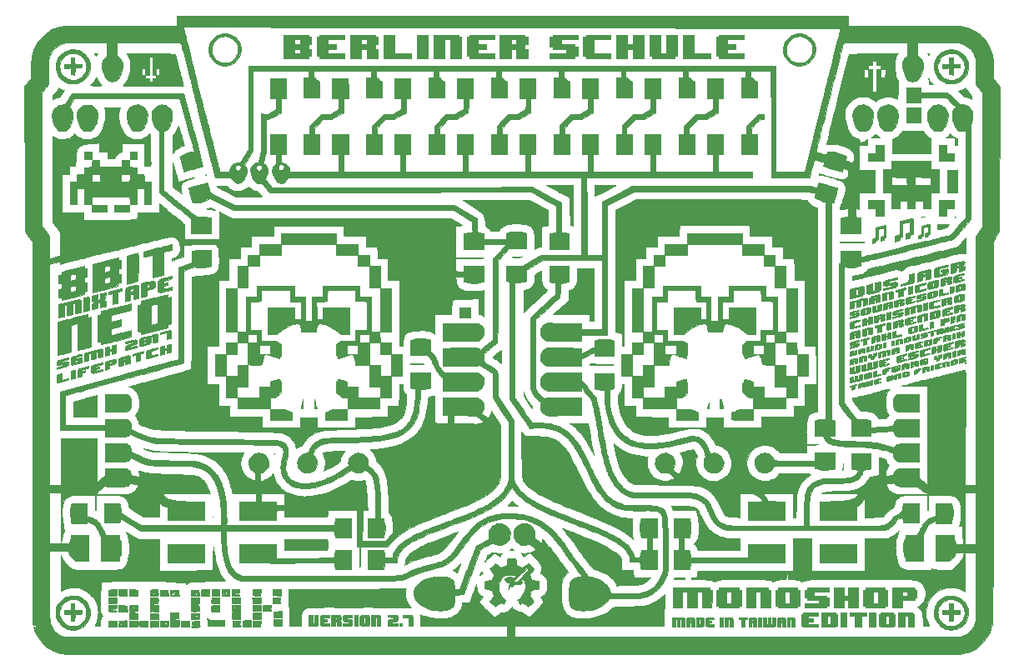
<source format=gbr>
G04 #@! TF.FileFunction,Copper,L1,Top,Signal*
%FSLAX46Y46*%
G04 Gerber Fmt 4.6, Leading zero omitted, Abs format (unit mm)*
G04 Created by KiCad (PCBNEW 4.0.7-e0-6372~58~ubuntu16.04.1) date Mon Jul 31 18:46:46 2017*
%MOMM*%
%LPD*%
G01*
G04 APERTURE LIST*
%ADD10C,0.100000*%
%ADD11C,0.010000*%
%ADD12C,1.200000*%
%ADD13C,1.400000*%
%ADD14C,1.000000*%
%ADD15C,0.600000*%
%ADD16C,0.250000*%
G04 APERTURE END LIST*
D10*
D11*
G36*
X126199153Y-29938459D02*
X126204234Y-30026282D01*
X126208471Y-30142398D01*
X126211469Y-30272766D01*
X126212832Y-30403348D01*
X126212873Y-30425292D01*
X126213000Y-30737500D01*
X131756424Y-30737500D01*
X132425085Y-30737583D01*
X133051611Y-30737831D01*
X133636202Y-30738245D01*
X134179056Y-30738826D01*
X134680372Y-30739576D01*
X135140349Y-30740494D01*
X135559185Y-30741581D01*
X135937080Y-30742838D01*
X136274232Y-30744267D01*
X136570840Y-30745867D01*
X136827103Y-30747639D01*
X137043219Y-30749585D01*
X137219387Y-30751705D01*
X137355806Y-30754000D01*
X137452675Y-30756470D01*
X137510193Y-30759116D01*
X137519049Y-30759866D01*
X137906044Y-30820316D01*
X138282402Y-30920853D01*
X138644969Y-31060027D01*
X138990594Y-31236387D01*
X139316123Y-31448481D01*
X139618403Y-31694859D01*
X139684680Y-31756578D01*
X139969953Y-32056475D01*
X140217325Y-32375227D01*
X140426768Y-32712781D01*
X140598257Y-33069082D01*
X140731766Y-33444078D01*
X140827269Y-33837716D01*
X140880493Y-34205785D01*
X140885519Y-34277129D01*
X140890146Y-34384544D01*
X140894241Y-34521771D01*
X140897673Y-34682547D01*
X140900309Y-34860612D01*
X140902017Y-35049705D01*
X140902665Y-35243565D01*
X140902667Y-35255437D01*
X140902667Y-36085888D01*
X141230954Y-36523136D01*
X141559240Y-36960383D01*
X141530638Y-51629347D01*
X141206069Y-52136389D01*
X140881500Y-52643432D01*
X140881500Y-71785790D01*
X140881483Y-72975390D01*
X140881430Y-74123066D01*
X140881341Y-75229228D01*
X140881216Y-76294284D01*
X140881054Y-77318644D01*
X140880855Y-78302717D01*
X140880618Y-79246912D01*
X140880342Y-80151639D01*
X140880028Y-81017307D01*
X140879675Y-81844326D01*
X140879282Y-82633104D01*
X140878848Y-83384051D01*
X140878374Y-84097576D01*
X140877859Y-84774088D01*
X140877302Y-85413997D01*
X140876702Y-86017713D01*
X140876061Y-86585644D01*
X140875376Y-87118199D01*
X140874647Y-87615788D01*
X140873874Y-88078821D01*
X140873057Y-88507706D01*
X140872194Y-88902852D01*
X140871286Y-89264670D01*
X140870332Y-89593568D01*
X140869331Y-89889956D01*
X140868284Y-90154243D01*
X140867188Y-90386838D01*
X140866045Y-90588151D01*
X140864853Y-90758590D01*
X140863613Y-90898566D01*
X140862322Y-91008487D01*
X140860982Y-91088763D01*
X140859591Y-91139802D01*
X140858493Y-91159366D01*
X140798062Y-91561989D01*
X140699063Y-91949682D01*
X140562731Y-92320368D01*
X140390300Y-92671967D01*
X140183006Y-93002403D01*
X139942082Y-93309598D01*
X139668764Y-93591475D01*
X139364285Y-93845955D01*
X139187907Y-93970876D01*
X138874884Y-94155434D01*
X138537178Y-94309245D01*
X138181535Y-94429921D01*
X137814701Y-94515078D01*
X137540216Y-94553801D01*
X137515184Y-94554718D01*
X137458157Y-94555612D01*
X137368928Y-94556484D01*
X137247287Y-94557332D01*
X137093026Y-94558157D01*
X136905935Y-94558960D01*
X136685806Y-94559740D01*
X136432430Y-94560497D01*
X136145599Y-94561232D01*
X135825104Y-94561944D01*
X135470735Y-94562634D01*
X135082285Y-94563302D01*
X134659544Y-94563948D01*
X134202304Y-94564572D01*
X133710355Y-94565173D01*
X133183490Y-94565753D01*
X132621499Y-94566311D01*
X132024174Y-94566847D01*
X131391305Y-94567361D01*
X130722684Y-94567854D01*
X130018103Y-94568326D01*
X129277352Y-94568776D01*
X128500223Y-94569205D01*
X127686507Y-94569613D01*
X126835995Y-94569999D01*
X125948479Y-94570365D01*
X125023749Y-94570709D01*
X124061597Y-94571033D01*
X123061815Y-94571336D01*
X122024193Y-94571619D01*
X120948522Y-94571880D01*
X119834594Y-94572122D01*
X118682201Y-94572343D01*
X117491132Y-94572543D01*
X116261181Y-94572724D01*
X114992137Y-94572884D01*
X113683792Y-94573024D01*
X112335938Y-94573144D01*
X110948365Y-94573245D01*
X109520864Y-94573325D01*
X108053228Y-94573386D01*
X106545247Y-94573427D01*
X104996712Y-94573449D01*
X103407415Y-94573451D01*
X101777148Y-94573434D01*
X100105700Y-94573398D01*
X98392863Y-94573342D01*
X96638430Y-94573268D01*
X94842190Y-94573174D01*
X93003935Y-94573062D01*
X92021299Y-94572995D01*
X90635296Y-94572895D01*
X89259258Y-94572788D01*
X87893798Y-94572675D01*
X86539530Y-94572556D01*
X85197068Y-94572432D01*
X83867025Y-94572301D01*
X82550016Y-94572165D01*
X81246654Y-94572024D01*
X79957552Y-94571878D01*
X78683325Y-94571726D01*
X77424585Y-94571569D01*
X76181948Y-94571408D01*
X74956025Y-94571242D01*
X73747432Y-94571071D01*
X72556782Y-94570897D01*
X71384689Y-94570717D01*
X70231766Y-94570534D01*
X69098626Y-94570347D01*
X67985885Y-94570156D01*
X66894155Y-94569962D01*
X65824050Y-94569764D01*
X64776183Y-94569562D01*
X63751170Y-94569357D01*
X62749622Y-94569150D01*
X61772155Y-94568939D01*
X60819381Y-94568726D01*
X59891914Y-94568510D01*
X58990369Y-94568291D01*
X58115358Y-94568070D01*
X57267496Y-94567847D01*
X56447396Y-94567622D01*
X55655672Y-94567395D01*
X54892937Y-94567167D01*
X54159806Y-94566936D01*
X53456892Y-94566705D01*
X52784808Y-94566471D01*
X52144169Y-94566237D01*
X51535588Y-94566002D01*
X50959679Y-94565765D01*
X50417056Y-94565529D01*
X49908331Y-94565291D01*
X49434120Y-94565053D01*
X48995035Y-94564815D01*
X48591691Y-94564576D01*
X48224701Y-94564338D01*
X47894678Y-94564099D01*
X47602237Y-94563861D01*
X47347991Y-94563623D01*
X47132555Y-94563386D01*
X46956540Y-94563150D01*
X46820562Y-94562914D01*
X46725234Y-94562680D01*
X46671170Y-94562446D01*
X46658084Y-94562274D01*
X46387551Y-94525057D01*
X46148885Y-94480427D01*
X45931865Y-94425516D01*
X45726269Y-94357453D01*
X45521874Y-94273371D01*
X45366917Y-94199911D01*
X45039150Y-94013466D01*
X44733432Y-93791508D01*
X44451589Y-93535715D01*
X44195453Y-93247768D01*
X43966851Y-92929346D01*
X43944020Y-92893417D01*
X43867268Y-92760816D01*
X43787441Y-92604817D01*
X43709008Y-92435831D01*
X43636436Y-92264270D01*
X43574193Y-92100547D01*
X43526749Y-91955073D01*
X43504778Y-91869872D01*
X43489313Y-91798827D01*
X43629073Y-91876985D01*
X43697955Y-91914717D01*
X43740521Y-91931920D01*
X43760223Y-91924173D01*
X43760512Y-91887054D01*
X43744839Y-91816143D01*
X43727879Y-91750417D01*
X43689364Y-91602250D01*
X43435000Y-91589772D01*
X43406629Y-91437261D01*
X43404994Y-91422908D01*
X43403416Y-91397243D01*
X43401895Y-91359519D01*
X43400429Y-91308987D01*
X43399016Y-91244899D01*
X43397656Y-91166506D01*
X43396347Y-91073061D01*
X43395088Y-90963815D01*
X43393877Y-90838020D01*
X43392713Y-90694927D01*
X43391594Y-90533789D01*
X43390520Y-90353857D01*
X43389490Y-90154382D01*
X43388501Y-89934617D01*
X43387552Y-89693812D01*
X43386643Y-89431221D01*
X43385771Y-89146094D01*
X43384936Y-88837684D01*
X43384136Y-88505241D01*
X43383369Y-88148019D01*
X43382635Y-87765268D01*
X43381933Y-87356240D01*
X43381260Y-86920186D01*
X43380616Y-86456360D01*
X43379999Y-85964012D01*
X43379408Y-85442393D01*
X43378841Y-84890757D01*
X43378298Y-84308354D01*
X43377776Y-83694437D01*
X43377275Y-83048256D01*
X43376793Y-82369064D01*
X43376330Y-81656112D01*
X43375882Y-80908653D01*
X43375451Y-80125937D01*
X43375033Y-79307217D01*
X43374627Y-78451744D01*
X43374513Y-78193167D01*
X45102334Y-78193167D01*
X45102334Y-83315500D01*
X46224167Y-83315500D01*
X46224167Y-78257694D01*
X49886000Y-78257694D01*
X49889577Y-78312087D01*
X49898360Y-78346047D01*
X49900111Y-78348389D01*
X49924015Y-78351601D01*
X49985954Y-78354335D01*
X50081634Y-78356599D01*
X50206760Y-78358405D01*
X50357037Y-78359760D01*
X50528171Y-78360675D01*
X50715866Y-78361157D01*
X50915829Y-78361218D01*
X51123763Y-78360866D01*
X51335375Y-78360110D01*
X51546368Y-78358960D01*
X51752450Y-78357424D01*
X51949324Y-78355513D01*
X52132696Y-78353236D01*
X52298272Y-78350602D01*
X52441756Y-78347620D01*
X52558853Y-78344299D01*
X52605917Y-78342525D01*
X52815336Y-78331161D01*
X52989555Y-78315139D01*
X53135613Y-78292597D01*
X53260552Y-78261673D01*
X53371412Y-78220504D01*
X53475233Y-78167228D01*
X53579055Y-78099984D01*
X53611663Y-78076508D01*
X53694959Y-78004529D01*
X53784746Y-77908960D01*
X53874198Y-77799076D01*
X53956489Y-77684153D01*
X54024794Y-77573465D01*
X54072288Y-77476289D01*
X54087618Y-77429735D01*
X54092004Y-77404215D01*
X54085573Y-77385996D01*
X54061135Y-77371197D01*
X54011503Y-77355935D01*
X53929488Y-77336332D01*
X53903701Y-77330438D01*
X53785249Y-77304780D01*
X53651887Y-77277944D01*
X53529372Y-77255082D01*
X53510885Y-77251860D01*
X53315187Y-77218230D01*
X53192330Y-77343787D01*
X53151958Y-77384940D01*
X53115386Y-77419794D01*
X53078867Y-77448870D01*
X53038655Y-77472694D01*
X52991002Y-77491787D01*
X52932163Y-77506673D01*
X52858389Y-77517874D01*
X52765936Y-77525914D01*
X52651054Y-77531316D01*
X52509999Y-77534603D01*
X52339023Y-77536298D01*
X52134379Y-77536924D01*
X51892322Y-77537004D01*
X51808325Y-77537000D01*
X51572752Y-77536975D01*
X51376015Y-77536800D01*
X51214614Y-77536326D01*
X51085053Y-77535403D01*
X50983833Y-77533883D01*
X50907455Y-77531616D01*
X50852423Y-77528452D01*
X50815237Y-77524243D01*
X50792400Y-77518839D01*
X50780414Y-77512091D01*
X50775780Y-77503849D01*
X50775001Y-77493965D01*
X50775000Y-77492903D01*
X50765724Y-77461140D01*
X50751167Y-77456750D01*
X50729203Y-77472131D01*
X50679638Y-77511353D01*
X50606998Y-77570688D01*
X50515809Y-77646407D01*
X50410596Y-77734783D01*
X50306667Y-77822902D01*
X50179206Y-77931682D01*
X50080453Y-78016947D01*
X50006755Y-78082473D01*
X49954458Y-78132036D01*
X49919909Y-78169414D01*
X49899454Y-78198381D01*
X49889440Y-78222715D01*
X49886212Y-78246191D01*
X49886000Y-78257694D01*
X46224167Y-78257694D01*
X46224167Y-78193167D01*
X45102334Y-78193167D01*
X43374513Y-78193167D01*
X43374233Y-77558770D01*
X43373849Y-76627547D01*
X43373474Y-75657326D01*
X43373106Y-74647359D01*
X43372744Y-73596898D01*
X43372387Y-72505195D01*
X43372224Y-71991334D01*
X43366191Y-52697917D01*
X42974845Y-52181001D01*
X42583500Y-51664085D01*
X42583494Y-48127584D01*
X42583411Y-47687945D01*
X42583171Y-47211711D01*
X42582783Y-46704619D01*
X42582257Y-46172407D01*
X42581601Y-45620811D01*
X42580825Y-45055571D01*
X42579938Y-44482422D01*
X42578950Y-43907104D01*
X42577870Y-43335352D01*
X42576707Y-42772906D01*
X42575470Y-42225502D01*
X42574170Y-41698877D01*
X42572815Y-41198771D01*
X42571538Y-40770500D01*
X42561444Y-37542584D01*
X44308350Y-37542584D01*
X44320050Y-44315917D01*
X44331751Y-51089250D01*
X44717042Y-51594985D01*
X45102334Y-52100720D01*
X45102334Y-53240693D01*
X45102525Y-53499365D01*
X45103144Y-53718474D01*
X45104254Y-53900791D01*
X45105919Y-54049086D01*
X45108204Y-54166128D01*
X45111173Y-54254688D01*
X45114890Y-54317534D01*
X45119419Y-54357438D01*
X45124825Y-54377168D01*
X45128792Y-54380487D01*
X45155818Y-54375354D01*
X45217991Y-54361008D01*
X45309480Y-54338874D01*
X45424458Y-54310378D01*
X45557095Y-54276947D01*
X45673834Y-54247138D01*
X46192417Y-54113968D01*
X46197888Y-52945907D01*
X46203358Y-51777847D01*
X45801013Y-51237106D01*
X45398667Y-50696366D01*
X45398667Y-46326100D01*
X45398728Y-45899218D01*
X45398908Y-45483716D01*
X45399200Y-45081566D01*
X45399599Y-44694740D01*
X45400100Y-44325209D01*
X45400695Y-43974947D01*
X45401381Y-43645926D01*
X45402149Y-43340117D01*
X45402996Y-43059492D01*
X45403915Y-42806025D01*
X45404901Y-42581687D01*
X45405947Y-42388449D01*
X45407048Y-42228286D01*
X45408198Y-42103167D01*
X45409391Y-42015067D01*
X45410621Y-41965956D01*
X45411496Y-41955834D01*
X45434183Y-41967893D01*
X45477568Y-41998590D01*
X45505413Y-42020057D01*
X45664603Y-42120745D01*
X45855336Y-42196878D01*
X46073970Y-42247437D01*
X46316864Y-42271407D01*
X46412641Y-42273334D01*
X46666393Y-42260565D01*
X46891048Y-42220915D01*
X47091773Y-42152370D01*
X47273731Y-42052915D01*
X47442087Y-41920536D01*
X47524363Y-41839709D01*
X47649809Y-41708020D01*
X47800172Y-41860348D01*
X47971538Y-42004979D01*
X48171700Y-42122877D01*
X48393845Y-42210192D01*
X48446667Y-42225366D01*
X48552488Y-42245106D01*
X48688633Y-42257795D01*
X48843706Y-42263554D01*
X49006309Y-42262505D01*
X49165046Y-42254767D01*
X49308520Y-42240462D01*
X49425333Y-42219711D01*
X49444538Y-42214785D01*
X49677521Y-42131464D01*
X49881535Y-42017303D01*
X50056684Y-41872233D01*
X50171958Y-41739406D01*
X50344921Y-41476641D01*
X50492636Y-41183798D01*
X50612930Y-40866289D01*
X50703630Y-40529528D01*
X50743810Y-40314970D01*
X50760555Y-40173600D01*
X50770647Y-40012705D01*
X50774324Y-39841566D01*
X50771826Y-39669468D01*
X50763393Y-39505693D01*
X50749263Y-39359524D01*
X50729676Y-39240243D01*
X50714617Y-39183000D01*
X50692135Y-39113516D01*
X50675938Y-39062313D01*
X50669448Y-39040215D01*
X50669440Y-39040125D01*
X50689772Y-39038935D01*
X50747813Y-39037838D01*
X50838935Y-39036865D01*
X50958515Y-39036048D01*
X51101925Y-39035416D01*
X51264542Y-39035002D01*
X51441740Y-39034835D01*
X51462917Y-39034834D01*
X51641513Y-39035010D01*
X51806073Y-39035513D01*
X51951972Y-39036303D01*
X52074580Y-39037340D01*
X52169270Y-39038582D01*
X52231415Y-39039991D01*
X52256387Y-39041526D01*
X52256667Y-39041709D01*
X52250351Y-39063578D01*
X52233657Y-39115097D01*
X52209961Y-39185881D01*
X52205539Y-39198908D01*
X52156644Y-39367145D01*
X52126099Y-39535877D01*
X52112370Y-39717836D01*
X52113922Y-39925757D01*
X52114961Y-39950782D01*
X52131255Y-40167522D01*
X52161879Y-40374501D01*
X52209570Y-40585624D01*
X52277067Y-40814797D01*
X52297148Y-40875914D01*
X52413695Y-41179377D01*
X52547613Y-41444381D01*
X52699066Y-41671143D01*
X52868216Y-41859881D01*
X53055225Y-42010813D01*
X53213005Y-42102146D01*
X53336706Y-42159533D01*
X53446895Y-42201755D01*
X53554290Y-42230992D01*
X53669608Y-42249421D01*
X53803566Y-42259219D01*
X53966883Y-42262564D01*
X54002917Y-42262650D01*
X54137952Y-42261953D01*
X54240436Y-42259123D01*
X54320134Y-42253195D01*
X54386811Y-42243202D01*
X54450235Y-42228176D01*
X54500334Y-42213399D01*
X54717346Y-42127916D01*
X54909554Y-42012212D01*
X55086701Y-41860413D01*
X55087861Y-41859259D01*
X55241471Y-41706309D01*
X55288308Y-41772085D01*
X55335144Y-41837861D01*
X55351771Y-43394389D01*
X55354340Y-43647708D01*
X55356520Y-43888927D01*
X55358297Y-44114668D01*
X55359657Y-44321549D01*
X55360586Y-44506192D01*
X55361069Y-44665218D01*
X55361094Y-44795246D01*
X55360645Y-44892898D01*
X55359709Y-44954793D01*
X55358363Y-44977375D01*
X55341135Y-44988759D01*
X55296568Y-44996680D01*
X55220271Y-45001519D01*
X55107856Y-45003653D01*
X55051331Y-45003834D01*
X54754334Y-45003834D01*
X54754334Y-42696667D01*
X52447167Y-42696667D01*
X52447167Y-43516495D01*
X52325459Y-43560950D01*
X52149368Y-43644173D01*
X51993244Y-43755569D01*
X51863593Y-43889246D01*
X51766919Y-44039310D01*
X51745462Y-44086302D01*
X51698544Y-44199500D01*
X50965500Y-44199500D01*
X50965500Y-43501000D01*
X50161167Y-43501000D01*
X50161167Y-42631065D01*
X50039459Y-42643164D01*
X49986392Y-42647846D01*
X49897905Y-42654967D01*
X49780804Y-42664010D01*
X49641900Y-42674457D01*
X49487999Y-42685791D01*
X49325911Y-42697492D01*
X49314500Y-42698307D01*
X49151153Y-42710715D01*
X48994703Y-42724000D01*
X48852149Y-42737463D01*
X48730487Y-42750401D01*
X48636715Y-42762113D01*
X48577830Y-42771898D01*
X48575848Y-42772342D01*
X48384852Y-42836853D01*
X48215212Y-42936339D01*
X48070347Y-43067432D01*
X47953673Y-43226764D01*
X47868609Y-43410964D01*
X47843246Y-43494486D01*
X47833475Y-43547407D01*
X47821779Y-43635779D01*
X47808856Y-43752804D01*
X47795404Y-43891682D01*
X47782120Y-44045612D01*
X47769702Y-44207795D01*
X47768846Y-44219800D01*
X47757296Y-44380250D01*
X47746111Y-44531111D01*
X47735788Y-44665995D01*
X47726827Y-44778517D01*
X47719726Y-44862288D01*
X47714985Y-44910921D01*
X47714626Y-44913875D01*
X47703240Y-45003833D01*
X47387037Y-45003833D01*
X47070834Y-45003834D01*
X47070834Y-45787000D01*
X46372334Y-45787000D01*
X46372334Y-49681286D01*
X48563084Y-49692250D01*
X48568832Y-50086460D01*
X48574581Y-50480670D01*
X49955249Y-50489692D01*
X50312238Y-50491574D01*
X50636260Y-50492217D01*
X50936665Y-50491505D01*
X51222805Y-50489318D01*
X51504031Y-50485537D01*
X51789694Y-50480045D01*
X52089145Y-50472723D01*
X52411734Y-50463453D01*
X52669417Y-50455316D01*
X54002917Y-50411917D01*
X54008708Y-50046792D01*
X54014500Y-49681667D01*
X56281032Y-49681667D01*
X56250598Y-48805057D01*
X56470841Y-48985957D01*
X56677280Y-49155224D01*
X56892152Y-49330858D01*
X57110470Y-49508820D01*
X57327250Y-49685069D01*
X57537506Y-49855562D01*
X57736253Y-50016259D01*
X57918506Y-50163119D01*
X58079279Y-50292100D01*
X58213586Y-50399162D01*
X58241542Y-50421315D01*
X58627834Y-50726989D01*
X58627834Y-50818161D01*
X58629876Y-50877822D01*
X58643119Y-50903504D01*
X58678239Y-50903142D01*
X58725274Y-50890574D01*
X58790685Y-50871814D01*
X58804445Y-51234532D01*
X58809498Y-51391514D01*
X58813761Y-51569090D01*
X58816855Y-51748013D01*
X58818400Y-51909033D01*
X58818502Y-51946500D01*
X58819393Y-52070373D01*
X58821662Y-52185217D01*
X58825017Y-52281779D01*
X58829170Y-52350805D01*
X58831919Y-52375125D01*
X58845039Y-52454500D01*
X59346782Y-52454500D01*
X59464455Y-52454245D01*
X59618476Y-52453512D01*
X59802863Y-52452349D01*
X60011637Y-52450804D01*
X60238815Y-52448926D01*
X60478415Y-52446763D01*
X60724457Y-52444363D01*
X60970958Y-52441773D01*
X61090263Y-52440449D01*
X62332000Y-52426397D01*
X62332000Y-49658636D01*
X63574422Y-50295500D01*
X85867030Y-50295500D01*
X86423456Y-50634874D01*
X86562190Y-50719702D01*
X86689406Y-50797891D01*
X86800553Y-50866613D01*
X86891082Y-50923039D01*
X86956442Y-50964341D01*
X86992085Y-50987691D01*
X86997104Y-50991471D01*
X86983893Y-51000254D01*
X86935698Y-51012368D01*
X86859602Y-51026385D01*
X86762685Y-51040874D01*
X86732872Y-51044810D01*
X86621840Y-51059278D01*
X86520214Y-51072921D01*
X86438389Y-51084317D01*
X86386755Y-51092044D01*
X86382625Y-51092735D01*
X86313834Y-51104545D01*
X86313834Y-54274834D01*
X87763750Y-54274834D01*
X88049509Y-54274919D01*
X88295782Y-54275217D01*
X88505413Y-54275789D01*
X88681251Y-54276698D01*
X88826141Y-54278005D01*
X88942930Y-54279773D01*
X89034463Y-54282064D01*
X89103588Y-54284939D01*
X89153151Y-54288461D01*
X89185997Y-54292691D01*
X89204973Y-54297692D01*
X89212926Y-54303527D01*
X89213667Y-54306439D01*
X89209688Y-54312657D01*
X89195866Y-54318059D01*
X89169371Y-54322716D01*
X89127374Y-54326700D01*
X89067044Y-54330082D01*
X88985554Y-54332934D01*
X88880072Y-54335328D01*
X88747770Y-54337335D01*
X88585819Y-54339027D01*
X88391388Y-54340475D01*
X88161649Y-54341752D01*
X87893772Y-54342927D01*
X87749976Y-54343480D01*
X86286285Y-54348917D01*
X86292189Y-54655834D01*
X86295224Y-54791450D01*
X86299478Y-54951933D01*
X86304454Y-55119847D01*
X86309653Y-55277760D01*
X86311255Y-55322584D01*
X86324417Y-55682417D01*
X86631334Y-55707138D01*
X86751777Y-55716333D01*
X86867203Y-55724244D01*
X86966180Y-55730146D01*
X87037276Y-55733315D01*
X87049375Y-55733597D01*
X87160500Y-55735334D01*
X87160500Y-55163834D01*
X89171334Y-55163834D01*
X89171334Y-56728466D01*
X89034815Y-56770632D01*
X88718119Y-56847555D01*
X88389615Y-56886040D01*
X88047917Y-56886073D01*
X87691641Y-56847640D01*
X87319403Y-56770727D01*
X87247573Y-56751982D01*
X87160500Y-56728535D01*
X87160500Y-56272375D01*
X86757168Y-56244908D01*
X86631099Y-56236841D01*
X86520115Y-56230726D01*
X86430890Y-56226849D01*
X86370098Y-56225498D01*
X86344415Y-56226959D01*
X86344120Y-56227158D01*
X86340068Y-56253747D01*
X86341568Y-56313293D01*
X86347638Y-56396927D01*
X86357296Y-56495779D01*
X86369564Y-56600980D01*
X86383459Y-56703662D01*
X86398000Y-56794954D01*
X86412207Y-56865987D01*
X86416734Y-56883757D01*
X86489701Y-57078135D01*
X86593344Y-57244627D01*
X86728179Y-57383607D01*
X86894724Y-57495452D01*
X87093493Y-57580536D01*
X87325004Y-57639235D01*
X87488584Y-57662910D01*
X87609342Y-57672288D01*
X87758846Y-57677990D01*
X87929753Y-57680253D01*
X88114722Y-57679315D01*
X88306411Y-57675415D01*
X88497479Y-57668788D01*
X88680585Y-57659674D01*
X88848385Y-57648310D01*
X88993540Y-57634933D01*
X89108707Y-57619781D01*
X89166042Y-57608610D01*
X89213667Y-57597194D01*
X89213667Y-60337861D01*
X89080806Y-60206180D01*
X89016360Y-60143301D01*
X88970650Y-60104512D01*
X88932449Y-60083996D01*
X88890534Y-60075932D01*
X88833682Y-60074502D01*
X88826806Y-60074500D01*
X88705667Y-60074500D01*
X88705667Y-58445128D01*
X88520459Y-58456554D01*
X88464285Y-58459627D01*
X88370434Y-58464290D01*
X88243522Y-58470332D01*
X88088167Y-58477540D01*
X87908986Y-58485705D01*
X87710596Y-58494614D01*
X87497614Y-58504057D01*
X87274659Y-58513822D01*
X87152376Y-58519128D01*
X86932922Y-58528717D01*
X86726510Y-58537931D01*
X86536946Y-58546587D01*
X86368036Y-58554500D01*
X86223587Y-58561489D01*
X86107405Y-58567369D01*
X86023296Y-58571958D01*
X85975067Y-58575074D01*
X85964701Y-58576263D01*
X85962261Y-58598100D01*
X85957758Y-58656786D01*
X85951551Y-58746908D01*
X85944001Y-58863050D01*
X85935466Y-58999798D01*
X85926307Y-59151738D01*
X85924936Y-59174917D01*
X85915167Y-59338219D01*
X85905487Y-59495816D01*
X85896367Y-59640358D01*
X85888278Y-59764494D01*
X85881690Y-59860874D01*
X85877166Y-59921042D01*
X85864360Y-60074500D01*
X84197167Y-60074500D01*
X84197167Y-62046763D01*
X84130649Y-61990793D01*
X83992469Y-61898685D01*
X83817722Y-61822874D01*
X83609049Y-61763683D01*
X83369088Y-61721436D01*
X83100479Y-61696459D01*
X82805860Y-61689075D01*
X82487871Y-61699610D01*
X82149152Y-61728387D01*
X82069917Y-61737461D01*
X81881725Y-61763552D01*
X81727892Y-61794068D01*
X81600462Y-61832168D01*
X81491481Y-61881010D01*
X81392991Y-61943754D01*
X81297039Y-62023558D01*
X81259235Y-62059357D01*
X81177978Y-62143401D01*
X81122082Y-62215066D01*
X81082606Y-62286783D01*
X81065400Y-62328750D01*
X81016007Y-62492931D01*
X80978579Y-62691072D01*
X80952595Y-62926177D01*
X80946506Y-63011375D01*
X80931475Y-63249500D01*
X80598834Y-63249500D01*
X80598834Y-56560834D01*
X79456211Y-56560834D01*
X79450731Y-55454875D01*
X79445250Y-54348917D01*
X78398190Y-54337595D01*
X78392554Y-53771756D01*
X78386917Y-53205917D01*
X77233333Y-53194653D01*
X77233334Y-52623493D01*
X77233334Y-52052334D01*
X76124817Y-52052334D01*
X75016300Y-52052333D01*
X75003432Y-51888292D01*
X74997982Y-51808086D01*
X74991651Y-51697844D01*
X74985088Y-51569838D01*
X74978941Y-51436337D01*
X74976586Y-51380292D01*
X74962609Y-51036334D01*
X71421820Y-51036334D01*
X67881030Y-51036333D01*
X67869867Y-51094542D01*
X67865614Y-51133915D01*
X67860633Y-51207652D01*
X67855347Y-51307797D01*
X67850180Y-51426396D01*
X67845917Y-51544334D01*
X67841230Y-51672850D01*
X67836037Y-51790193D01*
X67830760Y-51888407D01*
X67825825Y-51959537D01*
X67821967Y-51994125D01*
X67810803Y-52052333D01*
X66701235Y-52052334D01*
X65591667Y-52052334D01*
X65591667Y-53195334D01*
X64448667Y-53195334D01*
X64448667Y-54337653D01*
X63871875Y-54343285D01*
X63295084Y-54348917D01*
X63289603Y-55454875D01*
X63284123Y-56560834D01*
X62226167Y-56560834D01*
X62226167Y-63248809D01*
X61659959Y-63254446D01*
X61093750Y-63260084D01*
X61088348Y-65202125D01*
X61082945Y-67144167D01*
X62225789Y-67144167D01*
X62231270Y-68250125D01*
X62236750Y-69356084D01*
X62778801Y-69361726D01*
X63320853Y-69367369D01*
X63334061Y-69594560D01*
X63340175Y-69705139D01*
X63347230Y-69841236D01*
X63354378Y-69986074D01*
X63360773Y-70122875D01*
X63361140Y-70131032D01*
X63375010Y-70440314D01*
X63895964Y-70453619D01*
X64023592Y-70456579D01*
X64186810Y-70459886D01*
X64378872Y-70463429D01*
X64593037Y-70467097D01*
X64822563Y-70470778D01*
X65060705Y-70474360D01*
X65300722Y-70477731D01*
X65533459Y-70480750D01*
X66650000Y-70494576D01*
X66650000Y-71568000D01*
X70544667Y-71568000D01*
X70544667Y-70509667D01*
X72279594Y-70509667D01*
X72285255Y-71033542D01*
X72290917Y-71557417D01*
X74232959Y-71562819D01*
X76175000Y-71568222D01*
X76175000Y-70509928D01*
X79445250Y-70499084D01*
X79450887Y-69933220D01*
X79456524Y-69367357D01*
X80022387Y-69361720D01*
X80588250Y-69356084D01*
X80593731Y-68250125D01*
X80599211Y-67144167D01*
X80937500Y-67144167D01*
X80938239Y-67265875D01*
X80956040Y-67489394D01*
X81005197Y-67699232D01*
X81083490Y-67888950D01*
X81188701Y-68052108D01*
X81223094Y-68092613D01*
X81324649Y-68204976D01*
X81311935Y-68706446D01*
X81299894Y-69013646D01*
X81279687Y-69284043D01*
X81250299Y-69522560D01*
X81210716Y-69734118D01*
X81159923Y-69923641D01*
X81096906Y-70096051D01*
X81020651Y-70256269D01*
X80976294Y-70334942D01*
X80923595Y-70410852D01*
X80846302Y-70505760D01*
X80752254Y-70611457D01*
X80649292Y-70719735D01*
X80545255Y-70822385D01*
X80447983Y-70911199D01*
X80365314Y-70977969D01*
X80355421Y-70985041D01*
X80286165Y-71031193D01*
X80217172Y-71071030D01*
X80140557Y-71107971D01*
X80048434Y-71145435D01*
X79932917Y-71186843D01*
X79786119Y-71235613D01*
X79752167Y-71246598D01*
X79587164Y-71298454D01*
X79426981Y-71345624D01*
X79268686Y-71388439D01*
X79109347Y-71427228D01*
X78946031Y-71462320D01*
X78775807Y-71494045D01*
X78595743Y-71522732D01*
X78402905Y-71548711D01*
X78194364Y-71572311D01*
X77967185Y-71593862D01*
X77718437Y-71613692D01*
X77445188Y-71632133D01*
X77144506Y-71649512D01*
X76813459Y-71666160D01*
X76449114Y-71682406D01*
X76048539Y-71698580D01*
X75608804Y-71715011D01*
X75571750Y-71716350D01*
X75132176Y-71732667D01*
X74733248Y-71748484D01*
X74373287Y-71763905D01*
X74050609Y-71779032D01*
X73763533Y-71793969D01*
X73510378Y-71808818D01*
X73289462Y-71823683D01*
X73099102Y-71838667D01*
X72937618Y-71853872D01*
X72803327Y-71869401D01*
X72694548Y-71885358D01*
X72635912Y-71896174D01*
X72462181Y-71942876D01*
X72268508Y-72014241D01*
X72065213Y-72105327D01*
X71862612Y-72211193D01*
X71671025Y-72326894D01*
X71527247Y-72427244D01*
X71357803Y-72569742D01*
X71190655Y-72737982D01*
X71035042Y-72921134D01*
X70900206Y-73108366D01*
X70800039Y-73279625D01*
X70761076Y-73340046D01*
X70720351Y-73378140D01*
X70707141Y-73383994D01*
X70649185Y-73405313D01*
X70567268Y-73443123D01*
X70473154Y-73491202D01*
X70378606Y-73543325D01*
X70295385Y-73593269D01*
X70239844Y-73631249D01*
X70147271Y-73701912D01*
X70111127Y-73553202D01*
X70082832Y-73453416D01*
X70045123Y-73341588D01*
X70010904Y-73253538D01*
X69888931Y-73017696D01*
X69732389Y-72798131D01*
X69546523Y-72599277D01*
X69336580Y-72425570D01*
X69107805Y-72281447D01*
X68865444Y-72171343D01*
X68657212Y-72108853D01*
X68598667Y-72097120D01*
X68526417Y-72085865D01*
X68439253Y-72075054D01*
X68335965Y-72064653D01*
X68215341Y-72054630D01*
X68076171Y-72044951D01*
X67917246Y-72035582D01*
X67737355Y-72026491D01*
X67535286Y-72017643D01*
X67309831Y-72009006D01*
X67059779Y-72000545D01*
X66783919Y-71992228D01*
X66481041Y-71984022D01*
X66149934Y-71975892D01*
X65789389Y-71967806D01*
X65398194Y-71959729D01*
X64975140Y-71951630D01*
X64519017Y-71943474D01*
X64028613Y-71935227D01*
X63502718Y-71926857D01*
X62940123Y-71918330D01*
X62339616Y-71909613D01*
X61699987Y-71900672D01*
X61020027Y-71891474D01*
X60554000Y-71885318D01*
X60007564Y-71877908D01*
X59501619Y-71870472D01*
X59034325Y-71862902D01*
X58603838Y-71855095D01*
X58208318Y-71846944D01*
X57845923Y-71838346D01*
X57514811Y-71829194D01*
X57213140Y-71819383D01*
X56939069Y-71808808D01*
X56690756Y-71797365D01*
X56466359Y-71784947D01*
X56264037Y-71771449D01*
X56081948Y-71756767D01*
X55918250Y-71740796D01*
X55771101Y-71723429D01*
X55638661Y-71704562D01*
X55519086Y-71684090D01*
X55410536Y-71661907D01*
X55311169Y-71637908D01*
X55219143Y-71611988D01*
X55132616Y-71584043D01*
X55104030Y-71574028D01*
X55036160Y-71547922D01*
X54939227Y-71508117D01*
X54822628Y-71458597D01*
X54695763Y-71403348D01*
X54582561Y-71352914D01*
X54209706Y-71184867D01*
X54172407Y-71043059D01*
X54129034Y-70907894D01*
X54068983Y-70761030D01*
X53999207Y-70617282D01*
X53926665Y-70491466D01*
X53885282Y-70431510D01*
X53800480Y-70319191D01*
X53883230Y-70207177D01*
X54017941Y-69990150D01*
X54121131Y-69749123D01*
X54191926Y-69489297D01*
X54229452Y-69215875D01*
X54232836Y-68934059D01*
X54201205Y-68649051D01*
X54170072Y-68499011D01*
X54121026Y-68345349D01*
X54048126Y-68179510D01*
X53959384Y-68017184D01*
X53862813Y-67874064D01*
X53829915Y-67832916D01*
X53715764Y-67714788D01*
X53581863Y-67604421D01*
X53440399Y-67510534D01*
X53303564Y-67441847D01*
X53261087Y-67426057D01*
X53136951Y-67384678D01*
X53379434Y-67318368D01*
X53432525Y-67303853D01*
X53523464Y-67278996D01*
X53649264Y-67244613D01*
X53806936Y-67201521D01*
X53993492Y-67150537D01*
X54205944Y-67092476D01*
X54441306Y-67028155D01*
X54696587Y-66958391D01*
X54968802Y-66884001D01*
X55254961Y-66805801D01*
X55552077Y-66724608D01*
X55857162Y-66641238D01*
X55876167Y-66636044D01*
X56386223Y-66496551D01*
X56855834Y-66367885D01*
X57285445Y-66249921D01*
X57675502Y-66142535D01*
X58026453Y-66045602D01*
X58338742Y-65958997D01*
X58612817Y-65882596D01*
X58849123Y-65816273D01*
X59048106Y-65759905D01*
X59210214Y-65713365D01*
X59335892Y-65676530D01*
X59425586Y-65649275D01*
X59479742Y-65631475D01*
X59498556Y-65623350D01*
X59499934Y-65601187D01*
X59501483Y-65538604D01*
X59503189Y-65437517D01*
X59505036Y-65299839D01*
X59507008Y-65127483D01*
X59509092Y-64922364D01*
X59511271Y-64686395D01*
X59513531Y-64421491D01*
X59515856Y-64129565D01*
X59518231Y-63812532D01*
X59520642Y-63472304D01*
X59523073Y-63110797D01*
X59525509Y-62729923D01*
X59527934Y-62331597D01*
X59530335Y-61917734D01*
X59532695Y-61490245D01*
X59535000Y-61051046D01*
X59535600Y-60932806D01*
X59537898Y-60490808D01*
X59540277Y-60060005D01*
X59542719Y-59642312D01*
X59545210Y-59239643D01*
X59547733Y-58853913D01*
X59550271Y-58487035D01*
X59552809Y-58140925D01*
X59555331Y-57817496D01*
X59557820Y-57518664D01*
X59560261Y-57246342D01*
X59562637Y-57002445D01*
X59564933Y-56788887D01*
X59567132Y-56607583D01*
X59569217Y-56460448D01*
X59571174Y-56349395D01*
X59572986Y-56276338D01*
X59574636Y-56243194D01*
X59575044Y-56241342D01*
X59605711Y-56230314D01*
X59674458Y-56216553D01*
X59777158Y-56200592D01*
X59909685Y-56182964D01*
X60067910Y-56164203D01*
X60247708Y-56144840D01*
X60444951Y-56125409D01*
X60543417Y-56116322D01*
X60831312Y-56088078D01*
X61083546Y-56058634D01*
X61298621Y-56028210D01*
X61475037Y-55997029D01*
X61611296Y-55965314D01*
X61659218Y-55950891D01*
X61821851Y-55876888D01*
X61970949Y-55770410D01*
X62094058Y-55640629D01*
X62110083Y-55618917D01*
X62161080Y-55541901D01*
X62203167Y-55464408D01*
X62237049Y-55381699D01*
X62263425Y-55289035D01*
X62283000Y-55181680D01*
X62296475Y-55054895D01*
X62304553Y-54903942D01*
X62307936Y-54724082D01*
X62307325Y-54510579D01*
X62304360Y-54308264D01*
X62299713Y-54092081D01*
X62293915Y-53912709D01*
X62286258Y-53764624D01*
X62276036Y-53642306D01*
X62262543Y-53540233D01*
X62245072Y-53452884D01*
X62222917Y-53374736D01*
X62195371Y-53300270D01*
X62167127Y-53235602D01*
X62123205Y-53153852D01*
X62071583Y-53077248D01*
X62030351Y-53029545D01*
X61955963Y-52959006D01*
X60334232Y-52974507D01*
X58712500Y-52990008D01*
X58712500Y-54201202D01*
X58098667Y-54405544D01*
X57484833Y-54609887D01*
X57484834Y-54506263D01*
X57486981Y-54443441D01*
X57497581Y-54410304D01*
X57522864Y-54394265D01*
X57543042Y-54388703D01*
X57633280Y-54358901D01*
X57741992Y-54310907D01*
X57854050Y-54252277D01*
X57954323Y-54190565D01*
X57988048Y-54166480D01*
X58104829Y-54055545D01*
X58206942Y-53913760D01*
X58287226Y-53751938D01*
X58315250Y-53672462D01*
X58333604Y-53594588D01*
X58348077Y-53498192D01*
X58358389Y-53391842D01*
X58364263Y-53284102D01*
X58365420Y-53183537D01*
X58361582Y-53098714D01*
X58352469Y-53038199D01*
X58337803Y-53010555D01*
X58336792Y-53010146D01*
X58319316Y-52984030D01*
X58310747Y-52927064D01*
X58310334Y-52908603D01*
X58290162Y-52767618D01*
X58233292Y-52628855D01*
X58145189Y-52498304D01*
X58031320Y-52381959D01*
X57897152Y-52285809D01*
X57748150Y-52215846D01*
X57653673Y-52188881D01*
X57554765Y-52169987D01*
X57466041Y-52160086D01*
X57377391Y-52159695D01*
X57278704Y-52169328D01*
X57159870Y-52189504D01*
X57010776Y-52220738D01*
X57005024Y-52222007D01*
X56956778Y-52233250D01*
X56870820Y-52253931D01*
X56750506Y-52283216D01*
X56599191Y-52320270D01*
X56420233Y-52364260D01*
X56216987Y-52414351D01*
X55992809Y-52469710D01*
X55751056Y-52529502D01*
X55495083Y-52592893D01*
X55228246Y-52659050D01*
X54953902Y-52727137D01*
X54675406Y-52796321D01*
X54396115Y-52865767D01*
X54119385Y-52934643D01*
X53848571Y-53002112D01*
X53587030Y-53067342D01*
X53338118Y-53129498D01*
X53105191Y-53187747D01*
X52891605Y-53241253D01*
X52700716Y-53289183D01*
X52535881Y-53330703D01*
X52400454Y-53364979D01*
X52297793Y-53391176D01*
X52231253Y-53408460D01*
X52230209Y-53408737D01*
X52177026Y-53430254D01*
X52151546Y-53456091D01*
X52150834Y-53460733D01*
X52141686Y-53477366D01*
X52109258Y-53486963D01*
X52046075Y-53491019D01*
X51997375Y-53491433D01*
X51954364Y-53493061D01*
X51901406Y-53498578D01*
X51834870Y-53508762D01*
X51751124Y-53524386D01*
X51646536Y-53546227D01*
X51517476Y-53575059D01*
X51360311Y-53611659D01*
X51171411Y-53656801D01*
X50947143Y-53711260D01*
X50806750Y-53745626D01*
X50579982Y-53801223D01*
X50345998Y-53858531D01*
X50111957Y-53915802D01*
X49885017Y-53971286D01*
X49672335Y-54023233D01*
X49481070Y-54069895D01*
X49318379Y-54109521D01*
X49219250Y-54133612D01*
X49053567Y-54174069D01*
X48924516Y-54206374D01*
X48827505Y-54232008D01*
X48757944Y-54252453D01*
X48711241Y-54269190D01*
X48682806Y-54283699D01*
X48668047Y-54297463D01*
X48662373Y-54311961D01*
X48662153Y-54313337D01*
X48651267Y-54342942D01*
X48622135Y-54356403D01*
X48565341Y-54359500D01*
X48503568Y-54363144D01*
X48415490Y-54372879D01*
X48316392Y-54386907D01*
X48275772Y-54393543D01*
X48193384Y-54409525D01*
X48076641Y-54434877D01*
X47932067Y-54467972D01*
X47766188Y-54507183D01*
X47585527Y-54550884D01*
X47396611Y-54597449D01*
X47205963Y-54645251D01*
X47020109Y-54692663D01*
X46845573Y-54738058D01*
X46688881Y-54779811D01*
X46556556Y-54816294D01*
X46455125Y-54845881D01*
X46430542Y-54853536D01*
X46203000Y-54926005D01*
X46203000Y-54788655D01*
X46200621Y-54710921D01*
X46192750Y-54669982D01*
X46178285Y-54660527D01*
X46176542Y-54661068D01*
X46149514Y-54668776D01*
X46087259Y-54685374D01*
X45995585Y-54709349D01*
X45880300Y-54739191D01*
X45747214Y-54773387D01*
X45626209Y-54804296D01*
X45102334Y-54937760D01*
X45102334Y-77410000D01*
X46224167Y-77410000D01*
X46224167Y-72673530D01*
X46864459Y-72660913D01*
X47013654Y-72658260D01*
X47198150Y-72655449D01*
X47410914Y-72652562D01*
X47644913Y-72649680D01*
X47893115Y-72646886D01*
X48148488Y-72644263D01*
X48403999Y-72641891D01*
X48652616Y-72639853D01*
X48695375Y-72639534D01*
X49886000Y-72630772D01*
X49886000Y-72977803D01*
X49887257Y-73114907D01*
X49890898Y-73220295D01*
X49896727Y-73290750D01*
X49904547Y-73323059D01*
X49907167Y-73324834D01*
X49913273Y-73345821D01*
X49918383Y-73408088D01*
X49922469Y-73510593D01*
X49925502Y-73652292D01*
X49927455Y-73832144D01*
X49928299Y-74049105D01*
X49928334Y-74108000D01*
X49927766Y-74333924D01*
X49926083Y-74522995D01*
X49923313Y-74674169D01*
X49919483Y-74786405D01*
X49914622Y-74858660D01*
X49908759Y-74889891D01*
X49907167Y-74891167D01*
X49901903Y-74912225D01*
X49897368Y-74974980D01*
X49893575Y-75078799D01*
X49890536Y-75223052D01*
X49888262Y-75407108D01*
X49886766Y-75630335D01*
X49886059Y-75892103D01*
X49886000Y-76002417D01*
X49886202Y-76214857D01*
X49886783Y-76413978D01*
X49887704Y-76595870D01*
X49888926Y-76756622D01*
X49890412Y-76892322D01*
X49892122Y-76999060D01*
X49894018Y-77072924D01*
X49896061Y-77110003D01*
X49896951Y-77113667D01*
X49915273Y-77100444D01*
X49961396Y-77063155D01*
X50031051Y-77005366D01*
X50119970Y-76930645D01*
X50223883Y-76842560D01*
X50338523Y-76744678D01*
X50341451Y-76742170D01*
X50461599Y-76639218D01*
X52064352Y-76639218D01*
X52081946Y-76751645D01*
X52132924Y-76855718D01*
X52216255Y-76944440D01*
X52323239Y-77007624D01*
X52389402Y-77020875D01*
X52476741Y-77019581D01*
X52567404Y-77005595D01*
X52643539Y-76980767D01*
X52658632Y-76972836D01*
X52748813Y-76896700D01*
X52810078Y-76797417D01*
X52840819Y-76684186D01*
X52839429Y-76566206D01*
X52804303Y-76452677D01*
X52761461Y-76384149D01*
X52677910Y-76309797D01*
X52573112Y-76263594D01*
X52458187Y-76246827D01*
X52344261Y-76260783D01*
X52242454Y-76306747D01*
X52222178Y-76321774D01*
X52133437Y-76417287D01*
X52081172Y-76525434D01*
X52064352Y-76639218D01*
X50461599Y-76639218D01*
X50775000Y-76370673D01*
X50775000Y-75737834D01*
X51838625Y-75738040D01*
X52902250Y-75738247D01*
X53008527Y-75787737D01*
X53145153Y-75872262D01*
X53248457Y-75982829D01*
X53318059Y-76118892D01*
X53353580Y-76279903D01*
X53354100Y-76284956D01*
X53367917Y-76423532D01*
X53547834Y-76449727D01*
X53645160Y-76465433D01*
X53766269Y-76487213D01*
X53893647Y-76511830D01*
X53980478Y-76529720D01*
X54077638Y-76549975D01*
X54158084Y-76565938D01*
X54213749Y-76576064D01*
X54236564Y-76578811D01*
X54236706Y-76578717D01*
X54240024Y-76548962D01*
X54235505Y-76487023D01*
X54224702Y-76401998D01*
X54209166Y-76302982D01*
X54190449Y-76199070D01*
X54170101Y-76099360D01*
X54149675Y-76012948D01*
X54130722Y-75948928D01*
X54128054Y-75941695D01*
X54131753Y-75929056D01*
X54161589Y-75931629D01*
X54222694Y-75950265D01*
X54260574Y-75963689D01*
X54380826Y-76005209D01*
X54503689Y-76042941D01*
X54631885Y-76077158D01*
X54768137Y-76108129D01*
X54915170Y-76136128D01*
X55075704Y-76161425D01*
X55252465Y-76184292D01*
X55448174Y-76205001D01*
X55665554Y-76223823D01*
X55907329Y-76241030D01*
X56176222Y-76256893D01*
X56474955Y-76271684D01*
X56806251Y-76285675D01*
X57172834Y-76299137D01*
X57577427Y-76312341D01*
X57834084Y-76320092D01*
X58189552Y-76330937D01*
X58505367Y-76341448D01*
X58784205Y-76351833D01*
X59028743Y-76362298D01*
X59241658Y-76373048D01*
X59425625Y-76384291D01*
X59583322Y-76396232D01*
X59717424Y-76409077D01*
X59830610Y-76423033D01*
X59925554Y-76438307D01*
X60004935Y-76455104D01*
X60071427Y-76473630D01*
X60127709Y-76494092D01*
X60135679Y-76497445D01*
X60239496Y-76549640D01*
X60359913Y-76622092D01*
X60483600Y-76705720D01*
X60597228Y-76791444D01*
X60687466Y-76870181D01*
X60697613Y-76880271D01*
X60831443Y-77037762D01*
X60961540Y-77233254D01*
X61085542Y-77462434D01*
X61201088Y-77720991D01*
X61293411Y-77967978D01*
X61326204Y-78065030D01*
X61353244Y-78147762D01*
X61371878Y-78207855D01*
X61379452Y-78236990D01*
X61379500Y-78237763D01*
X61358721Y-78240413D01*
X61297933Y-78243024D01*
X61199462Y-78245572D01*
X61065631Y-78248033D01*
X60898767Y-78250384D01*
X60701193Y-78252603D01*
X60475234Y-78254665D01*
X60223215Y-78256547D01*
X59947462Y-78258227D01*
X59650298Y-78259680D01*
X59334049Y-78260883D01*
X59001039Y-78261814D01*
X58976991Y-78261868D01*
X56574482Y-78267250D01*
X56751835Y-78489500D01*
X56821184Y-78575321D01*
X56884509Y-78651713D01*
X56935451Y-78711139D01*
X56967654Y-78746063D01*
X56970742Y-78748964D01*
X57005219Y-78765690D01*
X57078376Y-78788461D01*
X57190905Y-78817450D01*
X57343498Y-78852830D01*
X57536845Y-78894773D01*
X57645440Y-78917518D01*
X58278584Y-79048858D01*
X59553875Y-79055856D01*
X60829167Y-79062854D01*
X60829167Y-80944834D01*
X57103834Y-80944834D01*
X57103834Y-79617270D01*
X56627584Y-79523580D01*
X56236000Y-79135920D01*
X56236000Y-80627334D01*
X54620575Y-80627334D01*
X54078913Y-80284810D01*
X53932286Y-80191866D01*
X53787712Y-80099815D01*
X53651757Y-80012867D01*
X53530986Y-79935233D01*
X53431965Y-79871122D01*
X53361259Y-79824746D01*
X53353794Y-79819775D01*
X53170338Y-79697265D01*
X53156060Y-79553758D01*
X53114722Y-79312214D01*
X53041743Y-79098430D01*
X52937483Y-78912844D01*
X52802301Y-78755898D01*
X52636557Y-78628032D01*
X52440610Y-78529687D01*
X52276714Y-78476265D01*
X52242113Y-78468327D01*
X52200980Y-78461532D01*
X52149694Y-78455756D01*
X52084634Y-78450876D01*
X52002180Y-78446768D01*
X51898712Y-78443307D01*
X51770609Y-78440371D01*
X51614251Y-78437836D01*
X51426017Y-78435577D01*
X51202288Y-78433472D01*
X50970792Y-78431629D01*
X49801334Y-78422851D01*
X49801334Y-79197009D01*
X49800888Y-79373308D01*
X49799618Y-79535515D01*
X49797628Y-79678942D01*
X49795019Y-79798905D01*
X49791894Y-79890719D01*
X49788356Y-79949696D01*
X49784507Y-79971152D01*
X49784400Y-79971167D01*
X49766984Y-79968582D01*
X49752821Y-79958206D01*
X49741577Y-79936112D01*
X49732921Y-79898369D01*
X49726519Y-79841048D01*
X49722038Y-79760220D01*
X49719146Y-79651955D01*
X49717510Y-79512324D01*
X49716797Y-79337398D01*
X49716667Y-79171477D01*
X49716667Y-78422586D01*
X48547209Y-78431217D01*
X48289052Y-78433257D01*
X48069665Y-78435344D01*
X47885488Y-78437598D01*
X47732956Y-78440139D01*
X47608507Y-78443090D01*
X47508579Y-78446571D01*
X47429610Y-78450702D01*
X47368037Y-78455605D01*
X47320297Y-78461400D01*
X47282828Y-78468209D01*
X47255896Y-78475027D01*
X47051561Y-78551879D01*
X46875843Y-78656817D01*
X46727886Y-78791026D01*
X46606831Y-78955688D01*
X46511822Y-79151986D01*
X46442001Y-79381103D01*
X46396512Y-79644223D01*
X46394182Y-79664250D01*
X46383935Y-79789356D01*
X46377113Y-79944872D01*
X46373709Y-80119015D01*
X46373718Y-80300001D01*
X46377135Y-80476048D01*
X46383955Y-80635370D01*
X46394172Y-80766184D01*
X46394693Y-80771043D01*
X46404852Y-80852821D01*
X46420813Y-80967045D01*
X46441188Y-81104442D01*
X46464586Y-81255739D01*
X46489621Y-81411664D01*
X46500527Y-81477728D01*
X46529789Y-81655288D01*
X46552045Y-81795812D01*
X46567745Y-81903936D01*
X46577343Y-81984294D01*
X46581290Y-82041522D01*
X46580039Y-82080255D01*
X46574043Y-82105128D01*
X46563752Y-82120776D01*
X46563316Y-82121218D01*
X46543235Y-82155344D01*
X46517958Y-82216508D01*
X46492228Y-82290599D01*
X46470787Y-82363505D01*
X46458378Y-82421115D01*
X46457000Y-82437573D01*
X46451375Y-82473385D01*
X46435850Y-82541663D01*
X46412452Y-82634252D01*
X46383207Y-82743000D01*
X46364449Y-82809968D01*
X46331322Y-82928824D01*
X46301382Y-83040529D01*
X46277102Y-83135530D01*
X46260957Y-83204274D01*
X46256678Y-83225996D01*
X46241459Y-83316408D01*
X46658525Y-83310662D01*
X47075590Y-83304917D01*
X47121665Y-83145120D01*
X47150355Y-83058140D01*
X47182774Y-82978689D01*
X47212298Y-82922850D01*
X47214536Y-82919602D01*
X47236981Y-82882538D01*
X47250959Y-82840777D01*
X47258371Y-82783410D01*
X47261115Y-82699523D01*
X47261334Y-82650774D01*
X47261334Y-82447667D01*
X49081667Y-82447667D01*
X49081667Y-85135834D01*
X47715829Y-85135834D01*
X47436490Y-84855375D01*
X47319194Y-84735268D01*
X47229551Y-84636602D01*
X47163471Y-84552813D01*
X47116863Y-84477332D01*
X47085638Y-84403594D01*
X47065704Y-84325032D01*
X47053580Y-84240664D01*
X47039084Y-84109250D01*
X45112917Y-84109250D01*
X45106788Y-87485334D01*
X45105994Y-87986337D01*
X45105508Y-88445960D01*
X45105336Y-88865153D01*
X45105482Y-89244868D01*
X45105951Y-89586056D01*
X45106747Y-89889669D01*
X45107876Y-90156657D01*
X45109341Y-90387972D01*
X45111147Y-90584566D01*
X45113300Y-90747389D01*
X45115803Y-90877393D01*
X45118661Y-90975530D01*
X45121879Y-91042750D01*
X45124219Y-91070792D01*
X45174975Y-91358303D01*
X45259509Y-91629728D01*
X45375594Y-91881577D01*
X45521003Y-92110358D01*
X45693510Y-92312582D01*
X45890888Y-92484757D01*
X46110910Y-92623393D01*
X46116451Y-92626279D01*
X46337840Y-92723351D01*
X46566436Y-92790806D01*
X46725364Y-92818154D01*
X46752702Y-92818888D01*
X46821494Y-92819619D01*
X46930858Y-92820346D01*
X47079915Y-92821069D01*
X47267786Y-92821788D01*
X47493589Y-92822501D01*
X47756445Y-92823207D01*
X48055473Y-92823906D01*
X48389794Y-92824598D01*
X48758527Y-92825280D01*
X49160793Y-92825953D01*
X49595711Y-92826616D01*
X50062401Y-92827268D01*
X50559983Y-92827909D01*
X51087577Y-92828536D01*
X51644303Y-92829151D01*
X52229280Y-92829751D01*
X52841629Y-92830336D01*
X53480470Y-92830906D01*
X54144922Y-92831460D01*
X54834105Y-92831996D01*
X55547139Y-92832515D01*
X56283145Y-92833015D01*
X57041242Y-92833495D01*
X57820549Y-92833955D01*
X58620187Y-92834395D01*
X59439276Y-92834812D01*
X60276936Y-92835207D01*
X61132286Y-92835579D01*
X62004446Y-92835927D01*
X62892537Y-92836250D01*
X63795677Y-92836547D01*
X64712988Y-92836818D01*
X65643589Y-92837063D01*
X66586600Y-92837279D01*
X67541140Y-92837466D01*
X68506330Y-92837625D01*
X69195292Y-92837718D01*
X91520834Y-92840500D01*
X91520834Y-91718667D01*
X82778077Y-91718667D01*
X82783830Y-91554625D01*
X82784736Y-91481027D01*
X82783793Y-91375085D01*
X82781201Y-91246738D01*
X82777161Y-91105924D01*
X82771874Y-90962584D01*
X82771863Y-90962307D01*
X82754142Y-90534031D01*
X82868550Y-90584627D01*
X83047724Y-90654993D01*
X83259480Y-90723264D01*
X83494067Y-90786988D01*
X83741733Y-90843716D01*
X83992729Y-90890999D01*
X84220686Y-90924358D01*
X84389408Y-90940522D01*
X84579976Y-90950887D01*
X84780867Y-90955447D01*
X84980560Y-90954198D01*
X85167535Y-90947133D01*
X85330271Y-90934246D01*
X85403453Y-90924949D01*
X85699982Y-90862953D01*
X85970207Y-90770656D01*
X86212742Y-90649259D01*
X86426204Y-90499966D01*
X86609205Y-90323980D01*
X86760362Y-90122503D01*
X86878289Y-89896738D01*
X86961600Y-89647888D01*
X86982691Y-89553699D01*
X87018754Y-89370161D01*
X87367473Y-89364372D01*
X87716193Y-89358584D01*
X88073724Y-88418053D01*
X88145692Y-88228999D01*
X88213148Y-88052309D01*
X88274593Y-87891871D01*
X88328531Y-87751574D01*
X88373462Y-87635305D01*
X88407888Y-87546952D01*
X88430311Y-87490402D01*
X88439234Y-87469544D01*
X88439237Y-87469541D01*
X88442657Y-87485792D01*
X88445636Y-87535977D01*
X88447797Y-87611697D01*
X88448653Y-87679822D01*
X88466643Y-87916720D01*
X88517581Y-88127346D01*
X88601850Y-88312477D01*
X88719835Y-88472891D01*
X88871922Y-88609369D01*
X88926597Y-88647293D01*
X89080050Y-88747468D01*
X88890523Y-89016288D01*
X88700996Y-89285109D01*
X89093661Y-89692263D01*
X89225485Y-89828885D01*
X89372555Y-89981198D01*
X89524646Y-90138620D01*
X89671533Y-90290567D01*
X89802992Y-90426459D01*
X89844980Y-90469834D01*
X90203634Y-90840250D01*
X90590123Y-90579013D01*
X90716412Y-90493875D01*
X90813043Y-90429783D01*
X90885354Y-90383958D01*
X90938679Y-90353623D01*
X90978357Y-90335998D01*
X91009721Y-90328307D01*
X91038110Y-90327771D01*
X91066122Y-90331200D01*
X91177772Y-90334766D01*
X91308092Y-90318448D01*
X91440113Y-90285201D01*
X91532006Y-90250036D01*
X91656792Y-90175347D01*
X91780892Y-90069066D01*
X91893866Y-89940799D01*
X91942003Y-89872828D01*
X92023295Y-89748413D01*
X92090731Y-89853503D01*
X92214430Y-90008206D01*
X92365561Y-90132781D01*
X92539106Y-90224284D01*
X92730045Y-90279772D01*
X92841794Y-90293953D01*
X93026281Y-90306973D01*
X93362327Y-90547153D01*
X93481671Y-90631749D01*
X93572730Y-90694197D01*
X93641114Y-90737712D01*
X93692431Y-90765508D01*
X93732292Y-90780801D01*
X93766306Y-90786805D01*
X93781376Y-90787334D01*
X93801163Y-90786591D01*
X93820847Y-90782673D01*
X93843168Y-90773038D01*
X93870865Y-90755149D01*
X93906675Y-90726467D01*
X93953339Y-90684452D01*
X94013596Y-90626566D01*
X94090183Y-90550270D01*
X94185841Y-90453025D01*
X94303308Y-90332292D01*
X94445322Y-90185532D01*
X94571148Y-90055241D01*
X94712208Y-89908670D01*
X94843695Y-89771163D01*
X94962779Y-89645742D01*
X95066632Y-89535426D01*
X95152427Y-89443238D01*
X95217335Y-89372197D01*
X95258527Y-89325325D01*
X95273175Y-89305643D01*
X95273162Y-89305435D01*
X95260965Y-89281960D01*
X95230602Y-89229286D01*
X95186108Y-89154257D01*
X95131518Y-89063719D01*
X95105737Y-89021383D01*
X95049207Y-88927512D01*
X95002406Y-88847266D01*
X94968979Y-88787099D01*
X94952570Y-88753465D01*
X94951742Y-88748681D01*
X94973636Y-88737099D01*
X95023812Y-88712157D01*
X95092362Y-88678766D01*
X95108584Y-88670938D01*
X95274826Y-88568145D01*
X95419416Y-88432961D01*
X95534806Y-88272912D01*
X95565355Y-88215584D01*
X95637750Y-88067417D01*
X95644938Y-87633500D01*
X95646410Y-87443313D01*
X95644044Y-87287355D01*
X95637924Y-87168198D01*
X95628133Y-87088415D01*
X95627056Y-87083167D01*
X95572554Y-86922095D01*
X95483220Y-86766656D01*
X95366408Y-86626008D01*
X95229474Y-86509310D01*
X95109845Y-86439097D01*
X95044991Y-86409984D01*
X94994650Y-86390233D01*
X94973560Y-86384667D01*
X94947390Y-86374353D01*
X94942813Y-86340097D01*
X94959910Y-86276927D01*
X94975990Y-86234498D01*
X94998171Y-86169771D01*
X95012245Y-86101343D01*
X95019877Y-86016888D01*
X95022727Y-85904077D01*
X95022831Y-85887250D01*
X95021134Y-85777339D01*
X95013197Y-85679717D01*
X94996393Y-85590127D01*
X94968096Y-85504315D01*
X94925680Y-85418024D01*
X94866518Y-85326999D01*
X94787984Y-85226984D01*
X94687452Y-85113723D01*
X94562296Y-84982960D01*
X94409889Y-84830439D01*
X94310272Y-84732581D01*
X93822291Y-84255245D01*
X93915104Y-84227554D01*
X93999054Y-84198158D01*
X94095155Y-84157633D01*
X94195863Y-84110028D01*
X94293632Y-84059389D01*
X94380919Y-84009765D01*
X94450178Y-83965204D01*
X94493864Y-83929752D01*
X94505334Y-83910908D01*
X94489147Y-83894499D01*
X94443953Y-83856928D01*
X94374802Y-83802180D01*
X94286744Y-83734235D01*
X94184830Y-83657079D01*
X94158298Y-83637206D01*
X93811262Y-83377813D01*
X93646125Y-83433247D01*
X93439023Y-83481270D01*
X93230553Y-83488853D01*
X93026146Y-83457326D01*
X92831229Y-83388017D01*
X92651232Y-83282256D01*
X92503013Y-83153420D01*
X92373058Y-82990149D01*
X92279751Y-82812223D01*
X92222199Y-82624554D01*
X92199510Y-82432054D01*
X92201697Y-82394750D01*
X92854334Y-82394750D01*
X92873389Y-82529347D01*
X92926665Y-82645821D01*
X93008327Y-82739739D01*
X93112538Y-82806666D01*
X93233465Y-82842169D01*
X93365272Y-82841815D01*
X93425834Y-82828984D01*
X93539889Y-82777380D01*
X93629828Y-82697472D01*
X93694099Y-82596772D01*
X93731152Y-82482793D01*
X93739437Y-82363047D01*
X93717402Y-82245046D01*
X93663499Y-82136304D01*
X93586126Y-82052288D01*
X93470928Y-81981118D01*
X93350092Y-81947518D01*
X93229835Y-81948577D01*
X93116375Y-81981388D01*
X93015927Y-82043039D01*
X92934711Y-82130622D01*
X92878941Y-82241227D01*
X92854836Y-82371944D01*
X92854334Y-82394750D01*
X92201697Y-82394750D01*
X92210791Y-82239633D01*
X92255151Y-82052205D01*
X92331697Y-81874681D01*
X92439536Y-81711973D01*
X92577777Y-81568992D01*
X92745526Y-81450650D01*
X92819401Y-81411927D01*
X92939054Y-81359267D01*
X93043468Y-81325833D01*
X93149980Y-81307770D01*
X93275928Y-81301225D01*
X93318785Y-81300932D01*
X93521651Y-81321578D01*
X93716537Y-81381611D01*
X93898175Y-81478172D01*
X94061298Y-81608400D01*
X94200638Y-81769436D01*
X94212279Y-81785989D01*
X94297436Y-81941506D01*
X94357560Y-82119047D01*
X94389951Y-82305628D01*
X94391910Y-82488265D01*
X94378451Y-82585250D01*
X94364145Y-82658685D01*
X94353551Y-82718480D01*
X94349634Y-82745889D01*
X94365353Y-82770500D01*
X94412748Y-82816353D01*
X94488616Y-82880697D01*
X94589757Y-82960778D01*
X94674667Y-83025316D01*
X94792975Y-83114091D01*
X94881958Y-83178820D01*
X94946862Y-83219890D01*
X94992934Y-83237690D01*
X95025418Y-83232605D01*
X95049561Y-83205025D01*
X95070608Y-83155336D01*
X95093806Y-83083925D01*
X95102425Y-83056909D01*
X95148888Y-82912645D01*
X95262878Y-83024114D01*
X95403513Y-83168113D01*
X95562215Y-83342826D01*
X95739510Y-83548910D01*
X95935920Y-83787022D01*
X96151971Y-84057821D01*
X96388187Y-84361963D01*
X96645092Y-84700106D01*
X96923210Y-85072908D01*
X97223066Y-85481026D01*
X97233749Y-85495667D01*
X97766465Y-86225917D01*
X97718108Y-86264723D01*
X97519959Y-86446604D01*
X97359962Y-86644840D01*
X97235894Y-86863055D01*
X97145533Y-87104874D01*
X97106796Y-87261712D01*
X97079487Y-87427714D01*
X97057853Y-87627474D01*
X97042017Y-87852783D01*
X97032104Y-88095433D01*
X97028234Y-88347215D01*
X97030533Y-88599918D01*
X97039122Y-88845335D01*
X97054124Y-89075257D01*
X97075664Y-89281473D01*
X97076433Y-89287366D01*
X97130954Y-89591618D01*
X97210587Y-89862484D01*
X97316141Y-90101241D01*
X97448424Y-90309168D01*
X97608248Y-90487540D01*
X97796420Y-90637636D01*
X98008417Y-90758194D01*
X98175559Y-90827019D01*
X98358450Y-90880185D01*
X98561996Y-90918385D01*
X98791103Y-90942312D01*
X99050677Y-90952661D01*
X99345625Y-90950124D01*
X99363084Y-90949621D01*
X99822038Y-90920486D01*
X100253356Y-90861328D01*
X100656440Y-90772306D01*
X101030692Y-90653581D01*
X101375513Y-90505311D01*
X101690306Y-90327658D01*
X101691417Y-90326945D01*
X101781325Y-90265378D01*
X101881332Y-90190736D01*
X101983200Y-90109836D01*
X102078691Y-90029499D01*
X102159566Y-89956544D01*
X102217588Y-89897788D01*
X102234078Y-89877757D01*
X102242348Y-89865291D01*
X102249315Y-89854536D01*
X102257946Y-89845245D01*
X102271206Y-89837170D01*
X102292060Y-89830065D01*
X102323473Y-89823682D01*
X102368411Y-89817774D01*
X102429840Y-89812093D01*
X102510725Y-89806394D01*
X102614031Y-89800428D01*
X102742724Y-89793948D01*
X102899769Y-89786708D01*
X103088131Y-89778460D01*
X103310777Y-89768957D01*
X103570672Y-89757952D01*
X103776334Y-89749222D01*
X104077584Y-89736111D01*
X104340267Y-89724006D01*
X104568128Y-89712669D01*
X104764913Y-89701861D01*
X104934371Y-89691344D01*
X105080246Y-89680878D01*
X105206287Y-89670226D01*
X105316238Y-89659148D01*
X105413848Y-89647406D01*
X105448500Y-89642718D01*
X105753335Y-89580967D01*
X106064270Y-89481284D01*
X106375864Y-89346470D01*
X106682681Y-89179325D01*
X106979282Y-88982649D01*
X107260228Y-88759241D01*
X107385789Y-88645355D01*
X107565167Y-88475559D01*
X107565167Y-89208113D01*
X107565106Y-89403344D01*
X107564763Y-89560395D01*
X107563894Y-89683419D01*
X107562258Y-89776568D01*
X107559611Y-89843996D01*
X107555711Y-89889855D01*
X107550316Y-89918299D01*
X107543183Y-89933480D01*
X107534069Y-89939552D01*
X107522731Y-89940667D01*
X107522381Y-89940667D01*
X107511940Y-89941516D01*
X107503382Y-89946578D01*
X107496549Y-89959622D01*
X107491286Y-89984420D01*
X107487434Y-90024742D01*
X107484837Y-90084358D01*
X107483338Y-90167040D01*
X107482779Y-90276558D01*
X107483003Y-90416681D01*
X107483853Y-90591182D01*
X107485173Y-90803831D01*
X107485340Y-90829674D01*
X107491084Y-91718680D01*
X99908125Y-91718674D01*
X92325167Y-91718667D01*
X92325167Y-92840697D01*
X137441917Y-92829917D01*
X137652424Y-92771880D01*
X137930941Y-92674283D01*
X138185260Y-92542383D01*
X138414025Y-92377520D01*
X138615878Y-92181035D01*
X138789463Y-91954267D01*
X138933422Y-91698557D01*
X139046397Y-91415245D01*
X139055733Y-91386103D01*
X139114084Y-91200084D01*
X139125404Y-84246834D01*
X138045167Y-84246834D01*
X138045167Y-88230324D01*
X137976375Y-88185025D01*
X137890092Y-88133393D01*
X137777854Y-88073473D01*
X137653320Y-88011906D01*
X137530147Y-87955335D01*
X137421994Y-87910401D01*
X137380747Y-87895366D01*
X137095908Y-87820286D01*
X136802856Y-87784889D01*
X136505331Y-87788250D01*
X136207069Y-87829440D01*
X135911809Y-87907532D01*
X135623288Y-88021599D01*
X135345244Y-88170714D01*
X135081415Y-88353949D01*
X134896744Y-88511695D01*
X134681922Y-88737655D01*
X134494127Y-88988427D01*
X134336281Y-89258194D01*
X134211305Y-89541136D01*
X134122120Y-89831434D01*
X134071647Y-90123272D01*
X134067943Y-90162647D01*
X134063112Y-90458249D01*
X134096529Y-90762776D01*
X134166887Y-91070076D01*
X134272877Y-91373994D01*
X134370801Y-91587819D01*
X134426380Y-91697500D01*
X133769500Y-91697500D01*
X133769081Y-91258292D01*
X133767907Y-91114856D01*
X133764887Y-90975502D01*
X133760362Y-90849581D01*
X133754675Y-90746443D01*
X133748169Y-90675439D01*
X133747552Y-90670917D01*
X133697095Y-90438824D01*
X133615917Y-90227353D01*
X133506315Y-90040833D01*
X133370588Y-89883593D01*
X133295310Y-89818602D01*
X133257677Y-89786519D01*
X133241847Y-89767336D01*
X133242394Y-89765745D01*
X133264232Y-89754338D01*
X133313123Y-89729325D01*
X133376256Y-89697250D01*
X133505887Y-89614823D01*
X133635123Y-89503003D01*
X133752770Y-89373333D01*
X133847635Y-89237352D01*
X133879192Y-89178667D01*
X133970383Y-88941677D01*
X134023696Y-88687213D01*
X134038836Y-88417287D01*
X134023716Y-88195309D01*
X133978529Y-87952418D01*
X133904208Y-87738676D01*
X133799890Y-87553277D01*
X133664716Y-87395416D01*
X133497823Y-87264289D01*
X133298350Y-87159090D01*
X133065437Y-87079016D01*
X132798222Y-87023261D01*
X132764084Y-87018205D01*
X132711476Y-87013476D01*
X132623951Y-87008910D01*
X132505725Y-87004542D01*
X132361018Y-87000411D01*
X132194045Y-86996551D01*
X132009025Y-86993001D01*
X131810175Y-86989797D01*
X131601712Y-86986976D01*
X131387855Y-86984573D01*
X131172821Y-86982628D01*
X130960827Y-86981174D01*
X130756091Y-86980251D01*
X130562830Y-86979894D01*
X130385262Y-86980140D01*
X130227605Y-86981025D01*
X130094075Y-86982587D01*
X129988892Y-86984863D01*
X129916271Y-86987888D01*
X129880431Y-86991700D01*
X129877434Y-86993068D01*
X129851662Y-86999188D01*
X129786349Y-87001955D01*
X129684152Y-87001376D01*
X129547731Y-86997463D01*
X129402139Y-86991300D01*
X129065064Y-86980773D01*
X128741887Y-86982620D01*
X128491972Y-86992175D01*
X128349844Y-86998520D01*
X128228121Y-87002234D01*
X128132046Y-87003270D01*
X128066863Y-87001583D01*
X128037815Y-86997128D01*
X128036861Y-86996129D01*
X128015089Y-86993297D01*
X127953996Y-86990703D01*
X127856594Y-86988346D01*
X127725897Y-86986224D01*
X127564916Y-86984336D01*
X127376662Y-86982681D01*
X127164149Y-86981256D01*
X126930389Y-86980061D01*
X126678393Y-86979094D01*
X126411174Y-86978353D01*
X126131744Y-86977838D01*
X125843116Y-86977545D01*
X125548300Y-86977475D01*
X125250311Y-86977625D01*
X124952158Y-86977994D01*
X124656856Y-86978580D01*
X124367416Y-86979382D01*
X124086850Y-86980399D01*
X123818170Y-86981628D01*
X123564389Y-86983069D01*
X123328518Y-86984720D01*
X123113570Y-86986579D01*
X122922557Y-86988645D01*
X122758492Y-86990917D01*
X122624386Y-86993392D01*
X122523251Y-86996070D01*
X122458693Y-86998911D01*
X122245021Y-87015787D01*
X122064807Y-87037695D01*
X121909316Y-87066204D01*
X121769814Y-87102880D01*
X121651584Y-87143835D01*
X121503417Y-87200891D01*
X121397982Y-87150495D01*
X121298627Y-87108013D01*
X121192780Y-87073817D01*
X121073466Y-87046631D01*
X120933711Y-87025180D01*
X120766540Y-87008190D01*
X120564979Y-86994384D01*
X120535042Y-86992711D01*
X120095834Y-86968695D01*
X120093204Y-86713723D01*
X120090953Y-86596231D01*
X120086917Y-86477542D01*
X120081719Y-86373384D01*
X120077329Y-86313106D01*
X120064084Y-86167463D01*
X119960038Y-86550359D01*
X119926572Y-86672165D01*
X119896188Y-86780220D01*
X119870852Y-86867734D01*
X119852529Y-86927918D01*
X119843195Y-86953964D01*
X119818872Y-86961923D01*
X119759348Y-86971151D01*
X119671705Y-86980847D01*
X119563023Y-86990212D01*
X119460406Y-86997250D01*
X119271347Y-87010836D01*
X119116205Y-87027201D01*
X118986578Y-87047987D01*
X118874064Y-87074834D01*
X118770264Y-87109383D01*
X118670718Y-87151455D01*
X118596353Y-87184858D01*
X118548915Y-87201874D01*
X118517047Y-87204180D01*
X118489392Y-87193453D01*
X118469635Y-87181159D01*
X118384199Y-87132547D01*
X118288827Y-87093207D01*
X118177457Y-87061847D01*
X118044028Y-87037175D01*
X117882480Y-87017896D01*
X117686752Y-87002718D01*
X117612668Y-86998335D01*
X117515606Y-86994075D01*
X117389652Y-86990310D01*
X117239133Y-86987041D01*
X117068374Y-86984271D01*
X116881703Y-86982004D01*
X116683445Y-86980240D01*
X116477926Y-86978983D01*
X116269473Y-86978236D01*
X116062412Y-86978000D01*
X115861069Y-86978278D01*
X115669770Y-86979072D01*
X115492842Y-86980386D01*
X115334611Y-86982221D01*
X115199403Y-86984580D01*
X115091544Y-86987465D01*
X115015361Y-86990880D01*
X114975180Y-86994825D01*
X114969972Y-86996831D01*
X114946529Y-87003576D01*
X114886022Y-87005953D01*
X114793493Y-87003947D01*
X114677167Y-86997748D01*
X114334604Y-86980858D01*
X114011103Y-86975662D01*
X113709983Y-86981897D01*
X113434563Y-86999303D01*
X113188163Y-87027617D01*
X112974102Y-87066577D01*
X112795699Y-87115922D01*
X112699982Y-87153647D01*
X112592250Y-87202957D01*
X112497000Y-87154794D01*
X112424296Y-87121712D01*
X112344430Y-87093405D01*
X112253433Y-87069420D01*
X112147340Y-87049305D01*
X112022184Y-87032607D01*
X111873997Y-87018874D01*
X111698814Y-87007653D01*
X111492667Y-86998491D01*
X111251590Y-86990936D01*
X111011969Y-86985351D01*
X110299522Y-86970680D01*
X110291333Y-86900540D01*
X110283145Y-86830400D01*
X110537101Y-86824492D01*
X110791058Y-86818584D01*
X110826716Y-86617500D01*
X110846191Y-86506551D01*
X110866439Y-86389379D01*
X110883852Y-86286900D01*
X110887850Y-86262959D01*
X110913325Y-86109500D01*
X120625000Y-86109500D01*
X120625000Y-82828667D01*
X122466500Y-82828667D01*
X122466500Y-86109500D01*
X127864000Y-86109500D01*
X127864000Y-82807500D01*
X130230803Y-82807500D01*
X130513193Y-82645572D01*
X130676761Y-82550419D01*
X130810560Y-82469087D01*
X130922559Y-82396211D01*
X131020726Y-82326428D01*
X131113028Y-82254373D01*
X131188934Y-82190687D01*
X131252851Y-82136392D01*
X131302623Y-82095477D01*
X131331195Y-82073672D01*
X131335334Y-82071784D01*
X131326627Y-82093202D01*
X131304740Y-82138642D01*
X131293921Y-82160111D01*
X131265337Y-82229325D01*
X131238686Y-82315099D01*
X131227832Y-82360379D01*
X131207437Y-82437648D01*
X131175673Y-82534947D01*
X131138679Y-82633761D01*
X131130618Y-82653459D01*
X131080342Y-82784566D01*
X131040931Y-82913808D01*
X131011256Y-83048755D01*
X130990191Y-83196976D01*
X130976609Y-83366041D01*
X130969381Y-83563521D01*
X130967412Y-83749417D01*
X130968408Y-83954576D01*
X130973247Y-84126281D01*
X130983159Y-84273332D01*
X130999379Y-84404528D01*
X131023136Y-84528668D01*
X131055664Y-84654551D01*
X131098194Y-84790976D01*
X131123822Y-84866549D01*
X131156968Y-84967144D01*
X131184090Y-85058438D01*
X131202316Y-85130143D01*
X131208780Y-85171034D01*
X131219659Y-85243979D01*
X131247797Y-85338458D01*
X131287730Y-85440292D01*
X131333994Y-85535298D01*
X131374003Y-85599801D01*
X131505414Y-85745716D01*
X131665109Y-85861975D01*
X131847891Y-85944826D01*
X131855380Y-85947317D01*
X131910342Y-85963264D01*
X131973121Y-85976948D01*
X132047114Y-85988529D01*
X132135718Y-85998167D01*
X132242330Y-86006021D01*
X132370347Y-86012252D01*
X132523167Y-86017019D01*
X132704186Y-86020482D01*
X132916803Y-86022800D01*
X133164414Y-86024135D01*
X133450416Y-86024644D01*
X133499625Y-86024660D01*
X134658500Y-86024834D01*
X134658500Y-85836676D01*
X134773122Y-85889151D01*
X134840041Y-85918383D01*
X134904475Y-85942521D01*
X134971338Y-85962095D01*
X135045542Y-85977637D01*
X135132002Y-85989677D01*
X135235631Y-85998745D01*
X135361343Y-86005372D01*
X135514052Y-86010088D01*
X135698670Y-86013424D01*
X135920113Y-86015911D01*
X135949667Y-86016180D01*
X136722250Y-86023084D01*
X137174749Y-85553000D01*
X137325142Y-85395508D01*
X137448536Y-85263084D01*
X137548404Y-85151413D01*
X137628221Y-85056181D01*
X137691462Y-84973071D01*
X137741601Y-84897768D01*
X137782112Y-84825957D01*
X137813937Y-84759106D01*
X137854127Y-84649892D01*
X137890400Y-84519116D01*
X137917323Y-84387520D01*
X137924560Y-84336792D01*
X137935305Y-84246834D01*
X137114640Y-84246834D01*
X137102185Y-84305042D01*
X137083820Y-84380524D01*
X137061114Y-84446055D01*
X137029599Y-84508225D01*
X136984808Y-84573623D01*
X136922272Y-84648840D01*
X136837523Y-84740467D01*
X136736221Y-84844792D01*
X136450251Y-85135834D01*
X135081834Y-85135834D01*
X135081834Y-82447667D01*
X136902167Y-82447667D01*
X136902167Y-82650774D01*
X136903737Y-82752634D01*
X136909514Y-82822475D01*
X136921095Y-82870531D01*
X136940077Y-82907036D01*
X136942779Y-82910917D01*
X136981014Y-82980719D01*
X137019533Y-83077977D01*
X137053468Y-83188127D01*
X137077956Y-83296606D01*
X137083462Y-83331996D01*
X137098121Y-83442500D01*
X137923635Y-83442500D01*
X138038425Y-83442500D01*
X139124667Y-83442500D01*
X139124667Y-78172000D01*
X138066334Y-78172000D01*
X138066282Y-80346875D01*
X138066135Y-80658155D01*
X138065725Y-80965325D01*
X138065069Y-81264744D01*
X138064188Y-81552771D01*
X138063099Y-81825765D01*
X138061824Y-82080083D01*
X138060380Y-82312086D01*
X138058788Y-82518131D01*
X138057066Y-82694578D01*
X138055234Y-82837784D01*
X138053312Y-82944110D01*
X138052327Y-82982125D01*
X138038425Y-83442500D01*
X137923635Y-83442500D01*
X137909033Y-83310209D01*
X137888452Y-83161881D01*
X137860705Y-83016480D01*
X137828572Y-82886555D01*
X137794829Y-82784657D01*
X137790214Y-82773526D01*
X137777483Y-82740536D01*
X137767645Y-82704472D01*
X137760333Y-82659620D01*
X137755181Y-82600268D01*
X137751821Y-82520700D01*
X137749889Y-82415203D01*
X137749016Y-82278065D01*
X137748834Y-82128412D01*
X137748834Y-81579834D01*
X137600667Y-81579834D01*
X137516921Y-81576698D01*
X137466080Y-81567815D01*
X137452500Y-81556847D01*
X137457565Y-81528944D01*
X137471464Y-81468211D01*
X137492257Y-81382756D01*
X137518002Y-81280688D01*
X137526891Y-81246144D01*
X137579129Y-81010157D01*
X137614195Y-80768581D01*
X137632718Y-80512828D01*
X137635330Y-80234309D01*
X137623192Y-79933218D01*
X137604507Y-79684939D01*
X137579815Y-79473789D01*
X137547662Y-79294808D01*
X137506595Y-79143036D01*
X137455161Y-79013515D01*
X137391905Y-78901284D01*
X137315374Y-78801385D01*
X137280326Y-78763360D01*
X137172431Y-78667744D01*
X137049919Y-78591627D01*
X136906785Y-78532769D01*
X136737025Y-78488927D01*
X136534635Y-78457859D01*
X136435133Y-78447785D01*
X136362027Y-78443229D01*
X136252394Y-78438995D01*
X136112041Y-78435188D01*
X135946772Y-78431916D01*
X135762396Y-78429282D01*
X135564716Y-78427392D01*
X135359541Y-78426353D01*
X135245875Y-78426181D01*
X134298667Y-78426000D01*
X134298667Y-79166834D01*
X134298423Y-79339161D01*
X134297731Y-79497290D01*
X134296648Y-79636433D01*
X134295231Y-79751798D01*
X134293536Y-79838595D01*
X134291622Y-79892036D01*
X134289815Y-79907667D01*
X134264934Y-79914252D01*
X134247481Y-79920515D01*
X134238630Y-79920618D01*
X134231475Y-79910822D01*
X134225839Y-79887205D01*
X134221544Y-79845844D01*
X134218415Y-79782815D01*
X134216274Y-79694197D01*
X134214943Y-79576066D01*
X134214248Y-79424499D01*
X134214009Y-79235574D01*
X134214000Y-79178095D01*
X134214000Y-78422828D01*
X133055125Y-78431704D01*
X132795950Y-78433845D01*
X132575469Y-78436063D01*
X132390046Y-78438480D01*
X132236040Y-78441219D01*
X132109814Y-78444402D01*
X132007730Y-78448150D01*
X131926149Y-78452586D01*
X131861432Y-78457832D01*
X131809942Y-78464009D01*
X131768040Y-78471241D01*
X131748453Y-78475548D01*
X131533469Y-78546404D01*
X131344436Y-78649919D01*
X131183412Y-78783831D01*
X131052455Y-78945875D01*
X130953624Y-79133787D01*
X130888976Y-79345305D01*
X130872765Y-79438790D01*
X130861620Y-79514385D01*
X130851820Y-79571140D01*
X130845251Y-79598296D01*
X130844655Y-79599156D01*
X130824009Y-79611818D01*
X130779433Y-79638362D01*
X130753250Y-79653813D01*
X130575428Y-79770470D01*
X130388885Y-79914035D01*
X130205282Y-80074310D01*
X130036278Y-80241098D01*
X129893533Y-80404201D01*
X129889716Y-80409010D01*
X129834769Y-80477271D01*
X129788728Y-80532291D01*
X129758489Y-80565925D01*
X129751633Y-80572068D01*
X129707380Y-80586770D01*
X129624150Y-80601474D01*
X129505299Y-80615926D01*
X129354185Y-80629867D01*
X129174164Y-80643043D01*
X128968590Y-80655196D01*
X128740822Y-80666070D01*
X128494214Y-80675410D01*
X128335173Y-80680265D01*
X127864429Y-80693365D01*
X127858923Y-79724480D01*
X127853417Y-78755596D01*
X127705752Y-78945340D01*
X127627414Y-79041780D01*
X127532592Y-79152228D01*
X127434972Y-79260995D01*
X127370810Y-79329279D01*
X127287848Y-79413491D01*
X127225796Y-79471155D01*
X127177722Y-79507611D01*
X127136690Y-79528201D01*
X127100433Y-79537515D01*
X127017334Y-79551555D01*
X127017334Y-80944834D01*
X123292000Y-80944834D01*
X123292000Y-79063080D01*
X125525084Y-79048606D01*
X126160084Y-78917145D01*
X126795084Y-78785685D01*
X126896821Y-78669978D01*
X126960620Y-78595364D01*
X127035308Y-78504991D01*
X127106114Y-78416772D01*
X127114988Y-78405469D01*
X127231418Y-78256667D01*
X125341084Y-78255819D01*
X125014190Y-78255624D01*
X124727184Y-78255320D01*
X124477621Y-78254863D01*
X124263055Y-78254208D01*
X124081041Y-78253310D01*
X123929134Y-78252124D01*
X123804888Y-78250606D01*
X123705858Y-78248711D01*
X123629598Y-78246394D01*
X123573664Y-78243611D01*
X123535610Y-78240317D01*
X123512991Y-78236467D01*
X123503361Y-78232016D01*
X123504276Y-78226919D01*
X123510968Y-78222340D01*
X123585656Y-78191309D01*
X123694307Y-78158979D01*
X123828665Y-78127155D01*
X123980473Y-78097643D01*
X124141474Y-78072250D01*
X124270436Y-78056214D01*
X124362106Y-78048139D01*
X124489065Y-78039678D01*
X124644275Y-78031162D01*
X124820697Y-78022921D01*
X125011293Y-78015284D01*
X125209025Y-78008581D01*
X125398084Y-78003355D01*
X125677938Y-77995516D01*
X125920524Y-77986162D01*
X126130900Y-77974614D01*
X126314123Y-77960192D01*
X126475250Y-77942219D01*
X126619339Y-77920016D01*
X126751447Y-77892903D01*
X126876631Y-77860202D01*
X126999948Y-77821233D01*
X127126457Y-77775319D01*
X127142274Y-77769240D01*
X127402260Y-77646443D01*
X127643326Y-77487586D01*
X127831670Y-77322465D01*
X130031632Y-77322465D01*
X130033770Y-77359558D01*
X130051857Y-77424793D01*
X130054812Y-77433977D01*
X130144477Y-77646491D01*
X130266240Y-77831749D01*
X130419106Y-77988896D01*
X130602082Y-78117079D01*
X130814174Y-78215442D01*
X131039000Y-78279908D01*
X131116465Y-78294224D01*
X131208466Y-78306805D01*
X131317773Y-78317754D01*
X131447153Y-78327174D01*
X131599377Y-78335169D01*
X131777212Y-78341842D01*
X131983429Y-78347296D01*
X132220797Y-78351634D01*
X132492083Y-78354960D01*
X132800058Y-78357377D01*
X133147491Y-78358988D01*
X133160959Y-78359033D01*
X134214000Y-78362500D01*
X134214000Y-78172000D01*
X133948511Y-78172000D01*
X133179727Y-77537000D01*
X132226575Y-77537000D01*
X131999684Y-77536914D01*
X131811032Y-77536547D01*
X131656523Y-77535737D01*
X131532063Y-77534323D01*
X131433557Y-77532142D01*
X131356910Y-77529034D01*
X131298027Y-77524835D01*
X131252814Y-77519384D01*
X131217175Y-77512520D01*
X131187015Y-77504080D01*
X131160817Y-77494869D01*
X131067121Y-77445667D01*
X130972988Y-77372877D01*
X130893152Y-77289317D01*
X130850163Y-77224671D01*
X130842045Y-77208003D01*
X130833366Y-77195816D01*
X130818691Y-77188311D01*
X130792585Y-77185689D01*
X130749614Y-77188149D01*
X130684344Y-77195894D01*
X130591339Y-77209122D01*
X130465165Y-77228035D01*
X130370008Y-77242386D01*
X130260762Y-77259667D01*
X130165538Y-77276309D01*
X130092685Y-77290733D01*
X130050551Y-77301364D01*
X130044691Y-77303843D01*
X130031632Y-77322465D01*
X127831670Y-77322465D01*
X127861690Y-77296147D01*
X128053572Y-77075601D01*
X128215189Y-76829423D01*
X128263423Y-76738808D01*
X128302290Y-76666590D01*
X128334832Y-76623456D01*
X128361125Y-76605752D01*
X131293596Y-76605752D01*
X131300985Y-76711497D01*
X131336570Y-76813532D01*
X131401207Y-76905320D01*
X131495756Y-76980326D01*
X131550073Y-77007624D01*
X131625241Y-77022722D01*
X131719764Y-77018665D01*
X131816559Y-76997850D01*
X131898545Y-76962672D01*
X131906567Y-76957606D01*
X131991923Y-76877188D01*
X132048123Y-76773650D01*
X132072242Y-76657095D01*
X132061355Y-76537629D01*
X132043610Y-76484053D01*
X131977692Y-76373326D01*
X131887484Y-76297112D01*
X131774168Y-76256113D01*
X131649530Y-76250171D01*
X131528820Y-76276412D01*
X131432013Y-76331628D01*
X131359968Y-76409281D01*
X131313543Y-76502835D01*
X131293596Y-76605752D01*
X128361125Y-76605752D01*
X128370718Y-76599293D01*
X128408918Y-76586675D01*
X128454218Y-76575268D01*
X128532723Y-76555900D01*
X128636477Y-76530519D01*
X128757526Y-76501068D01*
X128887916Y-76469494D01*
X128892683Y-76468343D01*
X129296949Y-76370700D01*
X129310469Y-76017225D01*
X129315110Y-75888898D01*
X129320427Y-75730365D01*
X129326037Y-75553741D01*
X129331559Y-75371141D01*
X129336612Y-75194681D01*
X129338163Y-75137972D01*
X129352337Y-74612194D01*
X129448620Y-74626632D01*
X129540209Y-74643748D01*
X129641349Y-74668094D01*
X129743784Y-74696981D01*
X129839255Y-74727724D01*
X129919507Y-74757635D01*
X129976282Y-74784027D01*
X130001323Y-74804214D01*
X130001834Y-74806659D01*
X130011617Y-74853622D01*
X130037623Y-74926240D01*
X130074834Y-75013548D01*
X130118232Y-75104581D01*
X130162799Y-75188375D01*
X130203518Y-75253966D01*
X130211612Y-75265063D01*
X130294773Y-75374375D01*
X130241030Y-75444979D01*
X130147510Y-75597402D01*
X130071811Y-75783224D01*
X130015681Y-75996685D01*
X129980866Y-76232022D01*
X129973519Y-76327189D01*
X129968989Y-76413103D01*
X129968845Y-76464589D01*
X129974775Y-76489468D01*
X129988468Y-76495559D01*
X130008991Y-76491396D01*
X130045040Y-76484320D01*
X130113758Y-76472996D01*
X130205856Y-76458774D01*
X130312040Y-76443004D01*
X130423020Y-76427035D01*
X130529504Y-76412216D01*
X130622200Y-76399898D01*
X130691818Y-76391429D01*
X130710917Y-76389441D01*
X130746929Y-76383358D01*
X130767494Y-76366719D01*
X130778981Y-76328885D01*
X130787512Y-76261554D01*
X130805029Y-76171039D01*
X130834768Y-76078522D01*
X130852243Y-76039304D01*
X130917984Y-75946260D01*
X131010531Y-75859457D01*
X131114825Y-75791405D01*
X131186355Y-75761744D01*
X131226928Y-75755411D01*
X131303622Y-75750086D01*
X131417442Y-75745748D01*
X131569391Y-75742377D01*
X131760474Y-75739950D01*
X131991694Y-75738447D01*
X132264057Y-75737847D01*
X132316748Y-75737834D01*
X133367334Y-75737834D01*
X133367334Y-76659039D01*
X133752505Y-76976311D01*
X133863449Y-77067542D01*
X133965172Y-77150895D01*
X134052564Y-77222208D01*
X134120513Y-77277315D01*
X134163909Y-77312051D01*
X134175838Y-77321242D01*
X134179975Y-77323126D01*
X134183802Y-77321500D01*
X134187331Y-77314791D01*
X134190575Y-77301423D01*
X134193544Y-77279823D01*
X134196252Y-77248416D01*
X134198711Y-77205627D01*
X134200931Y-77149883D01*
X134202926Y-77079608D01*
X134204708Y-76993228D01*
X134206288Y-76889170D01*
X134207679Y-76765857D01*
X134208892Y-76621717D01*
X134209940Y-76455174D01*
X134210835Y-76264654D01*
X134211588Y-76048583D01*
X134212212Y-75805386D01*
X134212719Y-75533489D01*
X134213121Y-75231318D01*
X134213429Y-74897297D01*
X134213657Y-74529853D01*
X134213815Y-74127411D01*
X134213917Y-73688397D01*
X134213973Y-73211235D01*
X134213997Y-72694353D01*
X134214000Y-72331200D01*
X134214000Y-67313500D01*
X132906959Y-67312809D01*
X132639711Y-67312643D01*
X132411957Y-67312389D01*
X132220855Y-67311953D01*
X132063566Y-67311244D01*
X131937249Y-67310168D01*
X131839063Y-67308633D01*
X131766169Y-67306547D01*
X131715726Y-67303818D01*
X131684894Y-67300351D01*
X131670833Y-67296057D01*
X131670701Y-67290840D01*
X131681660Y-67284610D01*
X131700868Y-67277273D01*
X131710697Y-67273845D01*
X131799118Y-67250122D01*
X131894280Y-67234491D01*
X131931004Y-67231695D01*
X132110844Y-67213226D01*
X132297335Y-67172751D01*
X132476103Y-67114439D01*
X132632776Y-67042457D01*
X132680336Y-67014422D01*
X132731609Y-66983729D01*
X132776469Y-66964093D01*
X132827021Y-66952854D01*
X132895369Y-66947352D01*
X132993618Y-66944928D01*
X132996803Y-66944880D01*
X133114677Y-66939953D01*
X133211131Y-66926399D01*
X133299987Y-66900112D01*
X133395067Y-66856985D01*
X133510191Y-66792912D01*
X133512181Y-66791747D01*
X133562492Y-66765566D01*
X133613172Y-66748963D01*
X133676617Y-66739509D01*
X133765222Y-66734776D01*
X133808514Y-66733701D01*
X133942882Y-66726490D01*
X134048644Y-66709840D01*
X134129334Y-66685479D01*
X134232822Y-66646886D01*
X134311095Y-66619976D01*
X134378350Y-66600987D01*
X134448786Y-66586158D01*
X134536604Y-66571727D01*
X134587732Y-66564040D01*
X134695639Y-66545190D01*
X134803545Y-66521619D01*
X134894424Y-66497221D01*
X134926399Y-66486581D01*
X135005910Y-66461102D01*
X135108532Y-66433391D01*
X135215650Y-66408368D01*
X135246358Y-66402025D01*
X135379004Y-66373624D01*
X135528651Y-66338274D01*
X135684910Y-66298735D01*
X135837392Y-66257767D01*
X135975708Y-66218131D01*
X136089469Y-66182587D01*
X136143608Y-66163630D01*
X136235580Y-66133829D01*
X136333138Y-66109278D01*
X136394167Y-66098365D01*
X136479405Y-66083888D01*
X136594260Y-66059543D01*
X136727937Y-66028069D01*
X136869640Y-65992205D01*
X137008574Y-65954690D01*
X137133942Y-65918263D01*
X137234950Y-65885663D01*
X137241329Y-65883418D01*
X137342528Y-65852239D01*
X137452761Y-65825462D01*
X137543533Y-65809573D01*
X137628322Y-65797513D01*
X137728500Y-65780834D01*
X137832897Y-65761684D01*
X137930343Y-65742212D01*
X138009670Y-65724566D01*
X138059707Y-65710896D01*
X138063329Y-65709580D01*
X138066495Y-65711923D01*
X138069422Y-65722421D01*
X138072114Y-65742493D01*
X138074577Y-65773558D01*
X138076813Y-65817033D01*
X138078827Y-65874339D01*
X138080624Y-65946893D01*
X138082207Y-66036115D01*
X138083580Y-66143424D01*
X138084747Y-66270238D01*
X138085714Y-66417976D01*
X138086483Y-66588057D01*
X138087059Y-66781899D01*
X138087446Y-67000923D01*
X138087649Y-67246545D01*
X138087670Y-67520186D01*
X138087515Y-67823263D01*
X138087188Y-68157197D01*
X138086693Y-68523405D01*
X138086033Y-68923306D01*
X138085213Y-69358319D01*
X138084238Y-69829864D01*
X138083110Y-70339358D01*
X138081835Y-70888221D01*
X138080417Y-71477871D01*
X138080283Y-71532634D01*
X138066023Y-77367667D01*
X139124667Y-77367667D01*
X139125378Y-64757625D01*
X139126089Y-52147584D01*
X139450221Y-51643677D01*
X139774353Y-51139771D01*
X139788212Y-49770427D01*
X139789474Y-49624744D01*
X139790728Y-49439141D01*
X139791968Y-49216034D01*
X139793188Y-48957837D01*
X139794382Y-48666964D01*
X139795544Y-48345829D01*
X139796668Y-47996848D01*
X139797749Y-47622435D01*
X139798780Y-47225004D01*
X139799755Y-46806969D01*
X139800669Y-46370744D01*
X139801516Y-45918745D01*
X139802289Y-45453386D01*
X139802984Y-44977081D01*
X139803593Y-44492244D01*
X139804111Y-44001290D01*
X139804533Y-43506634D01*
X139804851Y-43010689D01*
X139804874Y-42967566D01*
X139807677Y-37534048D01*
X139487338Y-37101227D01*
X139167000Y-36668407D01*
X139166287Y-35634412D01*
X139165738Y-35420637D01*
X139164443Y-35212877D01*
X139162488Y-35016369D01*
X139159957Y-34836352D01*
X139156936Y-34678062D01*
X139153510Y-34546738D01*
X139149764Y-34447617D01*
X139146051Y-34388750D01*
X139112186Y-34144190D01*
X139055813Y-33922043D01*
X138972535Y-33706458D01*
X138934343Y-33625828D01*
X138784106Y-33368221D01*
X138603411Y-33138584D01*
X138394757Y-32938990D01*
X138160646Y-32771513D01*
X137903578Y-32638226D01*
X137626235Y-32541253D01*
X137420750Y-32485229D01*
X135319959Y-32478069D01*
X133219167Y-32470909D01*
X133219167Y-33797040D01*
X133294643Y-33837687D01*
X133344980Y-33872623D01*
X133410654Y-33928744D01*
X133479250Y-33995269D01*
X133494273Y-34011055D01*
X133620041Y-34169620D01*
X133709428Y-34339408D01*
X133763509Y-34524383D01*
X133783359Y-34728509D01*
X133770053Y-34955750D01*
X133763545Y-35004064D01*
X133706080Y-35302555D01*
X133623390Y-35576142D01*
X133516049Y-35828084D01*
X133409427Y-36018078D01*
X133294125Y-36170633D01*
X133171680Y-36283855D01*
X133116859Y-36320186D01*
X133067307Y-36346712D01*
X133019369Y-36364324D01*
X132961665Y-36375308D01*
X132882811Y-36381948D01*
X132789239Y-36385929D01*
X132650044Y-36386864D01*
X132536936Y-36379744D01*
X132464002Y-36366784D01*
X132337133Y-36310187D01*
X132215522Y-36214863D01*
X132101128Y-36084291D01*
X131995910Y-35921949D01*
X131901827Y-35731314D01*
X131820839Y-35515865D01*
X131754904Y-35279079D01*
X131705982Y-35024435D01*
X131705275Y-35019749D01*
X131690736Y-34841894D01*
X132143969Y-34841894D01*
X132160155Y-34940553D01*
X132160394Y-34941313D01*
X132225278Y-35082239D01*
X132319262Y-35197708D01*
X132436062Y-35285050D01*
X132569396Y-35341597D01*
X132712981Y-35364682D01*
X132860535Y-35351636D01*
X133005206Y-35300079D01*
X133131391Y-35214397D01*
X133226874Y-35104467D01*
X133290439Y-34976418D01*
X133320869Y-34836380D01*
X133316949Y-34690482D01*
X133277461Y-34544854D01*
X133201190Y-34405623D01*
X133186648Y-34385860D01*
X133140222Y-34340773D01*
X133070933Y-34291007D01*
X133004415Y-34252967D01*
X132855950Y-34200468D01*
X132705809Y-34187037D01*
X132560340Y-34210629D01*
X132425887Y-34269198D01*
X132308797Y-34360700D01*
X132215416Y-34483091D01*
X132199537Y-34512282D01*
X132165379Y-34608916D01*
X132146283Y-34725068D01*
X132143969Y-34841894D01*
X131690736Y-34841894D01*
X131685268Y-34775008D01*
X131701711Y-34551079D01*
X131754467Y-34348326D01*
X131843401Y-34167116D01*
X131968377Y-34007812D01*
X132129258Y-33870779D01*
X132134675Y-33866991D01*
X132224933Y-33804221D01*
X132219342Y-33143985D01*
X132213750Y-32483750D01*
X128955209Y-32478391D01*
X128467293Y-32477705D01*
X128021058Y-32477325D01*
X127615851Y-32477253D01*
X127251022Y-32477494D01*
X126925919Y-32478049D01*
X126639890Y-32478923D01*
X126392283Y-32480119D01*
X126182447Y-32481641D01*
X126009730Y-32483491D01*
X125873481Y-32485673D01*
X125773047Y-32488191D01*
X125707778Y-32491048D01*
X125677022Y-32494246D01*
X125674415Y-32495285D01*
X125667793Y-32517084D01*
X125651515Y-32577868D01*
X125626092Y-32675587D01*
X125592034Y-32808195D01*
X125549852Y-32973641D01*
X125500057Y-33169880D01*
X125443159Y-33394862D01*
X125379668Y-33646539D01*
X125310095Y-33922863D01*
X125234950Y-34221786D01*
X125154744Y-34541261D01*
X125069987Y-34879238D01*
X124981190Y-35233670D01*
X124888863Y-35602508D01*
X124793516Y-35983705D01*
X124695661Y-36375212D01*
X124595808Y-36774982D01*
X124494466Y-37180966D01*
X124392147Y-37591115D01*
X124289361Y-38003383D01*
X124186619Y-38415720D01*
X124084430Y-38826079D01*
X123983306Y-39232412D01*
X123883757Y-39632669D01*
X123786293Y-40024805D01*
X123691425Y-40406769D01*
X123599663Y-40776514D01*
X123511518Y-41131993D01*
X123427501Y-41471156D01*
X123348121Y-41791956D01*
X123273889Y-42092344D01*
X123205316Y-42370273D01*
X123142912Y-42623694D01*
X123087187Y-42850560D01*
X123038653Y-43048821D01*
X122997819Y-43216431D01*
X122965196Y-43351340D01*
X122941295Y-43451501D01*
X122926625Y-43514866D01*
X122921698Y-43539387D01*
X122921743Y-43539612D01*
X122943116Y-43546903D01*
X122999616Y-43563679D01*
X123085522Y-43588310D01*
X123195113Y-43619167D01*
X123322666Y-43654620D01*
X123411751Y-43679153D01*
X123550572Y-43717337D01*
X123677664Y-43752461D01*
X123786694Y-43782764D01*
X123871328Y-43806480D01*
X123925233Y-43821847D01*
X123940132Y-43826306D01*
X123964317Y-43830078D01*
X123982181Y-43817552D01*
X123998542Y-43780972D01*
X124018220Y-43712581D01*
X124023614Y-43691951D01*
X124044641Y-43615292D01*
X124063622Y-43553719D01*
X124076661Y-43519809D01*
X124077243Y-43518807D01*
X124104434Y-43509766D01*
X124166301Y-43506366D01*
X124255649Y-43508007D01*
X124365285Y-43514091D01*
X124488014Y-43524018D01*
X124616641Y-43537188D01*
X124743972Y-43553004D01*
X124862812Y-43570865D01*
X124965967Y-43590172D01*
X124985334Y-43594438D01*
X125256338Y-43669846D01*
X125516739Y-43768845D01*
X125755168Y-43886706D01*
X125895500Y-43972887D01*
X125948977Y-44008864D01*
X125985510Y-44033377D01*
X125995233Y-44039844D01*
X125991977Y-44060012D01*
X125979522Y-44111773D01*
X125960137Y-44185971D01*
X125947957Y-44230790D01*
X125925873Y-44313301D01*
X125909619Y-44378399D01*
X125901446Y-44416834D01*
X125901140Y-44423217D01*
X125923353Y-44431803D01*
X125978327Y-44450290D01*
X126058325Y-44476258D01*
X126155608Y-44507287D01*
X126262439Y-44540954D01*
X126371079Y-44574839D01*
X126473789Y-44606521D01*
X126562832Y-44633580D01*
X126630469Y-44653593D01*
X126668962Y-44664140D01*
X126674493Y-44665167D01*
X126688095Y-44645728D01*
X126706505Y-44593200D01*
X126727649Y-44516262D01*
X126749451Y-44423594D01*
X126769838Y-44323876D01*
X126786733Y-44225788D01*
X126796122Y-44156285D01*
X126795732Y-43988899D01*
X126760620Y-43814911D01*
X126694511Y-43645436D01*
X126601131Y-43491587D01*
X126553735Y-43433244D01*
X126435202Y-43322397D01*
X126281232Y-43213870D01*
X126098697Y-43111394D01*
X125894470Y-43018701D01*
X125675424Y-42939522D01*
X125604737Y-42918058D01*
X125442483Y-42873048D01*
X125297170Y-42837966D01*
X125158668Y-42811376D01*
X125016844Y-42791842D01*
X124861569Y-42777927D01*
X124682710Y-42768196D01*
X124505000Y-42762153D01*
X124364916Y-42757672D01*
X124239168Y-42752551D01*
X124133869Y-42747128D01*
X124055134Y-42741742D01*
X124009075Y-42736731D01*
X123999751Y-42734139D01*
X124003422Y-42712542D01*
X124016869Y-42651719D01*
X124039637Y-42553525D01*
X124071276Y-42419812D01*
X124111332Y-42252437D01*
X124159351Y-42053251D01*
X124214883Y-41824110D01*
X124277473Y-41566866D01*
X124346669Y-41283374D01*
X124422019Y-40975488D01*
X124503069Y-40645061D01*
X124589368Y-40293948D01*
X124680462Y-39924003D01*
X124775899Y-39537078D01*
X124875225Y-39135028D01*
X124977989Y-38719708D01*
X125083738Y-38292970D01*
X125116052Y-38162695D01*
X125871202Y-35119000D01*
X127758167Y-35119000D01*
X127758167Y-36009481D01*
X127975125Y-36003449D01*
X128192084Y-35997417D01*
X128197813Y-35568792D01*
X128203543Y-35140167D01*
X128626000Y-35140167D01*
X128626000Y-37468500D01*
X129070500Y-37468500D01*
X129070500Y-35140167D01*
X129515000Y-35140167D01*
X129515000Y-36009481D01*
X129731959Y-36003449D01*
X129948917Y-35997417D01*
X129954638Y-35558209D01*
X129960359Y-35119000D01*
X129515000Y-35119000D01*
X129515000Y-34695667D01*
X129070500Y-34695667D01*
X129070500Y-34272334D01*
X128626000Y-34272334D01*
X128626000Y-34695667D01*
X128202667Y-34695667D01*
X128202667Y-35119000D01*
X127758167Y-35119000D01*
X125871202Y-35119000D01*
X126246686Y-33605584D01*
X127028885Y-33590046D01*
X127179646Y-33587573D01*
X127367336Y-33585356D01*
X127586550Y-33583417D01*
X127831883Y-33581779D01*
X128097932Y-33580464D01*
X128379291Y-33579497D01*
X128670557Y-33578899D01*
X128966325Y-33578695D01*
X129261191Y-33578906D01*
X129518537Y-33579462D01*
X131225991Y-33584417D01*
X131126584Y-33732584D01*
X131039337Y-33886609D01*
X130973297Y-34059053D01*
X130927632Y-34254249D01*
X130901511Y-34476529D01*
X130894102Y-34730227D01*
X130899101Y-34917917D01*
X130924360Y-35244758D01*
X130969966Y-35540231D01*
X131037357Y-35810845D01*
X131127970Y-36063108D01*
X131176069Y-36171027D01*
X131268187Y-36365804D01*
X131237130Y-37271060D01*
X131230431Y-37462436D01*
X131223948Y-37640312D01*
X131217859Y-37800320D01*
X131212341Y-37938091D01*
X131207574Y-38049256D01*
X131203735Y-38129447D01*
X131201002Y-38174294D01*
X131199975Y-38182415D01*
X131179397Y-38176978D01*
X131129872Y-38157191D01*
X131060696Y-38126852D01*
X131033617Y-38114468D01*
X130785664Y-38021940D01*
X130525390Y-37965561D01*
X130258712Y-37944729D01*
X129991546Y-37958842D01*
X129729810Y-38007296D01*
X129479419Y-38089490D01*
X129246290Y-38204820D01*
X129086230Y-38312780D01*
X128952572Y-38415223D01*
X128797957Y-38290451D01*
X128647871Y-38179163D01*
X128502799Y-38094613D01*
X128351842Y-38032556D01*
X128184100Y-37988744D01*
X127988675Y-37958932D01*
X127931459Y-37952899D01*
X127764157Y-37941197D01*
X127606584Y-37941370D01*
X127434774Y-37953318D01*
X127230411Y-37980557D01*
X127050309Y-38023356D01*
X126886376Y-38085766D01*
X126730522Y-38171839D01*
X126574658Y-38285627D01*
X126410693Y-38431181D01*
X126337269Y-38502958D01*
X126191998Y-38655662D01*
X126078079Y-38793273D01*
X125990676Y-38922664D01*
X125924954Y-39050711D01*
X125891515Y-39136636D01*
X125874811Y-39187919D01*
X125862428Y-39236332D01*
X125853755Y-39289278D01*
X125848180Y-39354157D01*
X125845092Y-39438373D01*
X125843880Y-39549327D01*
X125843933Y-39694421D01*
X125843988Y-39712167D01*
X125846956Y-39923499D01*
X125855360Y-40104229D01*
X125870685Y-40265904D01*
X125894420Y-40420070D01*
X125928049Y-40578274D01*
X125973060Y-40752063D01*
X125981990Y-40784129D01*
X126085246Y-41097139D01*
X126209124Y-41373706D01*
X126354027Y-41614579D01*
X126520358Y-41820508D01*
X126561011Y-41862336D01*
X126711726Y-41996335D01*
X126863012Y-42096072D01*
X127026475Y-42168155D01*
X127171431Y-42209792D01*
X127324250Y-42245644D01*
X127334834Y-42479769D01*
X127345417Y-42713895D01*
X127530858Y-42611350D01*
X127636057Y-42553443D01*
X127757904Y-42486775D01*
X127875757Y-42422629D01*
X127917150Y-42400208D01*
X128118000Y-42291611D01*
X128118000Y-42887167D01*
X127313667Y-42887167D01*
X127313667Y-45363667D01*
X128901167Y-45363667D01*
X128901167Y-47649667D01*
X127313667Y-47649667D01*
X127313667Y-49368878D01*
X127244875Y-49356677D01*
X127182228Y-49346678D01*
X127102282Y-49335316D01*
X127064959Y-49330428D01*
X126953834Y-49316380D01*
X126953756Y-49430232D01*
X126952736Y-49494294D01*
X126950001Y-49588788D01*
X126945946Y-49701866D01*
X126940966Y-49821680D01*
X126939979Y-49843545D01*
X126926279Y-50143006D01*
X127051181Y-50168055D01*
X127146266Y-50189140D01*
X127250779Y-50215245D01*
X127303084Y-50229582D01*
X127430084Y-50266060D01*
X127435633Y-51053364D01*
X127441182Y-51840667D01*
X125451000Y-51840667D01*
X125451000Y-50276323D01*
X125530375Y-50254060D01*
X125586571Y-50240174D01*
X125675996Y-50220319D01*
X125790257Y-50196254D01*
X125920959Y-50169734D01*
X126059711Y-50142517D01*
X126101875Y-50134435D01*
X126118272Y-50130300D01*
X126130393Y-50121255D01*
X126138885Y-50101621D01*
X126144394Y-50065719D01*
X126147564Y-50007871D01*
X126149043Y-49922398D01*
X126149475Y-49803621D01*
X126149500Y-49715614D01*
X126149500Y-49305867D01*
X126048959Y-49315781D01*
X125988788Y-49322767D01*
X125898832Y-49334508D01*
X125791153Y-49349376D01*
X125677816Y-49365748D01*
X125675455Y-49366097D01*
X125572038Y-49381209D01*
X125483708Y-49393750D01*
X125418928Y-49402543D01*
X125386156Y-49406416D01*
X125384413Y-49406500D01*
X125375423Y-49387144D01*
X125368950Y-49336282D01*
X125366339Y-49264727D01*
X125366334Y-49261263D01*
X125369036Y-49182463D01*
X125379795Y-49115552D01*
X125402585Y-49045065D01*
X125441382Y-48955535D01*
X125449311Y-48938472D01*
X125501853Y-48816329D01*
X125561205Y-48661798D01*
X125624385Y-48483676D01*
X125688412Y-48290759D01*
X125750305Y-48091845D01*
X125807081Y-47895731D01*
X125825138Y-47829584D01*
X125858029Y-47703118D01*
X125880500Y-47603700D01*
X125894510Y-47517893D01*
X125902017Y-47432262D01*
X125904980Y-47333370D01*
X125905357Y-47279250D01*
X125904946Y-47168544D01*
X125901844Y-47089259D01*
X125894365Y-47030498D01*
X125880823Y-46981361D01*
X125859532Y-46930948D01*
X125847673Y-46906363D01*
X125761395Y-46771679D01*
X125642721Y-46645935D01*
X125501581Y-46538888D01*
X125433862Y-46499668D01*
X125335308Y-46453568D01*
X125200465Y-46399195D01*
X125034187Y-46338232D01*
X124841329Y-46272364D01*
X124626749Y-46203273D01*
X124395300Y-46132644D01*
X124265667Y-46094646D01*
X124023131Y-46026526D01*
X123816876Y-45972978D01*
X123643700Y-45933299D01*
X123500404Y-45906788D01*
X123383784Y-45892743D01*
X123333199Y-45890145D01*
X123203167Y-45887206D01*
X123216054Y-45822771D01*
X123228029Y-45774486D01*
X123238809Y-45748470D01*
X123238864Y-45748414D01*
X123261691Y-45751306D01*
X123311681Y-45768558D01*
X123374160Y-45794755D01*
X123451462Y-45825096D01*
X123563801Y-45863209D01*
X123704948Y-45907421D01*
X123868676Y-45956058D01*
X124048755Y-46007448D01*
X124238956Y-46059917D01*
X124433051Y-46111792D01*
X124624811Y-46161401D01*
X124808007Y-46207069D01*
X124976410Y-46247123D01*
X125123793Y-46279891D01*
X125243925Y-46303699D01*
X125306808Y-46313908D01*
X125515136Y-46322841D01*
X125714333Y-46290440D01*
X125904312Y-46216728D01*
X126058901Y-46121302D01*
X126120346Y-46072684D01*
X126168919Y-46027479D01*
X126191193Y-45999864D01*
X126199150Y-45964487D01*
X126205807Y-45895816D01*
X126210578Y-45802885D01*
X126212879Y-45694726D01*
X126213000Y-45663254D01*
X126213000Y-45367392D01*
X125955187Y-45281148D01*
X125857583Y-45249673D01*
X125774997Y-45225258D01*
X125715349Y-45210084D01*
X125686560Y-45206329D01*
X125685386Y-45206892D01*
X125674492Y-45231673D01*
X125656320Y-45286684D01*
X125634346Y-45361212D01*
X125628779Y-45381231D01*
X125605773Y-45456630D01*
X125584299Y-45512700D01*
X125568169Y-45539866D01*
X125565204Y-45540999D01*
X125541526Y-45535002D01*
X125481170Y-45518844D01*
X125388257Y-45493650D01*
X125266911Y-45460549D01*
X125121254Y-45420665D01*
X124955407Y-45375126D01*
X124773494Y-45325058D01*
X124601861Y-45277724D01*
X123657471Y-45017033D01*
X123711156Y-44818108D01*
X123736577Y-44716890D01*
X123748364Y-44650496D01*
X123747201Y-44613913D01*
X123740410Y-44604083D01*
X123710852Y-44592658D01*
X123648697Y-44573183D01*
X123560733Y-44547470D01*
X123453747Y-44517333D01*
X123334529Y-44484584D01*
X123209866Y-44451034D01*
X123086547Y-44418498D01*
X122971360Y-44388787D01*
X122871092Y-44363714D01*
X122792534Y-44345091D01*
X122742471Y-44334732D01*
X122727492Y-44333619D01*
X122720104Y-44355939D01*
X122703621Y-44415137D01*
X122679139Y-44506998D01*
X122647749Y-44627312D01*
X122610545Y-44771865D01*
X122568620Y-44936445D01*
X122523068Y-45116839D01*
X122489349Y-45251303D01*
X122262776Y-46157417D01*
X120323368Y-46162819D01*
X118383961Y-46168221D01*
X118371206Y-46078152D01*
X118370057Y-46049210D01*
X118368900Y-45979761D01*
X118367742Y-45871634D01*
X118366589Y-45726656D01*
X118365446Y-45546655D01*
X118364320Y-45333457D01*
X118363215Y-45088890D01*
X118362139Y-44814783D01*
X118361096Y-44512961D01*
X118360092Y-44185253D01*
X118359134Y-43833486D01*
X118358227Y-43459488D01*
X118357376Y-43065085D01*
X118356589Y-42652106D01*
X118355870Y-42222378D01*
X118355225Y-41777728D01*
X118354660Y-41319984D01*
X118354181Y-40850972D01*
X118354018Y-40664667D01*
X118349584Y-35341250D01*
X116307000Y-35330260D01*
X116307000Y-36008000D01*
X116372455Y-36008000D01*
X116403330Y-36012748D01*
X116439723Y-36029694D01*
X116487153Y-36062892D01*
X116551141Y-36116396D01*
X116637204Y-36194261D01*
X116679371Y-36233439D01*
X116920834Y-36458878D01*
X116920834Y-38061167D01*
X115312167Y-38061167D01*
X115312167Y-36008000D01*
X115799000Y-36008000D01*
X115799000Y-35330667D01*
X109957000Y-35330667D01*
X109957000Y-36008000D01*
X110026537Y-36008000D01*
X110058462Y-36012048D01*
X110094055Y-36026980D01*
X110139210Y-36056981D01*
X110199822Y-36106236D01*
X110281785Y-36178929D01*
X110332166Y-36224959D01*
X110568258Y-36441917D01*
X110570834Y-38061167D01*
X108962167Y-38061167D01*
X108962167Y-36008000D01*
X109449000Y-36008000D01*
X109449000Y-35330517D01*
X106533292Y-35335884D01*
X103617584Y-35341250D01*
X103611754Y-35674625D01*
X103605925Y-36008000D01*
X103682500Y-36008000D01*
X103714983Y-36010819D01*
X103747933Y-36022111D01*
X103787357Y-36046134D01*
X103839255Y-36087141D01*
X103909634Y-36149390D01*
X104000538Y-36233439D01*
X104242000Y-36458878D01*
X104242000Y-38061167D01*
X102633334Y-38061167D01*
X102633334Y-36008000D01*
X103120167Y-36008000D01*
X103120167Y-35330667D01*
X97278167Y-35330667D01*
X97278167Y-36005445D01*
X97351922Y-36012014D01*
X97387945Y-36020080D01*
X97429650Y-36040833D01*
X97482962Y-36078502D01*
X97553803Y-36137313D01*
X97648098Y-36221495D01*
X97657707Y-36230250D01*
X97889739Y-36441917D01*
X97890869Y-37251542D01*
X97892000Y-38061167D01*
X96283334Y-38061167D01*
X96283334Y-36008000D01*
X96770167Y-36008000D01*
X96770167Y-35330517D01*
X93854459Y-35335884D01*
X90938750Y-35341250D01*
X90927092Y-36008000D01*
X91003433Y-36008000D01*
X91035814Y-36010835D01*
X91068720Y-36022175D01*
X91108134Y-36046275D01*
X91160040Y-36087391D01*
X91230423Y-36149777D01*
X91321470Y-36234135D01*
X91563167Y-36460271D01*
X91563167Y-38061670D01*
X89943917Y-38050584D01*
X89932927Y-36008000D01*
X90441334Y-36008000D01*
X90441334Y-35330667D01*
X84599334Y-35330667D01*
X84599334Y-36005445D01*
X84673944Y-36012014D01*
X84709880Y-36019789D01*
X84750751Y-36039732D01*
X84802567Y-36076141D01*
X84871337Y-36133312D01*
X84963069Y-36215543D01*
X84979122Y-36230250D01*
X85209689Y-36441917D01*
X85213167Y-38061167D01*
X83604500Y-38061167D01*
X83604500Y-36008000D01*
X84091334Y-36008000D01*
X84091334Y-35330517D01*
X81175625Y-35335884D01*
X78259917Y-35341250D01*
X78248259Y-36008000D01*
X78324599Y-36008000D01*
X78356981Y-36010835D01*
X78389887Y-36022175D01*
X78429301Y-36046275D01*
X78481207Y-36087391D01*
X78551589Y-36149777D01*
X78642637Y-36234135D01*
X78884333Y-36460271D01*
X78884333Y-37260970D01*
X78884334Y-38061670D01*
X77265084Y-38050584D01*
X77254094Y-36008000D01*
X77762500Y-36008000D01*
X77762500Y-35330667D01*
X71920500Y-35330667D01*
X71920500Y-36005445D01*
X71995111Y-36012014D01*
X72031046Y-36019789D01*
X72071918Y-36039732D01*
X72123734Y-36076141D01*
X72192504Y-36133312D01*
X72284236Y-36215543D01*
X72300289Y-36230250D01*
X72530856Y-36441917D01*
X72534334Y-38061167D01*
X70925667Y-38061167D01*
X70925667Y-36008000D01*
X71412500Y-36008000D01*
X71412500Y-35330512D01*
X65771584Y-35341250D01*
X65760892Y-43463638D01*
X64891584Y-44853398D01*
X64985935Y-44981565D01*
X65072349Y-45118669D01*
X65124576Y-45254260D01*
X65147478Y-45403170D01*
X65149504Y-45480527D01*
X65146074Y-45568894D01*
X65134455Y-45646384D01*
X65111103Y-45729163D01*
X65072473Y-45833396D01*
X65071677Y-45835415D01*
X64999145Y-46006091D01*
X64921572Y-46165563D01*
X64843780Y-46304729D01*
X64770595Y-46414488D01*
X64752351Y-46437779D01*
X64638421Y-46549726D01*
X64505510Y-46635108D01*
X64361457Y-46691579D01*
X64214100Y-46716794D01*
X64071278Y-46708408D01*
X63961834Y-46674268D01*
X63864710Y-46613316D01*
X63765412Y-46521082D01*
X63672967Y-46407105D01*
X63604615Y-46296701D01*
X63536018Y-46168000D01*
X61917807Y-46168000D01*
X60185203Y-39347042D01*
X60051400Y-38820318D01*
X59920240Y-38304076D01*
X59792109Y-37799828D01*
X59667393Y-37309089D01*
X59546477Y-36833373D01*
X59429746Y-36374195D01*
X59317585Y-35933069D01*
X59210380Y-35511508D01*
X59108516Y-35111027D01*
X59012378Y-34733140D01*
X58922352Y-34379361D01*
X58838823Y-34051204D01*
X58762176Y-33750184D01*
X58692797Y-33477814D01*
X58631070Y-33235609D01*
X58577382Y-33025082D01*
X58532118Y-32847749D01*
X58495662Y-32705123D01*
X58468400Y-32598718D01*
X58450718Y-32530049D01*
X58443000Y-32500629D01*
X58442702Y-32499625D01*
X58433627Y-32495956D01*
X58408153Y-32492621D01*
X58364598Y-32489604D01*
X58301280Y-32486892D01*
X58216515Y-32484472D01*
X58108621Y-32482330D01*
X57975916Y-32480452D01*
X57816717Y-32478825D01*
X57629342Y-32477434D01*
X57412108Y-32476267D01*
X57163332Y-32475308D01*
X56881333Y-32474546D01*
X56564427Y-32473965D01*
X56210933Y-32473553D01*
X55819167Y-32473295D01*
X55387447Y-32473177D01*
X55196569Y-32473167D01*
X51960334Y-32473167D01*
X51960333Y-33135137D01*
X51960333Y-33797108D01*
X52082761Y-33886262D01*
X52237981Y-34022782D01*
X52357756Y-34180772D01*
X52442284Y-34360844D01*
X52491764Y-34563608D01*
X52506396Y-34789676D01*
X52486376Y-35039658D01*
X52477094Y-35099395D01*
X52424764Y-35343771D01*
X52353588Y-35573711D01*
X52266093Y-35784399D01*
X52164806Y-35971020D01*
X52052256Y-36128757D01*
X51930969Y-36252795D01*
X51836175Y-36320587D01*
X51787063Y-36346848D01*
X51739343Y-36364328D01*
X51681738Y-36375270D01*
X51602972Y-36381918D01*
X51507520Y-36385988D01*
X51372528Y-36387758D01*
X51268225Y-36380915D01*
X51183427Y-36363075D01*
X51106949Y-36331849D01*
X51027607Y-36284851D01*
X51024775Y-36282980D01*
X50911872Y-36186501D01*
X50805599Y-36054541D01*
X50707954Y-35893696D01*
X50620936Y-35710566D01*
X50546543Y-35511746D01*
X50486772Y-35303836D01*
X50443621Y-35093432D01*
X50419089Y-34887132D01*
X50417199Y-34792716D01*
X50864928Y-34792716D01*
X50886390Y-34930941D01*
X50940290Y-35060804D01*
X51024955Y-35176176D01*
X51138711Y-35270929D01*
X51270376Y-35335616D01*
X51394784Y-35361831D01*
X51531898Y-35361082D01*
X51662309Y-35333990D01*
X51694343Y-35322036D01*
X51788266Y-35266277D01*
X51881002Y-35183216D01*
X51959450Y-35086173D01*
X52002623Y-35008577D01*
X52039677Y-34885328D01*
X52048927Y-34763785D01*
X52029568Y-34614031D01*
X51977044Y-34483341D01*
X51896940Y-34373733D01*
X51794839Y-34287224D01*
X51676328Y-34225832D01*
X51546989Y-34191574D01*
X51412409Y-34186468D01*
X51278170Y-34212531D01*
X51149859Y-34271781D01*
X51033058Y-34366235D01*
X51011908Y-34389145D01*
X50926014Y-34515690D01*
X50877579Y-34652257D01*
X50864928Y-34792716D01*
X50417199Y-34792716D01*
X50415173Y-34691533D01*
X50433871Y-34513234D01*
X50458286Y-34412355D01*
X50528504Y-34247320D01*
X50632131Y-34088507D01*
X50760668Y-33948117D01*
X50813239Y-33902963D01*
X50944333Y-33798175D01*
X50944333Y-33134552D01*
X50944334Y-32470929D01*
X48822375Y-32478068D01*
X46700417Y-32485206D01*
X46497855Y-32540500D01*
X46223774Y-32636604D01*
X45970390Y-32768604D01*
X45739730Y-32934400D01*
X45533821Y-33131894D01*
X45354689Y-33358987D01*
X45204363Y-33613581D01*
X45084868Y-33893576D01*
X45033215Y-34056953D01*
X45023594Y-34092928D01*
X45015379Y-34129061D01*
X45008421Y-34169010D01*
X45002570Y-34216431D01*
X44997676Y-34274981D01*
X44993589Y-34348317D01*
X44990160Y-34440096D01*
X44987239Y-34553976D01*
X44984676Y-34693612D01*
X44982321Y-34862662D01*
X44980025Y-35064782D01*
X44977637Y-35303630D01*
X44976276Y-35447101D01*
X44964750Y-36674786D01*
X44308350Y-37542584D01*
X42561444Y-37542584D01*
X42559590Y-36949917D01*
X42899628Y-36507461D01*
X43239667Y-36065006D01*
X43239667Y-35155511D01*
X43240097Y-34899209D01*
X43241641Y-34680206D01*
X43244673Y-34493473D01*
X43249573Y-34333983D01*
X43256716Y-34196707D01*
X43266481Y-34076616D01*
X43279243Y-33968684D01*
X43295381Y-33867880D01*
X43315270Y-33769178D01*
X43339289Y-33667550D01*
X43356193Y-33601730D01*
X43477429Y-33218746D01*
X43633576Y-32855999D01*
X43822482Y-32515371D01*
X44041999Y-32198742D01*
X44289976Y-31907995D01*
X44564263Y-31645009D01*
X44862711Y-31411666D01*
X45183170Y-31209847D01*
X45523490Y-31041432D01*
X45881522Y-30908303D01*
X46052052Y-30864500D01*
X58711510Y-30864500D01*
X58724883Y-31039125D01*
X58728843Y-31066433D01*
X58738232Y-31114433D01*
X58753284Y-31184059D01*
X58774231Y-31276245D01*
X58801308Y-31391926D01*
X58834747Y-31532037D01*
X58874782Y-31697511D01*
X58921645Y-31889284D01*
X58975572Y-32108290D01*
X59036794Y-32355462D01*
X59105545Y-32631737D01*
X59182059Y-32938047D01*
X59266568Y-33275328D01*
X59359306Y-33644514D01*
X59460507Y-34046539D01*
X59570403Y-34482338D01*
X59689228Y-34952846D01*
X59817216Y-35458996D01*
X59954599Y-36001724D01*
X60101611Y-36581963D01*
X60258485Y-37200649D01*
X60425454Y-37858715D01*
X60556295Y-38374134D01*
X60693291Y-38913722D01*
X60827597Y-39442773D01*
X60958841Y-39959813D01*
X61086648Y-40463371D01*
X61210646Y-40951972D01*
X61330461Y-41424145D01*
X61445720Y-41878417D01*
X61556048Y-42313314D01*
X61661074Y-42727364D01*
X61760422Y-43119093D01*
X61853720Y-43487030D01*
X61940594Y-43829700D01*
X62020672Y-44145632D01*
X62093578Y-44433353D01*
X62158941Y-44691388D01*
X62216386Y-44918267D01*
X62265540Y-45112515D01*
X62306029Y-45272661D01*
X62337481Y-45397230D01*
X62359521Y-45484750D01*
X62371777Y-45533749D01*
X62374334Y-45544342D01*
X62394534Y-45547087D01*
X62451269Y-45549535D01*
X62538742Y-45551576D01*
X62651155Y-45553096D01*
X62782710Y-45553983D01*
X62880008Y-45554167D01*
X63385683Y-45554167D01*
X63387989Y-45402653D01*
X63396525Y-45286452D01*
X63421037Y-45189316D01*
X63442086Y-45138013D01*
X63446952Y-45129817D01*
X63926476Y-45129817D01*
X63945584Y-45228573D01*
X63964800Y-45272095D01*
X64031991Y-45367057D01*
X64116845Y-45425410D01*
X64214426Y-45445458D01*
X64319799Y-45425505D01*
X64359552Y-45407760D01*
X64445307Y-45342292D01*
X64499686Y-45256337D01*
X64521345Y-45159033D01*
X64508942Y-45059519D01*
X64461132Y-44966933D01*
X64429545Y-44931710D01*
X64339682Y-44872210D01*
X64239550Y-44849922D01*
X64138381Y-44864485D01*
X64045410Y-44915539D01*
X64010738Y-44948091D01*
X63947930Y-45038179D01*
X63926476Y-45129817D01*
X63446952Y-45129817D01*
X63508296Y-45026507D01*
X63600885Y-44913956D01*
X63706822Y-44814338D01*
X63810184Y-44743189D01*
X63935281Y-44688994D01*
X64076775Y-44649883D01*
X64217160Y-44629719D01*
X64321667Y-44630277D01*
X64438084Y-44641888D01*
X64856125Y-43971653D01*
X65274167Y-43301418D01*
X65274167Y-34843834D01*
X118847000Y-34843834D01*
X118847000Y-45554167D01*
X120323375Y-45553859D01*
X121799750Y-45553552D01*
X123582938Y-38362484D01*
X123717278Y-37820549D01*
X123849013Y-37288775D01*
X123977774Y-36768656D01*
X124103194Y-36261685D01*
X124224907Y-35769355D01*
X124342546Y-35293159D01*
X124455743Y-34834591D01*
X124564131Y-34395143D01*
X124667344Y-33976308D01*
X124765014Y-33579579D01*
X124856774Y-33206450D01*
X124942258Y-32858414D01*
X125021098Y-32536963D01*
X125092928Y-32243591D01*
X125157380Y-31979790D01*
X125214087Y-31747055D01*
X125262682Y-31546877D01*
X125302798Y-31380750D01*
X125334069Y-31250168D01*
X125356127Y-31156622D01*
X125368604Y-31101607D01*
X125371447Y-31086750D01*
X125376770Y-31002084D01*
X123747010Y-30997089D01*
X123627980Y-30996746D01*
X123468712Y-30996321D01*
X123270125Y-30995815D01*
X123033141Y-30995233D01*
X122758681Y-30994574D01*
X122447667Y-30993841D01*
X122101019Y-30993036D01*
X121719659Y-30992161D01*
X121304508Y-30991218D01*
X120856488Y-30990208D01*
X120376519Y-30989134D01*
X119865523Y-30987997D01*
X119324420Y-30986800D01*
X118754133Y-30985544D01*
X118155582Y-30984232D01*
X117529688Y-30982864D01*
X116877373Y-30981444D01*
X116199558Y-30979973D01*
X115497164Y-30978453D01*
X114771112Y-30976885D01*
X114022324Y-30975273D01*
X113251721Y-30973617D01*
X112460223Y-30971919D01*
X111648753Y-30970183D01*
X110818231Y-30968408D01*
X109969579Y-30966598D01*
X109103717Y-30964755D01*
X108221567Y-30962879D01*
X107324051Y-30960974D01*
X106412088Y-30959040D01*
X105486602Y-30957081D01*
X104548512Y-30955098D01*
X103598740Y-30953092D01*
X102638207Y-30951066D01*
X101667834Y-30949022D01*
X100688543Y-30946961D01*
X99701255Y-30944886D01*
X98706891Y-30942798D01*
X97706372Y-30940699D01*
X96700620Y-30938592D01*
X95690555Y-30936478D01*
X94677099Y-30934359D01*
X93661173Y-30932237D01*
X92643698Y-30930114D01*
X91625596Y-30927991D01*
X90607787Y-30925872D01*
X89591193Y-30923757D01*
X88576735Y-30921648D01*
X87565334Y-30919548D01*
X86557912Y-30917459D01*
X85555389Y-30915382D01*
X84558688Y-30913319D01*
X83568728Y-30911272D01*
X82586432Y-30909244D01*
X81612720Y-30907235D01*
X80648513Y-30905249D01*
X79694734Y-30903286D01*
X78752303Y-30901349D01*
X77822141Y-30899440D01*
X76905169Y-30897560D01*
X76002309Y-30895712D01*
X75114482Y-30893897D01*
X74242609Y-30892118D01*
X73387612Y-30890376D01*
X72550411Y-30888673D01*
X71731928Y-30887011D01*
X70933083Y-30885393D01*
X70154799Y-30883819D01*
X69397996Y-30882292D01*
X68663596Y-30880814D01*
X67952519Y-30879387D01*
X67265688Y-30878012D01*
X66604022Y-30876692D01*
X65968444Y-30875428D01*
X65359874Y-30874223D01*
X64779235Y-30873078D01*
X64227446Y-30871995D01*
X63705429Y-30870977D01*
X63214106Y-30870024D01*
X62754397Y-30869139D01*
X62327224Y-30868325D01*
X61933508Y-30867582D01*
X61574170Y-30866913D01*
X61250132Y-30866320D01*
X60962314Y-30865804D01*
X60711639Y-30865367D01*
X60499026Y-30865012D01*
X60325397Y-30864741D01*
X60191674Y-30864555D01*
X60098777Y-30864455D01*
X60061380Y-30864439D01*
X58711510Y-30864500D01*
X46052052Y-30864500D01*
X46255114Y-30812341D01*
X46605167Y-30759069D01*
X46648566Y-30756806D01*
X46733487Y-30754656D01*
X46859115Y-30752620D01*
X47024638Y-30750703D01*
X47229245Y-30748906D01*
X47472121Y-30747234D01*
X47752455Y-30745688D01*
X48069434Y-30744272D01*
X48422245Y-30742989D01*
X48810076Y-30741842D01*
X49232114Y-30740834D01*
X49687546Y-30739968D01*
X50175560Y-30739246D01*
X50695344Y-30738672D01*
X51246084Y-30738248D01*
X51826968Y-30737979D01*
X52410125Y-30737867D01*
X58014000Y-30737500D01*
X58014000Y-30444419D01*
X58015089Y-30315112D01*
X58018052Y-30180082D01*
X58022437Y-30055381D01*
X58027753Y-29957585D01*
X58041506Y-29763834D01*
X126185559Y-29763834D01*
X126199153Y-29938459D01*
X126199153Y-29938459D01*
G37*
X126199153Y-29938459D02*
X126204234Y-30026282D01*
X126208471Y-30142398D01*
X126211469Y-30272766D01*
X126212832Y-30403348D01*
X126212873Y-30425292D01*
X126213000Y-30737500D01*
X131756424Y-30737500D01*
X132425085Y-30737583D01*
X133051611Y-30737831D01*
X133636202Y-30738245D01*
X134179056Y-30738826D01*
X134680372Y-30739576D01*
X135140349Y-30740494D01*
X135559185Y-30741581D01*
X135937080Y-30742838D01*
X136274232Y-30744267D01*
X136570840Y-30745867D01*
X136827103Y-30747639D01*
X137043219Y-30749585D01*
X137219387Y-30751705D01*
X137355806Y-30754000D01*
X137452675Y-30756470D01*
X137510193Y-30759116D01*
X137519049Y-30759866D01*
X137906044Y-30820316D01*
X138282402Y-30920853D01*
X138644969Y-31060027D01*
X138990594Y-31236387D01*
X139316123Y-31448481D01*
X139618403Y-31694859D01*
X139684680Y-31756578D01*
X139969953Y-32056475D01*
X140217325Y-32375227D01*
X140426768Y-32712781D01*
X140598257Y-33069082D01*
X140731766Y-33444078D01*
X140827269Y-33837716D01*
X140880493Y-34205785D01*
X140885519Y-34277129D01*
X140890146Y-34384544D01*
X140894241Y-34521771D01*
X140897673Y-34682547D01*
X140900309Y-34860612D01*
X140902017Y-35049705D01*
X140902665Y-35243565D01*
X140902667Y-35255437D01*
X140902667Y-36085888D01*
X141230954Y-36523136D01*
X141559240Y-36960383D01*
X141530638Y-51629347D01*
X141206069Y-52136389D01*
X140881500Y-52643432D01*
X140881500Y-71785790D01*
X140881483Y-72975390D01*
X140881430Y-74123066D01*
X140881341Y-75229228D01*
X140881216Y-76294284D01*
X140881054Y-77318644D01*
X140880855Y-78302717D01*
X140880618Y-79246912D01*
X140880342Y-80151639D01*
X140880028Y-81017307D01*
X140879675Y-81844326D01*
X140879282Y-82633104D01*
X140878848Y-83384051D01*
X140878374Y-84097576D01*
X140877859Y-84774088D01*
X140877302Y-85413997D01*
X140876702Y-86017713D01*
X140876061Y-86585644D01*
X140875376Y-87118199D01*
X140874647Y-87615788D01*
X140873874Y-88078821D01*
X140873057Y-88507706D01*
X140872194Y-88902852D01*
X140871286Y-89264670D01*
X140870332Y-89593568D01*
X140869331Y-89889956D01*
X140868284Y-90154243D01*
X140867188Y-90386838D01*
X140866045Y-90588151D01*
X140864853Y-90758590D01*
X140863613Y-90898566D01*
X140862322Y-91008487D01*
X140860982Y-91088763D01*
X140859591Y-91139802D01*
X140858493Y-91159366D01*
X140798062Y-91561989D01*
X140699063Y-91949682D01*
X140562731Y-92320368D01*
X140390300Y-92671967D01*
X140183006Y-93002403D01*
X139942082Y-93309598D01*
X139668764Y-93591475D01*
X139364285Y-93845955D01*
X139187907Y-93970876D01*
X138874884Y-94155434D01*
X138537178Y-94309245D01*
X138181535Y-94429921D01*
X137814701Y-94515078D01*
X137540216Y-94553801D01*
X137515184Y-94554718D01*
X137458157Y-94555612D01*
X137368928Y-94556484D01*
X137247287Y-94557332D01*
X137093026Y-94558157D01*
X136905935Y-94558960D01*
X136685806Y-94559740D01*
X136432430Y-94560497D01*
X136145599Y-94561232D01*
X135825104Y-94561944D01*
X135470735Y-94562634D01*
X135082285Y-94563302D01*
X134659544Y-94563948D01*
X134202304Y-94564572D01*
X133710355Y-94565173D01*
X133183490Y-94565753D01*
X132621499Y-94566311D01*
X132024174Y-94566847D01*
X131391305Y-94567361D01*
X130722684Y-94567854D01*
X130018103Y-94568326D01*
X129277352Y-94568776D01*
X128500223Y-94569205D01*
X127686507Y-94569613D01*
X126835995Y-94569999D01*
X125948479Y-94570365D01*
X125023749Y-94570709D01*
X124061597Y-94571033D01*
X123061815Y-94571336D01*
X122024193Y-94571619D01*
X120948522Y-94571880D01*
X119834594Y-94572122D01*
X118682201Y-94572343D01*
X117491132Y-94572543D01*
X116261181Y-94572724D01*
X114992137Y-94572884D01*
X113683792Y-94573024D01*
X112335938Y-94573144D01*
X110948365Y-94573245D01*
X109520864Y-94573325D01*
X108053228Y-94573386D01*
X106545247Y-94573427D01*
X104996712Y-94573449D01*
X103407415Y-94573451D01*
X101777148Y-94573434D01*
X100105700Y-94573398D01*
X98392863Y-94573342D01*
X96638430Y-94573268D01*
X94842190Y-94573174D01*
X93003935Y-94573062D01*
X92021299Y-94572995D01*
X90635296Y-94572895D01*
X89259258Y-94572788D01*
X87893798Y-94572675D01*
X86539530Y-94572556D01*
X85197068Y-94572432D01*
X83867025Y-94572301D01*
X82550016Y-94572165D01*
X81246654Y-94572024D01*
X79957552Y-94571878D01*
X78683325Y-94571726D01*
X77424585Y-94571569D01*
X76181948Y-94571408D01*
X74956025Y-94571242D01*
X73747432Y-94571071D01*
X72556782Y-94570897D01*
X71384689Y-94570717D01*
X70231766Y-94570534D01*
X69098626Y-94570347D01*
X67985885Y-94570156D01*
X66894155Y-94569962D01*
X65824050Y-94569764D01*
X64776183Y-94569562D01*
X63751170Y-94569357D01*
X62749622Y-94569150D01*
X61772155Y-94568939D01*
X60819381Y-94568726D01*
X59891914Y-94568510D01*
X58990369Y-94568291D01*
X58115358Y-94568070D01*
X57267496Y-94567847D01*
X56447396Y-94567622D01*
X55655672Y-94567395D01*
X54892937Y-94567167D01*
X54159806Y-94566936D01*
X53456892Y-94566705D01*
X52784808Y-94566471D01*
X52144169Y-94566237D01*
X51535588Y-94566002D01*
X50959679Y-94565765D01*
X50417056Y-94565529D01*
X49908331Y-94565291D01*
X49434120Y-94565053D01*
X48995035Y-94564815D01*
X48591691Y-94564576D01*
X48224701Y-94564338D01*
X47894678Y-94564099D01*
X47602237Y-94563861D01*
X47347991Y-94563623D01*
X47132555Y-94563386D01*
X46956540Y-94563150D01*
X46820562Y-94562914D01*
X46725234Y-94562680D01*
X46671170Y-94562446D01*
X46658084Y-94562274D01*
X46387551Y-94525057D01*
X46148885Y-94480427D01*
X45931865Y-94425516D01*
X45726269Y-94357453D01*
X45521874Y-94273371D01*
X45366917Y-94199911D01*
X45039150Y-94013466D01*
X44733432Y-93791508D01*
X44451589Y-93535715D01*
X44195453Y-93247768D01*
X43966851Y-92929346D01*
X43944020Y-92893417D01*
X43867268Y-92760816D01*
X43787441Y-92604817D01*
X43709008Y-92435831D01*
X43636436Y-92264270D01*
X43574193Y-92100547D01*
X43526749Y-91955073D01*
X43504778Y-91869872D01*
X43489313Y-91798827D01*
X43629073Y-91876985D01*
X43697955Y-91914717D01*
X43740521Y-91931920D01*
X43760223Y-91924173D01*
X43760512Y-91887054D01*
X43744839Y-91816143D01*
X43727879Y-91750417D01*
X43689364Y-91602250D01*
X43435000Y-91589772D01*
X43406629Y-91437261D01*
X43404994Y-91422908D01*
X43403416Y-91397243D01*
X43401895Y-91359519D01*
X43400429Y-91308987D01*
X43399016Y-91244899D01*
X43397656Y-91166506D01*
X43396347Y-91073061D01*
X43395088Y-90963815D01*
X43393877Y-90838020D01*
X43392713Y-90694927D01*
X43391594Y-90533789D01*
X43390520Y-90353857D01*
X43389490Y-90154382D01*
X43388501Y-89934617D01*
X43387552Y-89693812D01*
X43386643Y-89431221D01*
X43385771Y-89146094D01*
X43384936Y-88837684D01*
X43384136Y-88505241D01*
X43383369Y-88148019D01*
X43382635Y-87765268D01*
X43381933Y-87356240D01*
X43381260Y-86920186D01*
X43380616Y-86456360D01*
X43379999Y-85964012D01*
X43379408Y-85442393D01*
X43378841Y-84890757D01*
X43378298Y-84308354D01*
X43377776Y-83694437D01*
X43377275Y-83048256D01*
X43376793Y-82369064D01*
X43376330Y-81656112D01*
X43375882Y-80908653D01*
X43375451Y-80125937D01*
X43375033Y-79307217D01*
X43374627Y-78451744D01*
X43374513Y-78193167D01*
X45102334Y-78193167D01*
X45102334Y-83315500D01*
X46224167Y-83315500D01*
X46224167Y-78257694D01*
X49886000Y-78257694D01*
X49889577Y-78312087D01*
X49898360Y-78346047D01*
X49900111Y-78348389D01*
X49924015Y-78351601D01*
X49985954Y-78354335D01*
X50081634Y-78356599D01*
X50206760Y-78358405D01*
X50357037Y-78359760D01*
X50528171Y-78360675D01*
X50715866Y-78361157D01*
X50915829Y-78361218D01*
X51123763Y-78360866D01*
X51335375Y-78360110D01*
X51546368Y-78358960D01*
X51752450Y-78357424D01*
X51949324Y-78355513D01*
X52132696Y-78353236D01*
X52298272Y-78350602D01*
X52441756Y-78347620D01*
X52558853Y-78344299D01*
X52605917Y-78342525D01*
X52815336Y-78331161D01*
X52989555Y-78315139D01*
X53135613Y-78292597D01*
X53260552Y-78261673D01*
X53371412Y-78220504D01*
X53475233Y-78167228D01*
X53579055Y-78099984D01*
X53611663Y-78076508D01*
X53694959Y-78004529D01*
X53784746Y-77908960D01*
X53874198Y-77799076D01*
X53956489Y-77684153D01*
X54024794Y-77573465D01*
X54072288Y-77476289D01*
X54087618Y-77429735D01*
X54092004Y-77404215D01*
X54085573Y-77385996D01*
X54061135Y-77371197D01*
X54011503Y-77355935D01*
X53929488Y-77336332D01*
X53903701Y-77330438D01*
X53785249Y-77304780D01*
X53651887Y-77277944D01*
X53529372Y-77255082D01*
X53510885Y-77251860D01*
X53315187Y-77218230D01*
X53192330Y-77343787D01*
X53151958Y-77384940D01*
X53115386Y-77419794D01*
X53078867Y-77448870D01*
X53038655Y-77472694D01*
X52991002Y-77491787D01*
X52932163Y-77506673D01*
X52858389Y-77517874D01*
X52765936Y-77525914D01*
X52651054Y-77531316D01*
X52509999Y-77534603D01*
X52339023Y-77536298D01*
X52134379Y-77536924D01*
X51892322Y-77537004D01*
X51808325Y-77537000D01*
X51572752Y-77536975D01*
X51376015Y-77536800D01*
X51214614Y-77536326D01*
X51085053Y-77535403D01*
X50983833Y-77533883D01*
X50907455Y-77531616D01*
X50852423Y-77528452D01*
X50815237Y-77524243D01*
X50792400Y-77518839D01*
X50780414Y-77512091D01*
X50775780Y-77503849D01*
X50775001Y-77493965D01*
X50775000Y-77492903D01*
X50765724Y-77461140D01*
X50751167Y-77456750D01*
X50729203Y-77472131D01*
X50679638Y-77511353D01*
X50606998Y-77570688D01*
X50515809Y-77646407D01*
X50410596Y-77734783D01*
X50306667Y-77822902D01*
X50179206Y-77931682D01*
X50080453Y-78016947D01*
X50006755Y-78082473D01*
X49954458Y-78132036D01*
X49919909Y-78169414D01*
X49899454Y-78198381D01*
X49889440Y-78222715D01*
X49886212Y-78246191D01*
X49886000Y-78257694D01*
X46224167Y-78257694D01*
X46224167Y-78193167D01*
X45102334Y-78193167D01*
X43374513Y-78193167D01*
X43374233Y-77558770D01*
X43373849Y-76627547D01*
X43373474Y-75657326D01*
X43373106Y-74647359D01*
X43372744Y-73596898D01*
X43372387Y-72505195D01*
X43372224Y-71991334D01*
X43366191Y-52697917D01*
X42974845Y-52181001D01*
X42583500Y-51664085D01*
X42583494Y-48127584D01*
X42583411Y-47687945D01*
X42583171Y-47211711D01*
X42582783Y-46704619D01*
X42582257Y-46172407D01*
X42581601Y-45620811D01*
X42580825Y-45055571D01*
X42579938Y-44482422D01*
X42578950Y-43907104D01*
X42577870Y-43335352D01*
X42576707Y-42772906D01*
X42575470Y-42225502D01*
X42574170Y-41698877D01*
X42572815Y-41198771D01*
X42571538Y-40770500D01*
X42561444Y-37542584D01*
X44308350Y-37542584D01*
X44320050Y-44315917D01*
X44331751Y-51089250D01*
X44717042Y-51594985D01*
X45102334Y-52100720D01*
X45102334Y-53240693D01*
X45102525Y-53499365D01*
X45103144Y-53718474D01*
X45104254Y-53900791D01*
X45105919Y-54049086D01*
X45108204Y-54166128D01*
X45111173Y-54254688D01*
X45114890Y-54317534D01*
X45119419Y-54357438D01*
X45124825Y-54377168D01*
X45128792Y-54380487D01*
X45155818Y-54375354D01*
X45217991Y-54361008D01*
X45309480Y-54338874D01*
X45424458Y-54310378D01*
X45557095Y-54276947D01*
X45673834Y-54247138D01*
X46192417Y-54113968D01*
X46197888Y-52945907D01*
X46203358Y-51777847D01*
X45801013Y-51237106D01*
X45398667Y-50696366D01*
X45398667Y-46326100D01*
X45398728Y-45899218D01*
X45398908Y-45483716D01*
X45399200Y-45081566D01*
X45399599Y-44694740D01*
X45400100Y-44325209D01*
X45400695Y-43974947D01*
X45401381Y-43645926D01*
X45402149Y-43340117D01*
X45402996Y-43059492D01*
X45403915Y-42806025D01*
X45404901Y-42581687D01*
X45405947Y-42388449D01*
X45407048Y-42228286D01*
X45408198Y-42103167D01*
X45409391Y-42015067D01*
X45410621Y-41965956D01*
X45411496Y-41955834D01*
X45434183Y-41967893D01*
X45477568Y-41998590D01*
X45505413Y-42020057D01*
X45664603Y-42120745D01*
X45855336Y-42196878D01*
X46073970Y-42247437D01*
X46316864Y-42271407D01*
X46412641Y-42273334D01*
X46666393Y-42260565D01*
X46891048Y-42220915D01*
X47091773Y-42152370D01*
X47273731Y-42052915D01*
X47442087Y-41920536D01*
X47524363Y-41839709D01*
X47649809Y-41708020D01*
X47800172Y-41860348D01*
X47971538Y-42004979D01*
X48171700Y-42122877D01*
X48393845Y-42210192D01*
X48446667Y-42225366D01*
X48552488Y-42245106D01*
X48688633Y-42257795D01*
X48843706Y-42263554D01*
X49006309Y-42262505D01*
X49165046Y-42254767D01*
X49308520Y-42240462D01*
X49425333Y-42219711D01*
X49444538Y-42214785D01*
X49677521Y-42131464D01*
X49881535Y-42017303D01*
X50056684Y-41872233D01*
X50171958Y-41739406D01*
X50344921Y-41476641D01*
X50492636Y-41183798D01*
X50612930Y-40866289D01*
X50703630Y-40529528D01*
X50743810Y-40314970D01*
X50760555Y-40173600D01*
X50770647Y-40012705D01*
X50774324Y-39841566D01*
X50771826Y-39669468D01*
X50763393Y-39505693D01*
X50749263Y-39359524D01*
X50729676Y-39240243D01*
X50714617Y-39183000D01*
X50692135Y-39113516D01*
X50675938Y-39062313D01*
X50669448Y-39040215D01*
X50669440Y-39040125D01*
X50689772Y-39038935D01*
X50747813Y-39037838D01*
X50838935Y-39036865D01*
X50958515Y-39036048D01*
X51101925Y-39035416D01*
X51264542Y-39035002D01*
X51441740Y-39034835D01*
X51462917Y-39034834D01*
X51641513Y-39035010D01*
X51806073Y-39035513D01*
X51951972Y-39036303D01*
X52074580Y-39037340D01*
X52169270Y-39038582D01*
X52231415Y-39039991D01*
X52256387Y-39041526D01*
X52256667Y-39041709D01*
X52250351Y-39063578D01*
X52233657Y-39115097D01*
X52209961Y-39185881D01*
X52205539Y-39198908D01*
X52156644Y-39367145D01*
X52126099Y-39535877D01*
X52112370Y-39717836D01*
X52113922Y-39925757D01*
X52114961Y-39950782D01*
X52131255Y-40167522D01*
X52161879Y-40374501D01*
X52209570Y-40585624D01*
X52277067Y-40814797D01*
X52297148Y-40875914D01*
X52413695Y-41179377D01*
X52547613Y-41444381D01*
X52699066Y-41671143D01*
X52868216Y-41859881D01*
X53055225Y-42010813D01*
X53213005Y-42102146D01*
X53336706Y-42159533D01*
X53446895Y-42201755D01*
X53554290Y-42230992D01*
X53669608Y-42249421D01*
X53803566Y-42259219D01*
X53966883Y-42262564D01*
X54002917Y-42262650D01*
X54137952Y-42261953D01*
X54240436Y-42259123D01*
X54320134Y-42253195D01*
X54386811Y-42243202D01*
X54450235Y-42228176D01*
X54500334Y-42213399D01*
X54717346Y-42127916D01*
X54909554Y-42012212D01*
X55086701Y-41860413D01*
X55087861Y-41859259D01*
X55241471Y-41706309D01*
X55288308Y-41772085D01*
X55335144Y-41837861D01*
X55351771Y-43394389D01*
X55354340Y-43647708D01*
X55356520Y-43888927D01*
X55358297Y-44114668D01*
X55359657Y-44321549D01*
X55360586Y-44506192D01*
X55361069Y-44665218D01*
X55361094Y-44795246D01*
X55360645Y-44892898D01*
X55359709Y-44954793D01*
X55358363Y-44977375D01*
X55341135Y-44988759D01*
X55296568Y-44996680D01*
X55220271Y-45001519D01*
X55107856Y-45003653D01*
X55051331Y-45003834D01*
X54754334Y-45003834D01*
X54754334Y-42696667D01*
X52447167Y-42696667D01*
X52447167Y-43516495D01*
X52325459Y-43560950D01*
X52149368Y-43644173D01*
X51993244Y-43755569D01*
X51863593Y-43889246D01*
X51766919Y-44039310D01*
X51745462Y-44086302D01*
X51698544Y-44199500D01*
X50965500Y-44199500D01*
X50965500Y-43501000D01*
X50161167Y-43501000D01*
X50161167Y-42631065D01*
X50039459Y-42643164D01*
X49986392Y-42647846D01*
X49897905Y-42654967D01*
X49780804Y-42664010D01*
X49641900Y-42674457D01*
X49487999Y-42685791D01*
X49325911Y-42697492D01*
X49314500Y-42698307D01*
X49151153Y-42710715D01*
X48994703Y-42724000D01*
X48852149Y-42737463D01*
X48730487Y-42750401D01*
X48636715Y-42762113D01*
X48577830Y-42771898D01*
X48575848Y-42772342D01*
X48384852Y-42836853D01*
X48215212Y-42936339D01*
X48070347Y-43067432D01*
X47953673Y-43226764D01*
X47868609Y-43410964D01*
X47843246Y-43494486D01*
X47833475Y-43547407D01*
X47821779Y-43635779D01*
X47808856Y-43752804D01*
X47795404Y-43891682D01*
X47782120Y-44045612D01*
X47769702Y-44207795D01*
X47768846Y-44219800D01*
X47757296Y-44380250D01*
X47746111Y-44531111D01*
X47735788Y-44665995D01*
X47726827Y-44778517D01*
X47719726Y-44862288D01*
X47714985Y-44910921D01*
X47714626Y-44913875D01*
X47703240Y-45003833D01*
X47387037Y-45003833D01*
X47070834Y-45003834D01*
X47070834Y-45787000D01*
X46372334Y-45787000D01*
X46372334Y-49681286D01*
X48563084Y-49692250D01*
X48568832Y-50086460D01*
X48574581Y-50480670D01*
X49955249Y-50489692D01*
X50312238Y-50491574D01*
X50636260Y-50492217D01*
X50936665Y-50491505D01*
X51222805Y-50489318D01*
X51504031Y-50485537D01*
X51789694Y-50480045D01*
X52089145Y-50472723D01*
X52411734Y-50463453D01*
X52669417Y-50455316D01*
X54002917Y-50411917D01*
X54008708Y-50046792D01*
X54014500Y-49681667D01*
X56281032Y-49681667D01*
X56250598Y-48805057D01*
X56470841Y-48985957D01*
X56677280Y-49155224D01*
X56892152Y-49330858D01*
X57110470Y-49508820D01*
X57327250Y-49685069D01*
X57537506Y-49855562D01*
X57736253Y-50016259D01*
X57918506Y-50163119D01*
X58079279Y-50292100D01*
X58213586Y-50399162D01*
X58241542Y-50421315D01*
X58627834Y-50726989D01*
X58627834Y-50818161D01*
X58629876Y-50877822D01*
X58643119Y-50903504D01*
X58678239Y-50903142D01*
X58725274Y-50890574D01*
X58790685Y-50871814D01*
X58804445Y-51234532D01*
X58809498Y-51391514D01*
X58813761Y-51569090D01*
X58816855Y-51748013D01*
X58818400Y-51909033D01*
X58818502Y-51946500D01*
X58819393Y-52070373D01*
X58821662Y-52185217D01*
X58825017Y-52281779D01*
X58829170Y-52350805D01*
X58831919Y-52375125D01*
X58845039Y-52454500D01*
X59346782Y-52454500D01*
X59464455Y-52454245D01*
X59618476Y-52453512D01*
X59802863Y-52452349D01*
X60011637Y-52450804D01*
X60238815Y-52448926D01*
X60478415Y-52446763D01*
X60724457Y-52444363D01*
X60970958Y-52441773D01*
X61090263Y-52440449D01*
X62332000Y-52426397D01*
X62332000Y-49658636D01*
X63574422Y-50295500D01*
X85867030Y-50295500D01*
X86423456Y-50634874D01*
X86562190Y-50719702D01*
X86689406Y-50797891D01*
X86800553Y-50866613D01*
X86891082Y-50923039D01*
X86956442Y-50964341D01*
X86992085Y-50987691D01*
X86997104Y-50991471D01*
X86983893Y-51000254D01*
X86935698Y-51012368D01*
X86859602Y-51026385D01*
X86762685Y-51040874D01*
X86732872Y-51044810D01*
X86621840Y-51059278D01*
X86520214Y-51072921D01*
X86438389Y-51084317D01*
X86386755Y-51092044D01*
X86382625Y-51092735D01*
X86313834Y-51104545D01*
X86313834Y-54274834D01*
X87763750Y-54274834D01*
X88049509Y-54274919D01*
X88295782Y-54275217D01*
X88505413Y-54275789D01*
X88681251Y-54276698D01*
X88826141Y-54278005D01*
X88942930Y-54279773D01*
X89034463Y-54282064D01*
X89103588Y-54284939D01*
X89153151Y-54288461D01*
X89185997Y-54292691D01*
X89204973Y-54297692D01*
X89212926Y-54303527D01*
X89213667Y-54306439D01*
X89209688Y-54312657D01*
X89195866Y-54318059D01*
X89169371Y-54322716D01*
X89127374Y-54326700D01*
X89067044Y-54330082D01*
X88985554Y-54332934D01*
X88880072Y-54335328D01*
X88747770Y-54337335D01*
X88585819Y-54339027D01*
X88391388Y-54340475D01*
X88161649Y-54341752D01*
X87893772Y-54342927D01*
X87749976Y-54343480D01*
X86286285Y-54348917D01*
X86292189Y-54655834D01*
X86295224Y-54791450D01*
X86299478Y-54951933D01*
X86304454Y-55119847D01*
X86309653Y-55277760D01*
X86311255Y-55322584D01*
X86324417Y-55682417D01*
X86631334Y-55707138D01*
X86751777Y-55716333D01*
X86867203Y-55724244D01*
X86966180Y-55730146D01*
X87037276Y-55733315D01*
X87049375Y-55733597D01*
X87160500Y-55735334D01*
X87160500Y-55163834D01*
X89171334Y-55163834D01*
X89171334Y-56728466D01*
X89034815Y-56770632D01*
X88718119Y-56847555D01*
X88389615Y-56886040D01*
X88047917Y-56886073D01*
X87691641Y-56847640D01*
X87319403Y-56770727D01*
X87247573Y-56751982D01*
X87160500Y-56728535D01*
X87160500Y-56272375D01*
X86757168Y-56244908D01*
X86631099Y-56236841D01*
X86520115Y-56230726D01*
X86430890Y-56226849D01*
X86370098Y-56225498D01*
X86344415Y-56226959D01*
X86344120Y-56227158D01*
X86340068Y-56253747D01*
X86341568Y-56313293D01*
X86347638Y-56396927D01*
X86357296Y-56495779D01*
X86369564Y-56600980D01*
X86383459Y-56703662D01*
X86398000Y-56794954D01*
X86412207Y-56865987D01*
X86416734Y-56883757D01*
X86489701Y-57078135D01*
X86593344Y-57244627D01*
X86728179Y-57383607D01*
X86894724Y-57495452D01*
X87093493Y-57580536D01*
X87325004Y-57639235D01*
X87488584Y-57662910D01*
X87609342Y-57672288D01*
X87758846Y-57677990D01*
X87929753Y-57680253D01*
X88114722Y-57679315D01*
X88306411Y-57675415D01*
X88497479Y-57668788D01*
X88680585Y-57659674D01*
X88848385Y-57648310D01*
X88993540Y-57634933D01*
X89108707Y-57619781D01*
X89166042Y-57608610D01*
X89213667Y-57597194D01*
X89213667Y-60337861D01*
X89080806Y-60206180D01*
X89016360Y-60143301D01*
X88970650Y-60104512D01*
X88932449Y-60083996D01*
X88890534Y-60075932D01*
X88833682Y-60074502D01*
X88826806Y-60074500D01*
X88705667Y-60074500D01*
X88705667Y-58445128D01*
X88520459Y-58456554D01*
X88464285Y-58459627D01*
X88370434Y-58464290D01*
X88243522Y-58470332D01*
X88088167Y-58477540D01*
X87908986Y-58485705D01*
X87710596Y-58494614D01*
X87497614Y-58504057D01*
X87274659Y-58513822D01*
X87152376Y-58519128D01*
X86932922Y-58528717D01*
X86726510Y-58537931D01*
X86536946Y-58546587D01*
X86368036Y-58554500D01*
X86223587Y-58561489D01*
X86107405Y-58567369D01*
X86023296Y-58571958D01*
X85975067Y-58575074D01*
X85964701Y-58576263D01*
X85962261Y-58598100D01*
X85957758Y-58656786D01*
X85951551Y-58746908D01*
X85944001Y-58863050D01*
X85935466Y-58999798D01*
X85926307Y-59151738D01*
X85924936Y-59174917D01*
X85915167Y-59338219D01*
X85905487Y-59495816D01*
X85896367Y-59640358D01*
X85888278Y-59764494D01*
X85881690Y-59860874D01*
X85877166Y-59921042D01*
X85864360Y-60074500D01*
X84197167Y-60074500D01*
X84197167Y-62046763D01*
X84130649Y-61990793D01*
X83992469Y-61898685D01*
X83817722Y-61822874D01*
X83609049Y-61763683D01*
X83369088Y-61721436D01*
X83100479Y-61696459D01*
X82805860Y-61689075D01*
X82487871Y-61699610D01*
X82149152Y-61728387D01*
X82069917Y-61737461D01*
X81881725Y-61763552D01*
X81727892Y-61794068D01*
X81600462Y-61832168D01*
X81491481Y-61881010D01*
X81392991Y-61943754D01*
X81297039Y-62023558D01*
X81259235Y-62059357D01*
X81177978Y-62143401D01*
X81122082Y-62215066D01*
X81082606Y-62286783D01*
X81065400Y-62328750D01*
X81016007Y-62492931D01*
X80978579Y-62691072D01*
X80952595Y-62926177D01*
X80946506Y-63011375D01*
X80931475Y-63249500D01*
X80598834Y-63249500D01*
X80598834Y-56560834D01*
X79456211Y-56560834D01*
X79450731Y-55454875D01*
X79445250Y-54348917D01*
X78398190Y-54337595D01*
X78392554Y-53771756D01*
X78386917Y-53205917D01*
X77233333Y-53194653D01*
X77233334Y-52623493D01*
X77233334Y-52052334D01*
X76124817Y-52052334D01*
X75016300Y-52052333D01*
X75003432Y-51888292D01*
X74997982Y-51808086D01*
X74991651Y-51697844D01*
X74985088Y-51569838D01*
X74978941Y-51436337D01*
X74976586Y-51380292D01*
X74962609Y-51036334D01*
X71421820Y-51036334D01*
X67881030Y-51036333D01*
X67869867Y-51094542D01*
X67865614Y-51133915D01*
X67860633Y-51207652D01*
X67855347Y-51307797D01*
X67850180Y-51426396D01*
X67845917Y-51544334D01*
X67841230Y-51672850D01*
X67836037Y-51790193D01*
X67830760Y-51888407D01*
X67825825Y-51959537D01*
X67821967Y-51994125D01*
X67810803Y-52052333D01*
X66701235Y-52052334D01*
X65591667Y-52052334D01*
X65591667Y-53195334D01*
X64448667Y-53195334D01*
X64448667Y-54337653D01*
X63871875Y-54343285D01*
X63295084Y-54348917D01*
X63289603Y-55454875D01*
X63284123Y-56560834D01*
X62226167Y-56560834D01*
X62226167Y-63248809D01*
X61659959Y-63254446D01*
X61093750Y-63260084D01*
X61088348Y-65202125D01*
X61082945Y-67144167D01*
X62225789Y-67144167D01*
X62231270Y-68250125D01*
X62236750Y-69356084D01*
X62778801Y-69361726D01*
X63320853Y-69367369D01*
X63334061Y-69594560D01*
X63340175Y-69705139D01*
X63347230Y-69841236D01*
X63354378Y-69986074D01*
X63360773Y-70122875D01*
X63361140Y-70131032D01*
X63375010Y-70440314D01*
X63895964Y-70453619D01*
X64023592Y-70456579D01*
X64186810Y-70459886D01*
X64378872Y-70463429D01*
X64593037Y-70467097D01*
X64822563Y-70470778D01*
X65060705Y-70474360D01*
X65300722Y-70477731D01*
X65533459Y-70480750D01*
X66650000Y-70494576D01*
X66650000Y-71568000D01*
X70544667Y-71568000D01*
X70544667Y-70509667D01*
X72279594Y-70509667D01*
X72285255Y-71033542D01*
X72290917Y-71557417D01*
X74232959Y-71562819D01*
X76175000Y-71568222D01*
X76175000Y-70509928D01*
X79445250Y-70499084D01*
X79450887Y-69933220D01*
X79456524Y-69367357D01*
X80022387Y-69361720D01*
X80588250Y-69356084D01*
X80593731Y-68250125D01*
X80599211Y-67144167D01*
X80937500Y-67144167D01*
X80938239Y-67265875D01*
X80956040Y-67489394D01*
X81005197Y-67699232D01*
X81083490Y-67888950D01*
X81188701Y-68052108D01*
X81223094Y-68092613D01*
X81324649Y-68204976D01*
X81311935Y-68706446D01*
X81299894Y-69013646D01*
X81279687Y-69284043D01*
X81250299Y-69522560D01*
X81210716Y-69734118D01*
X81159923Y-69923641D01*
X81096906Y-70096051D01*
X81020651Y-70256269D01*
X80976294Y-70334942D01*
X80923595Y-70410852D01*
X80846302Y-70505760D01*
X80752254Y-70611457D01*
X80649292Y-70719735D01*
X80545255Y-70822385D01*
X80447983Y-70911199D01*
X80365314Y-70977969D01*
X80355421Y-70985041D01*
X80286165Y-71031193D01*
X80217172Y-71071030D01*
X80140557Y-71107971D01*
X80048434Y-71145435D01*
X79932917Y-71186843D01*
X79786119Y-71235613D01*
X79752167Y-71246598D01*
X79587164Y-71298454D01*
X79426981Y-71345624D01*
X79268686Y-71388439D01*
X79109347Y-71427228D01*
X78946031Y-71462320D01*
X78775807Y-71494045D01*
X78595743Y-71522732D01*
X78402905Y-71548711D01*
X78194364Y-71572311D01*
X77967185Y-71593862D01*
X77718437Y-71613692D01*
X77445188Y-71632133D01*
X77144506Y-71649512D01*
X76813459Y-71666160D01*
X76449114Y-71682406D01*
X76048539Y-71698580D01*
X75608804Y-71715011D01*
X75571750Y-71716350D01*
X75132176Y-71732667D01*
X74733248Y-71748484D01*
X74373287Y-71763905D01*
X74050609Y-71779032D01*
X73763533Y-71793969D01*
X73510378Y-71808818D01*
X73289462Y-71823683D01*
X73099102Y-71838667D01*
X72937618Y-71853872D01*
X72803327Y-71869401D01*
X72694548Y-71885358D01*
X72635912Y-71896174D01*
X72462181Y-71942876D01*
X72268508Y-72014241D01*
X72065213Y-72105327D01*
X71862612Y-72211193D01*
X71671025Y-72326894D01*
X71527247Y-72427244D01*
X71357803Y-72569742D01*
X71190655Y-72737982D01*
X71035042Y-72921134D01*
X70900206Y-73108366D01*
X70800039Y-73279625D01*
X70761076Y-73340046D01*
X70720351Y-73378140D01*
X70707141Y-73383994D01*
X70649185Y-73405313D01*
X70567268Y-73443123D01*
X70473154Y-73491202D01*
X70378606Y-73543325D01*
X70295385Y-73593269D01*
X70239844Y-73631249D01*
X70147271Y-73701912D01*
X70111127Y-73553202D01*
X70082832Y-73453416D01*
X70045123Y-73341588D01*
X70010904Y-73253538D01*
X69888931Y-73017696D01*
X69732389Y-72798131D01*
X69546523Y-72599277D01*
X69336580Y-72425570D01*
X69107805Y-72281447D01*
X68865444Y-72171343D01*
X68657212Y-72108853D01*
X68598667Y-72097120D01*
X68526417Y-72085865D01*
X68439253Y-72075054D01*
X68335965Y-72064653D01*
X68215341Y-72054630D01*
X68076171Y-72044951D01*
X67917246Y-72035582D01*
X67737355Y-72026491D01*
X67535286Y-72017643D01*
X67309831Y-72009006D01*
X67059779Y-72000545D01*
X66783919Y-71992228D01*
X66481041Y-71984022D01*
X66149934Y-71975892D01*
X65789389Y-71967806D01*
X65398194Y-71959729D01*
X64975140Y-71951630D01*
X64519017Y-71943474D01*
X64028613Y-71935227D01*
X63502718Y-71926857D01*
X62940123Y-71918330D01*
X62339616Y-71909613D01*
X61699987Y-71900672D01*
X61020027Y-71891474D01*
X60554000Y-71885318D01*
X60007564Y-71877908D01*
X59501619Y-71870472D01*
X59034325Y-71862902D01*
X58603838Y-71855095D01*
X58208318Y-71846944D01*
X57845923Y-71838346D01*
X57514811Y-71829194D01*
X57213140Y-71819383D01*
X56939069Y-71808808D01*
X56690756Y-71797365D01*
X56466359Y-71784947D01*
X56264037Y-71771449D01*
X56081948Y-71756767D01*
X55918250Y-71740796D01*
X55771101Y-71723429D01*
X55638661Y-71704562D01*
X55519086Y-71684090D01*
X55410536Y-71661907D01*
X55311169Y-71637908D01*
X55219143Y-71611988D01*
X55132616Y-71584043D01*
X55104030Y-71574028D01*
X55036160Y-71547922D01*
X54939227Y-71508117D01*
X54822628Y-71458597D01*
X54695763Y-71403348D01*
X54582561Y-71352914D01*
X54209706Y-71184867D01*
X54172407Y-71043059D01*
X54129034Y-70907894D01*
X54068983Y-70761030D01*
X53999207Y-70617282D01*
X53926665Y-70491466D01*
X53885282Y-70431510D01*
X53800480Y-70319191D01*
X53883230Y-70207177D01*
X54017941Y-69990150D01*
X54121131Y-69749123D01*
X54191926Y-69489297D01*
X54229452Y-69215875D01*
X54232836Y-68934059D01*
X54201205Y-68649051D01*
X54170072Y-68499011D01*
X54121026Y-68345349D01*
X54048126Y-68179510D01*
X53959384Y-68017184D01*
X53862813Y-67874064D01*
X53829915Y-67832916D01*
X53715764Y-67714788D01*
X53581863Y-67604421D01*
X53440399Y-67510534D01*
X53303564Y-67441847D01*
X53261087Y-67426057D01*
X53136951Y-67384678D01*
X53379434Y-67318368D01*
X53432525Y-67303853D01*
X53523464Y-67278996D01*
X53649264Y-67244613D01*
X53806936Y-67201521D01*
X53993492Y-67150537D01*
X54205944Y-67092476D01*
X54441306Y-67028155D01*
X54696587Y-66958391D01*
X54968802Y-66884001D01*
X55254961Y-66805801D01*
X55552077Y-66724608D01*
X55857162Y-66641238D01*
X55876167Y-66636044D01*
X56386223Y-66496551D01*
X56855834Y-66367885D01*
X57285445Y-66249921D01*
X57675502Y-66142535D01*
X58026453Y-66045602D01*
X58338742Y-65958997D01*
X58612817Y-65882596D01*
X58849123Y-65816273D01*
X59048106Y-65759905D01*
X59210214Y-65713365D01*
X59335892Y-65676530D01*
X59425586Y-65649275D01*
X59479742Y-65631475D01*
X59498556Y-65623350D01*
X59499934Y-65601187D01*
X59501483Y-65538604D01*
X59503189Y-65437517D01*
X59505036Y-65299839D01*
X59507008Y-65127483D01*
X59509092Y-64922364D01*
X59511271Y-64686395D01*
X59513531Y-64421491D01*
X59515856Y-64129565D01*
X59518231Y-63812532D01*
X59520642Y-63472304D01*
X59523073Y-63110797D01*
X59525509Y-62729923D01*
X59527934Y-62331597D01*
X59530335Y-61917734D01*
X59532695Y-61490245D01*
X59535000Y-61051046D01*
X59535600Y-60932806D01*
X59537898Y-60490808D01*
X59540277Y-60060005D01*
X59542719Y-59642312D01*
X59545210Y-59239643D01*
X59547733Y-58853913D01*
X59550271Y-58487035D01*
X59552809Y-58140925D01*
X59555331Y-57817496D01*
X59557820Y-57518664D01*
X59560261Y-57246342D01*
X59562637Y-57002445D01*
X59564933Y-56788887D01*
X59567132Y-56607583D01*
X59569217Y-56460448D01*
X59571174Y-56349395D01*
X59572986Y-56276338D01*
X59574636Y-56243194D01*
X59575044Y-56241342D01*
X59605711Y-56230314D01*
X59674458Y-56216553D01*
X59777158Y-56200592D01*
X59909685Y-56182964D01*
X60067910Y-56164203D01*
X60247708Y-56144840D01*
X60444951Y-56125409D01*
X60543417Y-56116322D01*
X60831312Y-56088078D01*
X61083546Y-56058634D01*
X61298621Y-56028210D01*
X61475037Y-55997029D01*
X61611296Y-55965314D01*
X61659218Y-55950891D01*
X61821851Y-55876888D01*
X61970949Y-55770410D01*
X62094058Y-55640629D01*
X62110083Y-55618917D01*
X62161080Y-55541901D01*
X62203167Y-55464408D01*
X62237049Y-55381699D01*
X62263425Y-55289035D01*
X62283000Y-55181680D01*
X62296475Y-55054895D01*
X62304553Y-54903942D01*
X62307936Y-54724082D01*
X62307325Y-54510579D01*
X62304360Y-54308264D01*
X62299713Y-54092081D01*
X62293915Y-53912709D01*
X62286258Y-53764624D01*
X62276036Y-53642306D01*
X62262543Y-53540233D01*
X62245072Y-53452884D01*
X62222917Y-53374736D01*
X62195371Y-53300270D01*
X62167127Y-53235602D01*
X62123205Y-53153852D01*
X62071583Y-53077248D01*
X62030351Y-53029545D01*
X61955963Y-52959006D01*
X60334232Y-52974507D01*
X58712500Y-52990008D01*
X58712500Y-54201202D01*
X58098667Y-54405544D01*
X57484833Y-54609887D01*
X57484834Y-54506263D01*
X57486981Y-54443441D01*
X57497581Y-54410304D01*
X57522864Y-54394265D01*
X57543042Y-54388703D01*
X57633280Y-54358901D01*
X57741992Y-54310907D01*
X57854050Y-54252277D01*
X57954323Y-54190565D01*
X57988048Y-54166480D01*
X58104829Y-54055545D01*
X58206942Y-53913760D01*
X58287226Y-53751938D01*
X58315250Y-53672462D01*
X58333604Y-53594588D01*
X58348077Y-53498192D01*
X58358389Y-53391842D01*
X58364263Y-53284102D01*
X58365420Y-53183537D01*
X58361582Y-53098714D01*
X58352469Y-53038199D01*
X58337803Y-53010555D01*
X58336792Y-53010146D01*
X58319316Y-52984030D01*
X58310747Y-52927064D01*
X58310334Y-52908603D01*
X58290162Y-52767618D01*
X58233292Y-52628855D01*
X58145189Y-52498304D01*
X58031320Y-52381959D01*
X57897152Y-52285809D01*
X57748150Y-52215846D01*
X57653673Y-52188881D01*
X57554765Y-52169987D01*
X57466041Y-52160086D01*
X57377391Y-52159695D01*
X57278704Y-52169328D01*
X57159870Y-52189504D01*
X57010776Y-52220738D01*
X57005024Y-52222007D01*
X56956778Y-52233250D01*
X56870820Y-52253931D01*
X56750506Y-52283216D01*
X56599191Y-52320270D01*
X56420233Y-52364260D01*
X56216987Y-52414351D01*
X55992809Y-52469710D01*
X55751056Y-52529502D01*
X55495083Y-52592893D01*
X55228246Y-52659050D01*
X54953902Y-52727137D01*
X54675406Y-52796321D01*
X54396115Y-52865767D01*
X54119385Y-52934643D01*
X53848571Y-53002112D01*
X53587030Y-53067342D01*
X53338118Y-53129498D01*
X53105191Y-53187747D01*
X52891605Y-53241253D01*
X52700716Y-53289183D01*
X52535881Y-53330703D01*
X52400454Y-53364979D01*
X52297793Y-53391176D01*
X52231253Y-53408460D01*
X52230209Y-53408737D01*
X52177026Y-53430254D01*
X52151546Y-53456091D01*
X52150834Y-53460733D01*
X52141686Y-53477366D01*
X52109258Y-53486963D01*
X52046075Y-53491019D01*
X51997375Y-53491433D01*
X51954364Y-53493061D01*
X51901406Y-53498578D01*
X51834870Y-53508762D01*
X51751124Y-53524386D01*
X51646536Y-53546227D01*
X51517476Y-53575059D01*
X51360311Y-53611659D01*
X51171411Y-53656801D01*
X50947143Y-53711260D01*
X50806750Y-53745626D01*
X50579982Y-53801223D01*
X50345998Y-53858531D01*
X50111957Y-53915802D01*
X49885017Y-53971286D01*
X49672335Y-54023233D01*
X49481070Y-54069895D01*
X49318379Y-54109521D01*
X49219250Y-54133612D01*
X49053567Y-54174069D01*
X48924516Y-54206374D01*
X48827505Y-54232008D01*
X48757944Y-54252453D01*
X48711241Y-54269190D01*
X48682806Y-54283699D01*
X48668047Y-54297463D01*
X48662373Y-54311961D01*
X48662153Y-54313337D01*
X48651267Y-54342942D01*
X48622135Y-54356403D01*
X48565341Y-54359500D01*
X48503568Y-54363144D01*
X48415490Y-54372879D01*
X48316392Y-54386907D01*
X48275772Y-54393543D01*
X48193384Y-54409525D01*
X48076641Y-54434877D01*
X47932067Y-54467972D01*
X47766188Y-54507183D01*
X47585527Y-54550884D01*
X47396611Y-54597449D01*
X47205963Y-54645251D01*
X47020109Y-54692663D01*
X46845573Y-54738058D01*
X46688881Y-54779811D01*
X46556556Y-54816294D01*
X46455125Y-54845881D01*
X46430542Y-54853536D01*
X46203000Y-54926005D01*
X46203000Y-54788655D01*
X46200621Y-54710921D01*
X46192750Y-54669982D01*
X46178285Y-54660527D01*
X46176542Y-54661068D01*
X46149514Y-54668776D01*
X46087259Y-54685374D01*
X45995585Y-54709349D01*
X45880300Y-54739191D01*
X45747214Y-54773387D01*
X45626209Y-54804296D01*
X45102334Y-54937760D01*
X45102334Y-77410000D01*
X46224167Y-77410000D01*
X46224167Y-72673530D01*
X46864459Y-72660913D01*
X47013654Y-72658260D01*
X47198150Y-72655449D01*
X47410914Y-72652562D01*
X47644913Y-72649680D01*
X47893115Y-72646886D01*
X48148488Y-72644263D01*
X48403999Y-72641891D01*
X48652616Y-72639853D01*
X48695375Y-72639534D01*
X49886000Y-72630772D01*
X49886000Y-72977803D01*
X49887257Y-73114907D01*
X49890898Y-73220295D01*
X49896727Y-73290750D01*
X49904547Y-73323059D01*
X49907167Y-73324834D01*
X49913273Y-73345821D01*
X49918383Y-73408088D01*
X49922469Y-73510593D01*
X49925502Y-73652292D01*
X49927455Y-73832144D01*
X49928299Y-74049105D01*
X49928334Y-74108000D01*
X49927766Y-74333924D01*
X49926083Y-74522995D01*
X49923313Y-74674169D01*
X49919483Y-74786405D01*
X49914622Y-74858660D01*
X49908759Y-74889891D01*
X49907167Y-74891167D01*
X49901903Y-74912225D01*
X49897368Y-74974980D01*
X49893575Y-75078799D01*
X49890536Y-75223052D01*
X49888262Y-75407108D01*
X49886766Y-75630335D01*
X49886059Y-75892103D01*
X49886000Y-76002417D01*
X49886202Y-76214857D01*
X49886783Y-76413978D01*
X49887704Y-76595870D01*
X49888926Y-76756622D01*
X49890412Y-76892322D01*
X49892122Y-76999060D01*
X49894018Y-77072924D01*
X49896061Y-77110003D01*
X49896951Y-77113667D01*
X49915273Y-77100444D01*
X49961396Y-77063155D01*
X50031051Y-77005366D01*
X50119970Y-76930645D01*
X50223883Y-76842560D01*
X50338523Y-76744678D01*
X50341451Y-76742170D01*
X50461599Y-76639218D01*
X52064352Y-76639218D01*
X52081946Y-76751645D01*
X52132924Y-76855718D01*
X52216255Y-76944440D01*
X52323239Y-77007624D01*
X52389402Y-77020875D01*
X52476741Y-77019581D01*
X52567404Y-77005595D01*
X52643539Y-76980767D01*
X52658632Y-76972836D01*
X52748813Y-76896700D01*
X52810078Y-76797417D01*
X52840819Y-76684186D01*
X52839429Y-76566206D01*
X52804303Y-76452677D01*
X52761461Y-76384149D01*
X52677910Y-76309797D01*
X52573112Y-76263594D01*
X52458187Y-76246827D01*
X52344261Y-76260783D01*
X52242454Y-76306747D01*
X52222178Y-76321774D01*
X52133437Y-76417287D01*
X52081172Y-76525434D01*
X52064352Y-76639218D01*
X50461599Y-76639218D01*
X50775000Y-76370673D01*
X50775000Y-75737834D01*
X51838625Y-75738040D01*
X52902250Y-75738247D01*
X53008527Y-75787737D01*
X53145153Y-75872262D01*
X53248457Y-75982829D01*
X53318059Y-76118892D01*
X53353580Y-76279903D01*
X53354100Y-76284956D01*
X53367917Y-76423532D01*
X53547834Y-76449727D01*
X53645160Y-76465433D01*
X53766269Y-76487213D01*
X53893647Y-76511830D01*
X53980478Y-76529720D01*
X54077638Y-76549975D01*
X54158084Y-76565938D01*
X54213749Y-76576064D01*
X54236564Y-76578811D01*
X54236706Y-76578717D01*
X54240024Y-76548962D01*
X54235505Y-76487023D01*
X54224702Y-76401998D01*
X54209166Y-76302982D01*
X54190449Y-76199070D01*
X54170101Y-76099360D01*
X54149675Y-76012948D01*
X54130722Y-75948928D01*
X54128054Y-75941695D01*
X54131753Y-75929056D01*
X54161589Y-75931629D01*
X54222694Y-75950265D01*
X54260574Y-75963689D01*
X54380826Y-76005209D01*
X54503689Y-76042941D01*
X54631885Y-76077158D01*
X54768137Y-76108129D01*
X54915170Y-76136128D01*
X55075704Y-76161425D01*
X55252465Y-76184292D01*
X55448174Y-76205001D01*
X55665554Y-76223823D01*
X55907329Y-76241030D01*
X56176222Y-76256893D01*
X56474955Y-76271684D01*
X56806251Y-76285675D01*
X57172834Y-76299137D01*
X57577427Y-76312341D01*
X57834084Y-76320092D01*
X58189552Y-76330937D01*
X58505367Y-76341448D01*
X58784205Y-76351833D01*
X59028743Y-76362298D01*
X59241658Y-76373048D01*
X59425625Y-76384291D01*
X59583322Y-76396232D01*
X59717424Y-76409077D01*
X59830610Y-76423033D01*
X59925554Y-76438307D01*
X60004935Y-76455104D01*
X60071427Y-76473630D01*
X60127709Y-76494092D01*
X60135679Y-76497445D01*
X60239496Y-76549640D01*
X60359913Y-76622092D01*
X60483600Y-76705720D01*
X60597228Y-76791444D01*
X60687466Y-76870181D01*
X60697613Y-76880271D01*
X60831443Y-77037762D01*
X60961540Y-77233254D01*
X61085542Y-77462434D01*
X61201088Y-77720991D01*
X61293411Y-77967978D01*
X61326204Y-78065030D01*
X61353244Y-78147762D01*
X61371878Y-78207855D01*
X61379452Y-78236990D01*
X61379500Y-78237763D01*
X61358721Y-78240413D01*
X61297933Y-78243024D01*
X61199462Y-78245572D01*
X61065631Y-78248033D01*
X60898767Y-78250384D01*
X60701193Y-78252603D01*
X60475234Y-78254665D01*
X60223215Y-78256547D01*
X59947462Y-78258227D01*
X59650298Y-78259680D01*
X59334049Y-78260883D01*
X59001039Y-78261814D01*
X58976991Y-78261868D01*
X56574482Y-78267250D01*
X56751835Y-78489500D01*
X56821184Y-78575321D01*
X56884509Y-78651713D01*
X56935451Y-78711139D01*
X56967654Y-78746063D01*
X56970742Y-78748964D01*
X57005219Y-78765690D01*
X57078376Y-78788461D01*
X57190905Y-78817450D01*
X57343498Y-78852830D01*
X57536845Y-78894773D01*
X57645440Y-78917518D01*
X58278584Y-79048858D01*
X59553875Y-79055856D01*
X60829167Y-79062854D01*
X60829167Y-80944834D01*
X57103834Y-80944834D01*
X57103834Y-79617270D01*
X56627584Y-79523580D01*
X56236000Y-79135920D01*
X56236000Y-80627334D01*
X54620575Y-80627334D01*
X54078913Y-80284810D01*
X53932286Y-80191866D01*
X53787712Y-80099815D01*
X53651757Y-80012867D01*
X53530986Y-79935233D01*
X53431965Y-79871122D01*
X53361259Y-79824746D01*
X53353794Y-79819775D01*
X53170338Y-79697265D01*
X53156060Y-79553758D01*
X53114722Y-79312214D01*
X53041743Y-79098430D01*
X52937483Y-78912844D01*
X52802301Y-78755898D01*
X52636557Y-78628032D01*
X52440610Y-78529687D01*
X52276714Y-78476265D01*
X52242113Y-78468327D01*
X52200980Y-78461532D01*
X52149694Y-78455756D01*
X52084634Y-78450876D01*
X52002180Y-78446768D01*
X51898712Y-78443307D01*
X51770609Y-78440371D01*
X51614251Y-78437836D01*
X51426017Y-78435577D01*
X51202288Y-78433472D01*
X50970792Y-78431629D01*
X49801334Y-78422851D01*
X49801334Y-79197009D01*
X49800888Y-79373308D01*
X49799618Y-79535515D01*
X49797628Y-79678942D01*
X49795019Y-79798905D01*
X49791894Y-79890719D01*
X49788356Y-79949696D01*
X49784507Y-79971152D01*
X49784400Y-79971167D01*
X49766984Y-79968582D01*
X49752821Y-79958206D01*
X49741577Y-79936112D01*
X49732921Y-79898369D01*
X49726519Y-79841048D01*
X49722038Y-79760220D01*
X49719146Y-79651955D01*
X49717510Y-79512324D01*
X49716797Y-79337398D01*
X49716667Y-79171477D01*
X49716667Y-78422586D01*
X48547209Y-78431217D01*
X48289052Y-78433257D01*
X48069665Y-78435344D01*
X47885488Y-78437598D01*
X47732956Y-78440139D01*
X47608507Y-78443090D01*
X47508579Y-78446571D01*
X47429610Y-78450702D01*
X47368037Y-78455605D01*
X47320297Y-78461400D01*
X47282828Y-78468209D01*
X47255896Y-78475027D01*
X47051561Y-78551879D01*
X46875843Y-78656817D01*
X46727886Y-78791026D01*
X46606831Y-78955688D01*
X46511822Y-79151986D01*
X46442001Y-79381103D01*
X46396512Y-79644223D01*
X46394182Y-79664250D01*
X46383935Y-79789356D01*
X46377113Y-79944872D01*
X46373709Y-80119015D01*
X46373718Y-80300001D01*
X46377135Y-80476048D01*
X46383955Y-80635370D01*
X46394172Y-80766184D01*
X46394693Y-80771043D01*
X46404852Y-80852821D01*
X46420813Y-80967045D01*
X46441188Y-81104442D01*
X46464586Y-81255739D01*
X46489621Y-81411664D01*
X46500527Y-81477728D01*
X46529789Y-81655288D01*
X46552045Y-81795812D01*
X46567745Y-81903936D01*
X46577343Y-81984294D01*
X46581290Y-82041522D01*
X46580039Y-82080255D01*
X46574043Y-82105128D01*
X46563752Y-82120776D01*
X46563316Y-82121218D01*
X46543235Y-82155344D01*
X46517958Y-82216508D01*
X46492228Y-82290599D01*
X46470787Y-82363505D01*
X46458378Y-82421115D01*
X46457000Y-82437573D01*
X46451375Y-82473385D01*
X46435850Y-82541663D01*
X46412452Y-82634252D01*
X46383207Y-82743000D01*
X46364449Y-82809968D01*
X46331322Y-82928824D01*
X46301382Y-83040529D01*
X46277102Y-83135530D01*
X46260957Y-83204274D01*
X46256678Y-83225996D01*
X46241459Y-83316408D01*
X46658525Y-83310662D01*
X47075590Y-83304917D01*
X47121665Y-83145120D01*
X47150355Y-83058140D01*
X47182774Y-82978689D01*
X47212298Y-82922850D01*
X47214536Y-82919602D01*
X47236981Y-82882538D01*
X47250959Y-82840777D01*
X47258371Y-82783410D01*
X47261115Y-82699523D01*
X47261334Y-82650774D01*
X47261334Y-82447667D01*
X49081667Y-82447667D01*
X49081667Y-85135834D01*
X47715829Y-85135834D01*
X47436490Y-84855375D01*
X47319194Y-84735268D01*
X47229551Y-84636602D01*
X47163471Y-84552813D01*
X47116863Y-84477332D01*
X47085638Y-84403594D01*
X47065704Y-84325032D01*
X47053580Y-84240664D01*
X47039084Y-84109250D01*
X45112917Y-84109250D01*
X45106788Y-87485334D01*
X45105994Y-87986337D01*
X45105508Y-88445960D01*
X45105336Y-88865153D01*
X45105482Y-89244868D01*
X45105951Y-89586056D01*
X45106747Y-89889669D01*
X45107876Y-90156657D01*
X45109341Y-90387972D01*
X45111147Y-90584566D01*
X45113300Y-90747389D01*
X45115803Y-90877393D01*
X45118661Y-90975530D01*
X45121879Y-91042750D01*
X45124219Y-91070792D01*
X45174975Y-91358303D01*
X45259509Y-91629728D01*
X45375594Y-91881577D01*
X45521003Y-92110358D01*
X45693510Y-92312582D01*
X45890888Y-92484757D01*
X46110910Y-92623393D01*
X46116451Y-92626279D01*
X46337840Y-92723351D01*
X46566436Y-92790806D01*
X46725364Y-92818154D01*
X46752702Y-92818888D01*
X46821494Y-92819619D01*
X46930858Y-92820346D01*
X47079915Y-92821069D01*
X47267786Y-92821788D01*
X47493589Y-92822501D01*
X47756445Y-92823207D01*
X48055473Y-92823906D01*
X48389794Y-92824598D01*
X48758527Y-92825280D01*
X49160793Y-92825953D01*
X49595711Y-92826616D01*
X50062401Y-92827268D01*
X50559983Y-92827909D01*
X51087577Y-92828536D01*
X51644303Y-92829151D01*
X52229280Y-92829751D01*
X52841629Y-92830336D01*
X53480470Y-92830906D01*
X54144922Y-92831460D01*
X54834105Y-92831996D01*
X55547139Y-92832515D01*
X56283145Y-92833015D01*
X57041242Y-92833495D01*
X57820549Y-92833955D01*
X58620187Y-92834395D01*
X59439276Y-92834812D01*
X60276936Y-92835207D01*
X61132286Y-92835579D01*
X62004446Y-92835927D01*
X62892537Y-92836250D01*
X63795677Y-92836547D01*
X64712988Y-92836818D01*
X65643589Y-92837063D01*
X66586600Y-92837279D01*
X67541140Y-92837466D01*
X68506330Y-92837625D01*
X69195292Y-92837718D01*
X91520834Y-92840500D01*
X91520834Y-91718667D01*
X82778077Y-91718667D01*
X82783830Y-91554625D01*
X82784736Y-91481027D01*
X82783793Y-91375085D01*
X82781201Y-91246738D01*
X82777161Y-91105924D01*
X82771874Y-90962584D01*
X82771863Y-90962307D01*
X82754142Y-90534031D01*
X82868550Y-90584627D01*
X83047724Y-90654993D01*
X83259480Y-90723264D01*
X83494067Y-90786988D01*
X83741733Y-90843716D01*
X83992729Y-90890999D01*
X84220686Y-90924358D01*
X84389408Y-90940522D01*
X84579976Y-90950887D01*
X84780867Y-90955447D01*
X84980560Y-90954198D01*
X85167535Y-90947133D01*
X85330271Y-90934246D01*
X85403453Y-90924949D01*
X85699982Y-90862953D01*
X85970207Y-90770656D01*
X86212742Y-90649259D01*
X86426204Y-90499966D01*
X86609205Y-90323980D01*
X86760362Y-90122503D01*
X86878289Y-89896738D01*
X86961600Y-89647888D01*
X86982691Y-89553699D01*
X87018754Y-89370161D01*
X87367473Y-89364372D01*
X87716193Y-89358584D01*
X88073724Y-88418053D01*
X88145692Y-88228999D01*
X88213148Y-88052309D01*
X88274593Y-87891871D01*
X88328531Y-87751574D01*
X88373462Y-87635305D01*
X88407888Y-87546952D01*
X88430311Y-87490402D01*
X88439234Y-87469544D01*
X88439237Y-87469541D01*
X88442657Y-87485792D01*
X88445636Y-87535977D01*
X88447797Y-87611697D01*
X88448653Y-87679822D01*
X88466643Y-87916720D01*
X88517581Y-88127346D01*
X88601850Y-88312477D01*
X88719835Y-88472891D01*
X88871922Y-88609369D01*
X88926597Y-88647293D01*
X89080050Y-88747468D01*
X88890523Y-89016288D01*
X88700996Y-89285109D01*
X89093661Y-89692263D01*
X89225485Y-89828885D01*
X89372555Y-89981198D01*
X89524646Y-90138620D01*
X89671533Y-90290567D01*
X89802992Y-90426459D01*
X89844980Y-90469834D01*
X90203634Y-90840250D01*
X90590123Y-90579013D01*
X90716412Y-90493875D01*
X90813043Y-90429783D01*
X90885354Y-90383958D01*
X90938679Y-90353623D01*
X90978357Y-90335998D01*
X91009721Y-90328307D01*
X91038110Y-90327771D01*
X91066122Y-90331200D01*
X91177772Y-90334766D01*
X91308092Y-90318448D01*
X91440113Y-90285201D01*
X91532006Y-90250036D01*
X91656792Y-90175347D01*
X91780892Y-90069066D01*
X91893866Y-89940799D01*
X91942003Y-89872828D01*
X92023295Y-89748413D01*
X92090731Y-89853503D01*
X92214430Y-90008206D01*
X92365561Y-90132781D01*
X92539106Y-90224284D01*
X92730045Y-90279772D01*
X92841794Y-90293953D01*
X93026281Y-90306973D01*
X93362327Y-90547153D01*
X93481671Y-90631749D01*
X93572730Y-90694197D01*
X93641114Y-90737712D01*
X93692431Y-90765508D01*
X93732292Y-90780801D01*
X93766306Y-90786805D01*
X93781376Y-90787334D01*
X93801163Y-90786591D01*
X93820847Y-90782673D01*
X93843168Y-90773038D01*
X93870865Y-90755149D01*
X93906675Y-90726467D01*
X93953339Y-90684452D01*
X94013596Y-90626566D01*
X94090183Y-90550270D01*
X94185841Y-90453025D01*
X94303308Y-90332292D01*
X94445322Y-90185532D01*
X94571148Y-90055241D01*
X94712208Y-89908670D01*
X94843695Y-89771163D01*
X94962779Y-89645742D01*
X95066632Y-89535426D01*
X95152427Y-89443238D01*
X95217335Y-89372197D01*
X95258527Y-89325325D01*
X95273175Y-89305643D01*
X95273162Y-89305435D01*
X95260965Y-89281960D01*
X95230602Y-89229286D01*
X95186108Y-89154257D01*
X95131518Y-89063719D01*
X95105737Y-89021383D01*
X95049207Y-88927512D01*
X95002406Y-88847266D01*
X94968979Y-88787099D01*
X94952570Y-88753465D01*
X94951742Y-88748681D01*
X94973636Y-88737099D01*
X95023812Y-88712157D01*
X95092362Y-88678766D01*
X95108584Y-88670938D01*
X95274826Y-88568145D01*
X95419416Y-88432961D01*
X95534806Y-88272912D01*
X95565355Y-88215584D01*
X95637750Y-88067417D01*
X95644938Y-87633500D01*
X95646410Y-87443313D01*
X95644044Y-87287355D01*
X95637924Y-87168198D01*
X95628133Y-87088415D01*
X95627056Y-87083167D01*
X95572554Y-86922095D01*
X95483220Y-86766656D01*
X95366408Y-86626008D01*
X95229474Y-86509310D01*
X95109845Y-86439097D01*
X95044991Y-86409984D01*
X94994650Y-86390233D01*
X94973560Y-86384667D01*
X94947390Y-86374353D01*
X94942813Y-86340097D01*
X94959910Y-86276927D01*
X94975990Y-86234498D01*
X94998171Y-86169771D01*
X95012245Y-86101343D01*
X95019877Y-86016888D01*
X95022727Y-85904077D01*
X95022831Y-85887250D01*
X95021134Y-85777339D01*
X95013197Y-85679717D01*
X94996393Y-85590127D01*
X94968096Y-85504315D01*
X94925680Y-85418024D01*
X94866518Y-85326999D01*
X94787984Y-85226984D01*
X94687452Y-85113723D01*
X94562296Y-84982960D01*
X94409889Y-84830439D01*
X94310272Y-84732581D01*
X93822291Y-84255245D01*
X93915104Y-84227554D01*
X93999054Y-84198158D01*
X94095155Y-84157633D01*
X94195863Y-84110028D01*
X94293632Y-84059389D01*
X94380919Y-84009765D01*
X94450178Y-83965204D01*
X94493864Y-83929752D01*
X94505334Y-83910908D01*
X94489147Y-83894499D01*
X94443953Y-83856928D01*
X94374802Y-83802180D01*
X94286744Y-83734235D01*
X94184830Y-83657079D01*
X94158298Y-83637206D01*
X93811262Y-83377813D01*
X93646125Y-83433247D01*
X93439023Y-83481270D01*
X93230553Y-83488853D01*
X93026146Y-83457326D01*
X92831229Y-83388017D01*
X92651232Y-83282256D01*
X92503013Y-83153420D01*
X92373058Y-82990149D01*
X92279751Y-82812223D01*
X92222199Y-82624554D01*
X92199510Y-82432054D01*
X92201697Y-82394750D01*
X92854334Y-82394750D01*
X92873389Y-82529347D01*
X92926665Y-82645821D01*
X93008327Y-82739739D01*
X93112538Y-82806666D01*
X93233465Y-82842169D01*
X93365272Y-82841815D01*
X93425834Y-82828984D01*
X93539889Y-82777380D01*
X93629828Y-82697472D01*
X93694099Y-82596772D01*
X93731152Y-82482793D01*
X93739437Y-82363047D01*
X93717402Y-82245046D01*
X93663499Y-82136304D01*
X93586126Y-82052288D01*
X93470928Y-81981118D01*
X93350092Y-81947518D01*
X93229835Y-81948577D01*
X93116375Y-81981388D01*
X93015927Y-82043039D01*
X92934711Y-82130622D01*
X92878941Y-82241227D01*
X92854836Y-82371944D01*
X92854334Y-82394750D01*
X92201697Y-82394750D01*
X92210791Y-82239633D01*
X92255151Y-82052205D01*
X92331697Y-81874681D01*
X92439536Y-81711973D01*
X92577777Y-81568992D01*
X92745526Y-81450650D01*
X92819401Y-81411927D01*
X92939054Y-81359267D01*
X93043468Y-81325833D01*
X93149980Y-81307770D01*
X93275928Y-81301225D01*
X93318785Y-81300932D01*
X93521651Y-81321578D01*
X93716537Y-81381611D01*
X93898175Y-81478172D01*
X94061298Y-81608400D01*
X94200638Y-81769436D01*
X94212279Y-81785989D01*
X94297436Y-81941506D01*
X94357560Y-82119047D01*
X94389951Y-82305628D01*
X94391910Y-82488265D01*
X94378451Y-82585250D01*
X94364145Y-82658685D01*
X94353551Y-82718480D01*
X94349634Y-82745889D01*
X94365353Y-82770500D01*
X94412748Y-82816353D01*
X94488616Y-82880697D01*
X94589757Y-82960778D01*
X94674667Y-83025316D01*
X94792975Y-83114091D01*
X94881958Y-83178820D01*
X94946862Y-83219890D01*
X94992934Y-83237690D01*
X95025418Y-83232605D01*
X95049561Y-83205025D01*
X95070608Y-83155336D01*
X95093806Y-83083925D01*
X95102425Y-83056909D01*
X95148888Y-82912645D01*
X95262878Y-83024114D01*
X95403513Y-83168113D01*
X95562215Y-83342826D01*
X95739510Y-83548910D01*
X95935920Y-83787022D01*
X96151971Y-84057821D01*
X96388187Y-84361963D01*
X96645092Y-84700106D01*
X96923210Y-85072908D01*
X97223066Y-85481026D01*
X97233749Y-85495667D01*
X97766465Y-86225917D01*
X97718108Y-86264723D01*
X97519959Y-86446604D01*
X97359962Y-86644840D01*
X97235894Y-86863055D01*
X97145533Y-87104874D01*
X97106796Y-87261712D01*
X97079487Y-87427714D01*
X97057853Y-87627474D01*
X97042017Y-87852783D01*
X97032104Y-88095433D01*
X97028234Y-88347215D01*
X97030533Y-88599918D01*
X97039122Y-88845335D01*
X97054124Y-89075257D01*
X97075664Y-89281473D01*
X97076433Y-89287366D01*
X97130954Y-89591618D01*
X97210587Y-89862484D01*
X97316141Y-90101241D01*
X97448424Y-90309168D01*
X97608248Y-90487540D01*
X97796420Y-90637636D01*
X98008417Y-90758194D01*
X98175559Y-90827019D01*
X98358450Y-90880185D01*
X98561996Y-90918385D01*
X98791103Y-90942312D01*
X99050677Y-90952661D01*
X99345625Y-90950124D01*
X99363084Y-90949621D01*
X99822038Y-90920486D01*
X100253356Y-90861328D01*
X100656440Y-90772306D01*
X101030692Y-90653581D01*
X101375513Y-90505311D01*
X101690306Y-90327658D01*
X101691417Y-90326945D01*
X101781325Y-90265378D01*
X101881332Y-90190736D01*
X101983200Y-90109836D01*
X102078691Y-90029499D01*
X102159566Y-89956544D01*
X102217588Y-89897788D01*
X102234078Y-89877757D01*
X102242348Y-89865291D01*
X102249315Y-89854536D01*
X102257946Y-89845245D01*
X102271206Y-89837170D01*
X102292060Y-89830065D01*
X102323473Y-89823682D01*
X102368411Y-89817774D01*
X102429840Y-89812093D01*
X102510725Y-89806394D01*
X102614031Y-89800428D01*
X102742724Y-89793948D01*
X102899769Y-89786708D01*
X103088131Y-89778460D01*
X103310777Y-89768957D01*
X103570672Y-89757952D01*
X103776334Y-89749222D01*
X104077584Y-89736111D01*
X104340267Y-89724006D01*
X104568128Y-89712669D01*
X104764913Y-89701861D01*
X104934371Y-89691344D01*
X105080246Y-89680878D01*
X105206287Y-89670226D01*
X105316238Y-89659148D01*
X105413848Y-89647406D01*
X105448500Y-89642718D01*
X105753335Y-89580967D01*
X106064270Y-89481284D01*
X106375864Y-89346470D01*
X106682681Y-89179325D01*
X106979282Y-88982649D01*
X107260228Y-88759241D01*
X107385789Y-88645355D01*
X107565167Y-88475559D01*
X107565167Y-89208113D01*
X107565106Y-89403344D01*
X107564763Y-89560395D01*
X107563894Y-89683419D01*
X107562258Y-89776568D01*
X107559611Y-89843996D01*
X107555711Y-89889855D01*
X107550316Y-89918299D01*
X107543183Y-89933480D01*
X107534069Y-89939552D01*
X107522731Y-89940667D01*
X107522381Y-89940667D01*
X107511940Y-89941516D01*
X107503382Y-89946578D01*
X107496549Y-89959622D01*
X107491286Y-89984420D01*
X107487434Y-90024742D01*
X107484837Y-90084358D01*
X107483338Y-90167040D01*
X107482779Y-90276558D01*
X107483003Y-90416681D01*
X107483853Y-90591182D01*
X107485173Y-90803831D01*
X107485340Y-90829674D01*
X107491084Y-91718680D01*
X99908125Y-91718674D01*
X92325167Y-91718667D01*
X92325167Y-92840697D01*
X137441917Y-92829917D01*
X137652424Y-92771880D01*
X137930941Y-92674283D01*
X138185260Y-92542383D01*
X138414025Y-92377520D01*
X138615878Y-92181035D01*
X138789463Y-91954267D01*
X138933422Y-91698557D01*
X139046397Y-91415245D01*
X139055733Y-91386103D01*
X139114084Y-91200084D01*
X139125404Y-84246834D01*
X138045167Y-84246834D01*
X138045167Y-88230324D01*
X137976375Y-88185025D01*
X137890092Y-88133393D01*
X137777854Y-88073473D01*
X137653320Y-88011906D01*
X137530147Y-87955335D01*
X137421994Y-87910401D01*
X137380747Y-87895366D01*
X137095908Y-87820286D01*
X136802856Y-87784889D01*
X136505331Y-87788250D01*
X136207069Y-87829440D01*
X135911809Y-87907532D01*
X135623288Y-88021599D01*
X135345244Y-88170714D01*
X135081415Y-88353949D01*
X134896744Y-88511695D01*
X134681922Y-88737655D01*
X134494127Y-88988427D01*
X134336281Y-89258194D01*
X134211305Y-89541136D01*
X134122120Y-89831434D01*
X134071647Y-90123272D01*
X134067943Y-90162647D01*
X134063112Y-90458249D01*
X134096529Y-90762776D01*
X134166887Y-91070076D01*
X134272877Y-91373994D01*
X134370801Y-91587819D01*
X134426380Y-91697500D01*
X133769500Y-91697500D01*
X133769081Y-91258292D01*
X133767907Y-91114856D01*
X133764887Y-90975502D01*
X133760362Y-90849581D01*
X133754675Y-90746443D01*
X133748169Y-90675439D01*
X133747552Y-90670917D01*
X133697095Y-90438824D01*
X133615917Y-90227353D01*
X133506315Y-90040833D01*
X133370588Y-89883593D01*
X133295310Y-89818602D01*
X133257677Y-89786519D01*
X133241847Y-89767336D01*
X133242394Y-89765745D01*
X133264232Y-89754338D01*
X133313123Y-89729325D01*
X133376256Y-89697250D01*
X133505887Y-89614823D01*
X133635123Y-89503003D01*
X133752770Y-89373333D01*
X133847635Y-89237352D01*
X133879192Y-89178667D01*
X133970383Y-88941677D01*
X134023696Y-88687213D01*
X134038836Y-88417287D01*
X134023716Y-88195309D01*
X133978529Y-87952418D01*
X133904208Y-87738676D01*
X133799890Y-87553277D01*
X133664716Y-87395416D01*
X133497823Y-87264289D01*
X133298350Y-87159090D01*
X133065437Y-87079016D01*
X132798222Y-87023261D01*
X132764084Y-87018205D01*
X132711476Y-87013476D01*
X132623951Y-87008910D01*
X132505725Y-87004542D01*
X132361018Y-87000411D01*
X132194045Y-86996551D01*
X132009025Y-86993001D01*
X131810175Y-86989797D01*
X131601712Y-86986976D01*
X131387855Y-86984573D01*
X131172821Y-86982628D01*
X130960827Y-86981174D01*
X130756091Y-86980251D01*
X130562830Y-86979894D01*
X130385262Y-86980140D01*
X130227605Y-86981025D01*
X130094075Y-86982587D01*
X129988892Y-86984863D01*
X129916271Y-86987888D01*
X129880431Y-86991700D01*
X129877434Y-86993068D01*
X129851662Y-86999188D01*
X129786349Y-87001955D01*
X129684152Y-87001376D01*
X129547731Y-86997463D01*
X129402139Y-86991300D01*
X129065064Y-86980773D01*
X128741887Y-86982620D01*
X128491972Y-86992175D01*
X128349844Y-86998520D01*
X128228121Y-87002234D01*
X128132046Y-87003270D01*
X128066863Y-87001583D01*
X128037815Y-86997128D01*
X128036861Y-86996129D01*
X128015089Y-86993297D01*
X127953996Y-86990703D01*
X127856594Y-86988346D01*
X127725897Y-86986224D01*
X127564916Y-86984336D01*
X127376662Y-86982681D01*
X127164149Y-86981256D01*
X126930389Y-86980061D01*
X126678393Y-86979094D01*
X126411174Y-86978353D01*
X126131744Y-86977838D01*
X125843116Y-86977545D01*
X125548300Y-86977475D01*
X125250311Y-86977625D01*
X124952158Y-86977994D01*
X124656856Y-86978580D01*
X124367416Y-86979382D01*
X124086850Y-86980399D01*
X123818170Y-86981628D01*
X123564389Y-86983069D01*
X123328518Y-86984720D01*
X123113570Y-86986579D01*
X122922557Y-86988645D01*
X122758492Y-86990917D01*
X122624386Y-86993392D01*
X122523251Y-86996070D01*
X122458693Y-86998911D01*
X122245021Y-87015787D01*
X122064807Y-87037695D01*
X121909316Y-87066204D01*
X121769814Y-87102880D01*
X121651584Y-87143835D01*
X121503417Y-87200891D01*
X121397982Y-87150495D01*
X121298627Y-87108013D01*
X121192780Y-87073817D01*
X121073466Y-87046631D01*
X120933711Y-87025180D01*
X120766540Y-87008190D01*
X120564979Y-86994384D01*
X120535042Y-86992711D01*
X120095834Y-86968695D01*
X120093204Y-86713723D01*
X120090953Y-86596231D01*
X120086917Y-86477542D01*
X120081719Y-86373384D01*
X120077329Y-86313106D01*
X120064084Y-86167463D01*
X119960038Y-86550359D01*
X119926572Y-86672165D01*
X119896188Y-86780220D01*
X119870852Y-86867734D01*
X119852529Y-86927918D01*
X119843195Y-86953964D01*
X119818872Y-86961923D01*
X119759348Y-86971151D01*
X119671705Y-86980847D01*
X119563023Y-86990212D01*
X119460406Y-86997250D01*
X119271347Y-87010836D01*
X119116205Y-87027201D01*
X118986578Y-87047987D01*
X118874064Y-87074834D01*
X118770264Y-87109383D01*
X118670718Y-87151455D01*
X118596353Y-87184858D01*
X118548915Y-87201874D01*
X118517047Y-87204180D01*
X118489392Y-87193453D01*
X118469635Y-87181159D01*
X118384199Y-87132547D01*
X118288827Y-87093207D01*
X118177457Y-87061847D01*
X118044028Y-87037175D01*
X117882480Y-87017896D01*
X117686752Y-87002718D01*
X117612668Y-86998335D01*
X117515606Y-86994075D01*
X117389652Y-86990310D01*
X117239133Y-86987041D01*
X117068374Y-86984271D01*
X116881703Y-86982004D01*
X116683445Y-86980240D01*
X116477926Y-86978983D01*
X116269473Y-86978236D01*
X116062412Y-86978000D01*
X115861069Y-86978278D01*
X115669770Y-86979072D01*
X115492842Y-86980386D01*
X115334611Y-86982221D01*
X115199403Y-86984580D01*
X115091544Y-86987465D01*
X115015361Y-86990880D01*
X114975180Y-86994825D01*
X114969972Y-86996831D01*
X114946529Y-87003576D01*
X114886022Y-87005953D01*
X114793493Y-87003947D01*
X114677167Y-86997748D01*
X114334604Y-86980858D01*
X114011103Y-86975662D01*
X113709983Y-86981897D01*
X113434563Y-86999303D01*
X113188163Y-87027617D01*
X112974102Y-87066577D01*
X112795699Y-87115922D01*
X112699982Y-87153647D01*
X112592250Y-87202957D01*
X112497000Y-87154794D01*
X112424296Y-87121712D01*
X112344430Y-87093405D01*
X112253433Y-87069420D01*
X112147340Y-87049305D01*
X112022184Y-87032607D01*
X111873997Y-87018874D01*
X111698814Y-87007653D01*
X111492667Y-86998491D01*
X111251590Y-86990936D01*
X111011969Y-86985351D01*
X110299522Y-86970680D01*
X110291333Y-86900540D01*
X110283145Y-86830400D01*
X110537101Y-86824492D01*
X110791058Y-86818584D01*
X110826716Y-86617500D01*
X110846191Y-86506551D01*
X110866439Y-86389379D01*
X110883852Y-86286900D01*
X110887850Y-86262959D01*
X110913325Y-86109500D01*
X120625000Y-86109500D01*
X120625000Y-82828667D01*
X122466500Y-82828667D01*
X122466500Y-86109500D01*
X127864000Y-86109500D01*
X127864000Y-82807500D01*
X130230803Y-82807500D01*
X130513193Y-82645572D01*
X130676761Y-82550419D01*
X130810560Y-82469087D01*
X130922559Y-82396211D01*
X131020726Y-82326428D01*
X131113028Y-82254373D01*
X131188934Y-82190687D01*
X131252851Y-82136392D01*
X131302623Y-82095477D01*
X131331195Y-82073672D01*
X131335334Y-82071784D01*
X131326627Y-82093202D01*
X131304740Y-82138642D01*
X131293921Y-82160111D01*
X131265337Y-82229325D01*
X131238686Y-82315099D01*
X131227832Y-82360379D01*
X131207437Y-82437648D01*
X131175673Y-82534947D01*
X131138679Y-82633761D01*
X131130618Y-82653459D01*
X131080342Y-82784566D01*
X131040931Y-82913808D01*
X131011256Y-83048755D01*
X130990191Y-83196976D01*
X130976609Y-83366041D01*
X130969381Y-83563521D01*
X130967412Y-83749417D01*
X130968408Y-83954576D01*
X130973247Y-84126281D01*
X130983159Y-84273332D01*
X130999379Y-84404528D01*
X131023136Y-84528668D01*
X131055664Y-84654551D01*
X131098194Y-84790976D01*
X131123822Y-84866549D01*
X131156968Y-84967144D01*
X131184090Y-85058438D01*
X131202316Y-85130143D01*
X131208780Y-85171034D01*
X131219659Y-85243979D01*
X131247797Y-85338458D01*
X131287730Y-85440292D01*
X131333994Y-85535298D01*
X131374003Y-85599801D01*
X131505414Y-85745716D01*
X131665109Y-85861975D01*
X131847891Y-85944826D01*
X131855380Y-85947317D01*
X131910342Y-85963264D01*
X131973121Y-85976948D01*
X132047114Y-85988529D01*
X132135718Y-85998167D01*
X132242330Y-86006021D01*
X132370347Y-86012252D01*
X132523167Y-86017019D01*
X132704186Y-86020482D01*
X132916803Y-86022800D01*
X133164414Y-86024135D01*
X133450416Y-86024644D01*
X133499625Y-86024660D01*
X134658500Y-86024834D01*
X134658500Y-85836676D01*
X134773122Y-85889151D01*
X134840041Y-85918383D01*
X134904475Y-85942521D01*
X134971338Y-85962095D01*
X135045542Y-85977637D01*
X135132002Y-85989677D01*
X135235631Y-85998745D01*
X135361343Y-86005372D01*
X135514052Y-86010088D01*
X135698670Y-86013424D01*
X135920113Y-86015911D01*
X135949667Y-86016180D01*
X136722250Y-86023084D01*
X137174749Y-85553000D01*
X137325142Y-85395508D01*
X137448536Y-85263084D01*
X137548404Y-85151413D01*
X137628221Y-85056181D01*
X137691462Y-84973071D01*
X137741601Y-84897768D01*
X137782112Y-84825957D01*
X137813937Y-84759106D01*
X137854127Y-84649892D01*
X137890400Y-84519116D01*
X137917323Y-84387520D01*
X137924560Y-84336792D01*
X137935305Y-84246834D01*
X137114640Y-84246834D01*
X137102185Y-84305042D01*
X137083820Y-84380524D01*
X137061114Y-84446055D01*
X137029599Y-84508225D01*
X136984808Y-84573623D01*
X136922272Y-84648840D01*
X136837523Y-84740467D01*
X136736221Y-84844792D01*
X136450251Y-85135834D01*
X135081834Y-85135834D01*
X135081834Y-82447667D01*
X136902167Y-82447667D01*
X136902167Y-82650774D01*
X136903737Y-82752634D01*
X136909514Y-82822475D01*
X136921095Y-82870531D01*
X136940077Y-82907036D01*
X136942779Y-82910917D01*
X136981014Y-82980719D01*
X137019533Y-83077977D01*
X137053468Y-83188127D01*
X137077956Y-83296606D01*
X137083462Y-83331996D01*
X137098121Y-83442500D01*
X137923635Y-83442500D01*
X138038425Y-83442500D01*
X139124667Y-83442500D01*
X139124667Y-78172000D01*
X138066334Y-78172000D01*
X138066282Y-80346875D01*
X138066135Y-80658155D01*
X138065725Y-80965325D01*
X138065069Y-81264744D01*
X138064188Y-81552771D01*
X138063099Y-81825765D01*
X138061824Y-82080083D01*
X138060380Y-82312086D01*
X138058788Y-82518131D01*
X138057066Y-82694578D01*
X138055234Y-82837784D01*
X138053312Y-82944110D01*
X138052327Y-82982125D01*
X138038425Y-83442500D01*
X137923635Y-83442500D01*
X137909033Y-83310209D01*
X137888452Y-83161881D01*
X137860705Y-83016480D01*
X137828572Y-82886555D01*
X137794829Y-82784657D01*
X137790214Y-82773526D01*
X137777483Y-82740536D01*
X137767645Y-82704472D01*
X137760333Y-82659620D01*
X137755181Y-82600268D01*
X137751821Y-82520700D01*
X137749889Y-82415203D01*
X137749016Y-82278065D01*
X137748834Y-82128412D01*
X137748834Y-81579834D01*
X137600667Y-81579834D01*
X137516921Y-81576698D01*
X137466080Y-81567815D01*
X137452500Y-81556847D01*
X137457565Y-81528944D01*
X137471464Y-81468211D01*
X137492257Y-81382756D01*
X137518002Y-81280688D01*
X137526891Y-81246144D01*
X137579129Y-81010157D01*
X137614195Y-80768581D01*
X137632718Y-80512828D01*
X137635330Y-80234309D01*
X137623192Y-79933218D01*
X137604507Y-79684939D01*
X137579815Y-79473789D01*
X137547662Y-79294808D01*
X137506595Y-79143036D01*
X137455161Y-79013515D01*
X137391905Y-78901284D01*
X137315374Y-78801385D01*
X137280326Y-78763360D01*
X137172431Y-78667744D01*
X137049919Y-78591627D01*
X136906785Y-78532769D01*
X136737025Y-78488927D01*
X136534635Y-78457859D01*
X136435133Y-78447785D01*
X136362027Y-78443229D01*
X136252394Y-78438995D01*
X136112041Y-78435188D01*
X135946772Y-78431916D01*
X135762396Y-78429282D01*
X135564716Y-78427392D01*
X135359541Y-78426353D01*
X135245875Y-78426181D01*
X134298667Y-78426000D01*
X134298667Y-79166834D01*
X134298423Y-79339161D01*
X134297731Y-79497290D01*
X134296648Y-79636433D01*
X134295231Y-79751798D01*
X134293536Y-79838595D01*
X134291622Y-79892036D01*
X134289815Y-79907667D01*
X134264934Y-79914252D01*
X134247481Y-79920515D01*
X134238630Y-79920618D01*
X134231475Y-79910822D01*
X134225839Y-79887205D01*
X134221544Y-79845844D01*
X134218415Y-79782815D01*
X134216274Y-79694197D01*
X134214943Y-79576066D01*
X134214248Y-79424499D01*
X134214009Y-79235574D01*
X134214000Y-79178095D01*
X134214000Y-78422828D01*
X133055125Y-78431704D01*
X132795950Y-78433845D01*
X132575469Y-78436063D01*
X132390046Y-78438480D01*
X132236040Y-78441219D01*
X132109814Y-78444402D01*
X132007730Y-78448150D01*
X131926149Y-78452586D01*
X131861432Y-78457832D01*
X131809942Y-78464009D01*
X131768040Y-78471241D01*
X131748453Y-78475548D01*
X131533469Y-78546404D01*
X131344436Y-78649919D01*
X131183412Y-78783831D01*
X131052455Y-78945875D01*
X130953624Y-79133787D01*
X130888976Y-79345305D01*
X130872765Y-79438790D01*
X130861620Y-79514385D01*
X130851820Y-79571140D01*
X130845251Y-79598296D01*
X130844655Y-79599156D01*
X130824009Y-79611818D01*
X130779433Y-79638362D01*
X130753250Y-79653813D01*
X130575428Y-79770470D01*
X130388885Y-79914035D01*
X130205282Y-80074310D01*
X130036278Y-80241098D01*
X129893533Y-80404201D01*
X129889716Y-80409010D01*
X129834769Y-80477271D01*
X129788728Y-80532291D01*
X129758489Y-80565925D01*
X129751633Y-80572068D01*
X129707380Y-80586770D01*
X129624150Y-80601474D01*
X129505299Y-80615926D01*
X129354185Y-80629867D01*
X129174164Y-80643043D01*
X128968590Y-80655196D01*
X128740822Y-80666070D01*
X128494214Y-80675410D01*
X128335173Y-80680265D01*
X127864429Y-80693365D01*
X127858923Y-79724480D01*
X127853417Y-78755596D01*
X127705752Y-78945340D01*
X127627414Y-79041780D01*
X127532592Y-79152228D01*
X127434972Y-79260995D01*
X127370810Y-79329279D01*
X127287848Y-79413491D01*
X127225796Y-79471155D01*
X127177722Y-79507611D01*
X127136690Y-79528201D01*
X127100433Y-79537515D01*
X127017334Y-79551555D01*
X127017334Y-80944834D01*
X123292000Y-80944834D01*
X123292000Y-79063080D01*
X125525084Y-79048606D01*
X126160084Y-78917145D01*
X126795084Y-78785685D01*
X126896821Y-78669978D01*
X126960620Y-78595364D01*
X127035308Y-78504991D01*
X127106114Y-78416772D01*
X127114988Y-78405469D01*
X127231418Y-78256667D01*
X125341084Y-78255819D01*
X125014190Y-78255624D01*
X124727184Y-78255320D01*
X124477621Y-78254863D01*
X124263055Y-78254208D01*
X124081041Y-78253310D01*
X123929134Y-78252124D01*
X123804888Y-78250606D01*
X123705858Y-78248711D01*
X123629598Y-78246394D01*
X123573664Y-78243611D01*
X123535610Y-78240317D01*
X123512991Y-78236467D01*
X123503361Y-78232016D01*
X123504276Y-78226919D01*
X123510968Y-78222340D01*
X123585656Y-78191309D01*
X123694307Y-78158979D01*
X123828665Y-78127155D01*
X123980473Y-78097643D01*
X124141474Y-78072250D01*
X124270436Y-78056214D01*
X124362106Y-78048139D01*
X124489065Y-78039678D01*
X124644275Y-78031162D01*
X124820697Y-78022921D01*
X125011293Y-78015284D01*
X125209025Y-78008581D01*
X125398084Y-78003355D01*
X125677938Y-77995516D01*
X125920524Y-77986162D01*
X126130900Y-77974614D01*
X126314123Y-77960192D01*
X126475250Y-77942219D01*
X126619339Y-77920016D01*
X126751447Y-77892903D01*
X126876631Y-77860202D01*
X126999948Y-77821233D01*
X127126457Y-77775319D01*
X127142274Y-77769240D01*
X127402260Y-77646443D01*
X127643326Y-77487586D01*
X127831670Y-77322465D01*
X130031632Y-77322465D01*
X130033770Y-77359558D01*
X130051857Y-77424793D01*
X130054812Y-77433977D01*
X130144477Y-77646491D01*
X130266240Y-77831749D01*
X130419106Y-77988896D01*
X130602082Y-78117079D01*
X130814174Y-78215442D01*
X131039000Y-78279908D01*
X131116465Y-78294224D01*
X131208466Y-78306805D01*
X131317773Y-78317754D01*
X131447153Y-78327174D01*
X131599377Y-78335169D01*
X131777212Y-78341842D01*
X131983429Y-78347296D01*
X132220797Y-78351634D01*
X132492083Y-78354960D01*
X132800058Y-78357377D01*
X133147491Y-78358988D01*
X133160959Y-78359033D01*
X134214000Y-78362500D01*
X134214000Y-78172000D01*
X133948511Y-78172000D01*
X133179727Y-77537000D01*
X132226575Y-77537000D01*
X131999684Y-77536914D01*
X131811032Y-77536547D01*
X131656523Y-77535737D01*
X131532063Y-77534323D01*
X131433557Y-77532142D01*
X131356910Y-77529034D01*
X131298027Y-77524835D01*
X131252814Y-77519384D01*
X131217175Y-77512520D01*
X131187015Y-77504080D01*
X131160817Y-77494869D01*
X131067121Y-77445667D01*
X130972988Y-77372877D01*
X130893152Y-77289317D01*
X130850163Y-77224671D01*
X130842045Y-77208003D01*
X130833366Y-77195816D01*
X130818691Y-77188311D01*
X130792585Y-77185689D01*
X130749614Y-77188149D01*
X130684344Y-77195894D01*
X130591339Y-77209122D01*
X130465165Y-77228035D01*
X130370008Y-77242386D01*
X130260762Y-77259667D01*
X130165538Y-77276309D01*
X130092685Y-77290733D01*
X130050551Y-77301364D01*
X130044691Y-77303843D01*
X130031632Y-77322465D01*
X127831670Y-77322465D01*
X127861690Y-77296147D01*
X128053572Y-77075601D01*
X128215189Y-76829423D01*
X128263423Y-76738808D01*
X128302290Y-76666590D01*
X128334832Y-76623456D01*
X128361125Y-76605752D01*
X131293596Y-76605752D01*
X131300985Y-76711497D01*
X131336570Y-76813532D01*
X131401207Y-76905320D01*
X131495756Y-76980326D01*
X131550073Y-77007624D01*
X131625241Y-77022722D01*
X131719764Y-77018665D01*
X131816559Y-76997850D01*
X131898545Y-76962672D01*
X131906567Y-76957606D01*
X131991923Y-76877188D01*
X132048123Y-76773650D01*
X132072242Y-76657095D01*
X132061355Y-76537629D01*
X132043610Y-76484053D01*
X131977692Y-76373326D01*
X131887484Y-76297112D01*
X131774168Y-76256113D01*
X131649530Y-76250171D01*
X131528820Y-76276412D01*
X131432013Y-76331628D01*
X131359968Y-76409281D01*
X131313543Y-76502835D01*
X131293596Y-76605752D01*
X128361125Y-76605752D01*
X128370718Y-76599293D01*
X128408918Y-76586675D01*
X128454218Y-76575268D01*
X128532723Y-76555900D01*
X128636477Y-76530519D01*
X128757526Y-76501068D01*
X128887916Y-76469494D01*
X128892683Y-76468343D01*
X129296949Y-76370700D01*
X129310469Y-76017225D01*
X129315110Y-75888898D01*
X129320427Y-75730365D01*
X129326037Y-75553741D01*
X129331559Y-75371141D01*
X129336612Y-75194681D01*
X129338163Y-75137972D01*
X129352337Y-74612194D01*
X129448620Y-74626632D01*
X129540209Y-74643748D01*
X129641349Y-74668094D01*
X129743784Y-74696981D01*
X129839255Y-74727724D01*
X129919507Y-74757635D01*
X129976282Y-74784027D01*
X130001323Y-74804214D01*
X130001834Y-74806659D01*
X130011617Y-74853622D01*
X130037623Y-74926240D01*
X130074834Y-75013548D01*
X130118232Y-75104581D01*
X130162799Y-75188375D01*
X130203518Y-75253966D01*
X130211612Y-75265063D01*
X130294773Y-75374375D01*
X130241030Y-75444979D01*
X130147510Y-75597402D01*
X130071811Y-75783224D01*
X130015681Y-75996685D01*
X129980866Y-76232022D01*
X129973519Y-76327189D01*
X129968989Y-76413103D01*
X129968845Y-76464589D01*
X129974775Y-76489468D01*
X129988468Y-76495559D01*
X130008991Y-76491396D01*
X130045040Y-76484320D01*
X130113758Y-76472996D01*
X130205856Y-76458774D01*
X130312040Y-76443004D01*
X130423020Y-76427035D01*
X130529504Y-76412216D01*
X130622200Y-76399898D01*
X130691818Y-76391429D01*
X130710917Y-76389441D01*
X130746929Y-76383358D01*
X130767494Y-76366719D01*
X130778981Y-76328885D01*
X130787512Y-76261554D01*
X130805029Y-76171039D01*
X130834768Y-76078522D01*
X130852243Y-76039304D01*
X130917984Y-75946260D01*
X131010531Y-75859457D01*
X131114825Y-75791405D01*
X131186355Y-75761744D01*
X131226928Y-75755411D01*
X131303622Y-75750086D01*
X131417442Y-75745748D01*
X131569391Y-75742377D01*
X131760474Y-75739950D01*
X131991694Y-75738447D01*
X132264057Y-75737847D01*
X132316748Y-75737834D01*
X133367334Y-75737834D01*
X133367334Y-76659039D01*
X133752505Y-76976311D01*
X133863449Y-77067542D01*
X133965172Y-77150895D01*
X134052564Y-77222208D01*
X134120513Y-77277315D01*
X134163909Y-77312051D01*
X134175838Y-77321242D01*
X134179975Y-77323126D01*
X134183802Y-77321500D01*
X134187331Y-77314791D01*
X134190575Y-77301423D01*
X134193544Y-77279823D01*
X134196252Y-77248416D01*
X134198711Y-77205627D01*
X134200931Y-77149883D01*
X134202926Y-77079608D01*
X134204708Y-76993228D01*
X134206288Y-76889170D01*
X134207679Y-76765857D01*
X134208892Y-76621717D01*
X134209940Y-76455174D01*
X134210835Y-76264654D01*
X134211588Y-76048583D01*
X134212212Y-75805386D01*
X134212719Y-75533489D01*
X134213121Y-75231318D01*
X134213429Y-74897297D01*
X134213657Y-74529853D01*
X134213815Y-74127411D01*
X134213917Y-73688397D01*
X134213973Y-73211235D01*
X134213997Y-72694353D01*
X134214000Y-72331200D01*
X134214000Y-67313500D01*
X132906959Y-67312809D01*
X132639711Y-67312643D01*
X132411957Y-67312389D01*
X132220855Y-67311953D01*
X132063566Y-67311244D01*
X131937249Y-67310168D01*
X131839063Y-67308633D01*
X131766169Y-67306547D01*
X131715726Y-67303818D01*
X131684894Y-67300351D01*
X131670833Y-67296057D01*
X131670701Y-67290840D01*
X131681660Y-67284610D01*
X131700868Y-67277273D01*
X131710697Y-67273845D01*
X131799118Y-67250122D01*
X131894280Y-67234491D01*
X131931004Y-67231695D01*
X132110844Y-67213226D01*
X132297335Y-67172751D01*
X132476103Y-67114439D01*
X132632776Y-67042457D01*
X132680336Y-67014422D01*
X132731609Y-66983729D01*
X132776469Y-66964093D01*
X132827021Y-66952854D01*
X132895369Y-66947352D01*
X132993618Y-66944928D01*
X132996803Y-66944880D01*
X133114677Y-66939953D01*
X133211131Y-66926399D01*
X133299987Y-66900112D01*
X133395067Y-66856985D01*
X133510191Y-66792912D01*
X133512181Y-66791747D01*
X133562492Y-66765566D01*
X133613172Y-66748963D01*
X133676617Y-66739509D01*
X133765222Y-66734776D01*
X133808514Y-66733701D01*
X133942882Y-66726490D01*
X134048644Y-66709840D01*
X134129334Y-66685479D01*
X134232822Y-66646886D01*
X134311095Y-66619976D01*
X134378350Y-66600987D01*
X134448786Y-66586158D01*
X134536604Y-66571727D01*
X134587732Y-66564040D01*
X134695639Y-66545190D01*
X134803545Y-66521619D01*
X134894424Y-66497221D01*
X134926399Y-66486581D01*
X135005910Y-66461102D01*
X135108532Y-66433391D01*
X135215650Y-66408368D01*
X135246358Y-66402025D01*
X135379004Y-66373624D01*
X135528651Y-66338274D01*
X135684910Y-66298735D01*
X135837392Y-66257767D01*
X135975708Y-66218131D01*
X136089469Y-66182587D01*
X136143608Y-66163630D01*
X136235580Y-66133829D01*
X136333138Y-66109278D01*
X136394167Y-66098365D01*
X136479405Y-66083888D01*
X136594260Y-66059543D01*
X136727937Y-66028069D01*
X136869640Y-65992205D01*
X137008574Y-65954690D01*
X137133942Y-65918263D01*
X137234950Y-65885663D01*
X137241329Y-65883418D01*
X137342528Y-65852239D01*
X137452761Y-65825462D01*
X137543533Y-65809573D01*
X137628322Y-65797513D01*
X137728500Y-65780834D01*
X137832897Y-65761684D01*
X137930343Y-65742212D01*
X138009670Y-65724566D01*
X138059707Y-65710896D01*
X138063329Y-65709580D01*
X138066495Y-65711923D01*
X138069422Y-65722421D01*
X138072114Y-65742493D01*
X138074577Y-65773558D01*
X138076813Y-65817033D01*
X138078827Y-65874339D01*
X138080624Y-65946893D01*
X138082207Y-66036115D01*
X138083580Y-66143424D01*
X138084747Y-66270238D01*
X138085714Y-66417976D01*
X138086483Y-66588057D01*
X138087059Y-66781899D01*
X138087446Y-67000923D01*
X138087649Y-67246545D01*
X138087670Y-67520186D01*
X138087515Y-67823263D01*
X138087188Y-68157197D01*
X138086693Y-68523405D01*
X138086033Y-68923306D01*
X138085213Y-69358319D01*
X138084238Y-69829864D01*
X138083110Y-70339358D01*
X138081835Y-70888221D01*
X138080417Y-71477871D01*
X138080283Y-71532634D01*
X138066023Y-77367667D01*
X139124667Y-77367667D01*
X139125378Y-64757625D01*
X139126089Y-52147584D01*
X139450221Y-51643677D01*
X139774353Y-51139771D01*
X139788212Y-49770427D01*
X139789474Y-49624744D01*
X139790728Y-49439141D01*
X139791968Y-49216034D01*
X139793188Y-48957837D01*
X139794382Y-48666964D01*
X139795544Y-48345829D01*
X139796668Y-47996848D01*
X139797749Y-47622435D01*
X139798780Y-47225004D01*
X139799755Y-46806969D01*
X139800669Y-46370744D01*
X139801516Y-45918745D01*
X139802289Y-45453386D01*
X139802984Y-44977081D01*
X139803593Y-44492244D01*
X139804111Y-44001290D01*
X139804533Y-43506634D01*
X139804851Y-43010689D01*
X139804874Y-42967566D01*
X139807677Y-37534048D01*
X139487338Y-37101227D01*
X139167000Y-36668407D01*
X139166287Y-35634412D01*
X139165738Y-35420637D01*
X139164443Y-35212877D01*
X139162488Y-35016369D01*
X139159957Y-34836352D01*
X139156936Y-34678062D01*
X139153510Y-34546738D01*
X139149764Y-34447617D01*
X139146051Y-34388750D01*
X139112186Y-34144190D01*
X139055813Y-33922043D01*
X138972535Y-33706458D01*
X138934343Y-33625828D01*
X138784106Y-33368221D01*
X138603411Y-33138584D01*
X138394757Y-32938990D01*
X138160646Y-32771513D01*
X137903578Y-32638226D01*
X137626235Y-32541253D01*
X137420750Y-32485229D01*
X135319959Y-32478069D01*
X133219167Y-32470909D01*
X133219167Y-33797040D01*
X133294643Y-33837687D01*
X133344980Y-33872623D01*
X133410654Y-33928744D01*
X133479250Y-33995269D01*
X133494273Y-34011055D01*
X133620041Y-34169620D01*
X133709428Y-34339408D01*
X133763509Y-34524383D01*
X133783359Y-34728509D01*
X133770053Y-34955750D01*
X133763545Y-35004064D01*
X133706080Y-35302555D01*
X133623390Y-35576142D01*
X133516049Y-35828084D01*
X133409427Y-36018078D01*
X133294125Y-36170633D01*
X133171680Y-36283855D01*
X133116859Y-36320186D01*
X133067307Y-36346712D01*
X133019369Y-36364324D01*
X132961665Y-36375308D01*
X132882811Y-36381948D01*
X132789239Y-36385929D01*
X132650044Y-36386864D01*
X132536936Y-36379744D01*
X132464002Y-36366784D01*
X132337133Y-36310187D01*
X132215522Y-36214863D01*
X132101128Y-36084291D01*
X131995910Y-35921949D01*
X131901827Y-35731314D01*
X131820839Y-35515865D01*
X131754904Y-35279079D01*
X131705982Y-35024435D01*
X131705275Y-35019749D01*
X131690736Y-34841894D01*
X132143969Y-34841894D01*
X132160155Y-34940553D01*
X132160394Y-34941313D01*
X132225278Y-35082239D01*
X132319262Y-35197708D01*
X132436062Y-35285050D01*
X132569396Y-35341597D01*
X132712981Y-35364682D01*
X132860535Y-35351636D01*
X133005206Y-35300079D01*
X133131391Y-35214397D01*
X133226874Y-35104467D01*
X133290439Y-34976418D01*
X133320869Y-34836380D01*
X133316949Y-34690482D01*
X133277461Y-34544854D01*
X133201190Y-34405623D01*
X133186648Y-34385860D01*
X133140222Y-34340773D01*
X133070933Y-34291007D01*
X133004415Y-34252967D01*
X132855950Y-34200468D01*
X132705809Y-34187037D01*
X132560340Y-34210629D01*
X132425887Y-34269198D01*
X132308797Y-34360700D01*
X132215416Y-34483091D01*
X132199537Y-34512282D01*
X132165379Y-34608916D01*
X132146283Y-34725068D01*
X132143969Y-34841894D01*
X131690736Y-34841894D01*
X131685268Y-34775008D01*
X131701711Y-34551079D01*
X131754467Y-34348326D01*
X131843401Y-34167116D01*
X131968377Y-34007812D01*
X132129258Y-33870779D01*
X132134675Y-33866991D01*
X132224933Y-33804221D01*
X132219342Y-33143985D01*
X132213750Y-32483750D01*
X128955209Y-32478391D01*
X128467293Y-32477705D01*
X128021058Y-32477325D01*
X127615851Y-32477253D01*
X127251022Y-32477494D01*
X126925919Y-32478049D01*
X126639890Y-32478923D01*
X126392283Y-32480119D01*
X126182447Y-32481641D01*
X126009730Y-32483491D01*
X125873481Y-32485673D01*
X125773047Y-32488191D01*
X125707778Y-32491048D01*
X125677022Y-32494246D01*
X125674415Y-32495285D01*
X125667793Y-32517084D01*
X125651515Y-32577868D01*
X125626092Y-32675587D01*
X125592034Y-32808195D01*
X125549852Y-32973641D01*
X125500057Y-33169880D01*
X125443159Y-33394862D01*
X125379668Y-33646539D01*
X125310095Y-33922863D01*
X125234950Y-34221786D01*
X125154744Y-34541261D01*
X125069987Y-34879238D01*
X124981190Y-35233670D01*
X124888863Y-35602508D01*
X124793516Y-35983705D01*
X124695661Y-36375212D01*
X124595808Y-36774982D01*
X124494466Y-37180966D01*
X124392147Y-37591115D01*
X124289361Y-38003383D01*
X124186619Y-38415720D01*
X124084430Y-38826079D01*
X123983306Y-39232412D01*
X123883757Y-39632669D01*
X123786293Y-40024805D01*
X123691425Y-40406769D01*
X123599663Y-40776514D01*
X123511518Y-41131993D01*
X123427501Y-41471156D01*
X123348121Y-41791956D01*
X123273889Y-42092344D01*
X123205316Y-42370273D01*
X123142912Y-42623694D01*
X123087187Y-42850560D01*
X123038653Y-43048821D01*
X122997819Y-43216431D01*
X122965196Y-43351340D01*
X122941295Y-43451501D01*
X122926625Y-43514866D01*
X122921698Y-43539387D01*
X122921743Y-43539612D01*
X122943116Y-43546903D01*
X122999616Y-43563679D01*
X123085522Y-43588310D01*
X123195113Y-43619167D01*
X123322666Y-43654620D01*
X123411751Y-43679153D01*
X123550572Y-43717337D01*
X123677664Y-43752461D01*
X123786694Y-43782764D01*
X123871328Y-43806480D01*
X123925233Y-43821847D01*
X123940132Y-43826306D01*
X123964317Y-43830078D01*
X123982181Y-43817552D01*
X123998542Y-43780972D01*
X124018220Y-43712581D01*
X124023614Y-43691951D01*
X124044641Y-43615292D01*
X124063622Y-43553719D01*
X124076661Y-43519809D01*
X124077243Y-43518807D01*
X124104434Y-43509766D01*
X124166301Y-43506366D01*
X124255649Y-43508007D01*
X124365285Y-43514091D01*
X124488014Y-43524018D01*
X124616641Y-43537188D01*
X124743972Y-43553004D01*
X124862812Y-43570865D01*
X124965967Y-43590172D01*
X124985334Y-43594438D01*
X125256338Y-43669846D01*
X125516739Y-43768845D01*
X125755168Y-43886706D01*
X125895500Y-43972887D01*
X125948977Y-44008864D01*
X125985510Y-44033377D01*
X125995233Y-44039844D01*
X125991977Y-44060012D01*
X125979522Y-44111773D01*
X125960137Y-44185971D01*
X125947957Y-44230790D01*
X125925873Y-44313301D01*
X125909619Y-44378399D01*
X125901446Y-44416834D01*
X125901140Y-44423217D01*
X125923353Y-44431803D01*
X125978327Y-44450290D01*
X126058325Y-44476258D01*
X126155608Y-44507287D01*
X126262439Y-44540954D01*
X126371079Y-44574839D01*
X126473789Y-44606521D01*
X126562832Y-44633580D01*
X126630469Y-44653593D01*
X126668962Y-44664140D01*
X126674493Y-44665167D01*
X126688095Y-44645728D01*
X126706505Y-44593200D01*
X126727649Y-44516262D01*
X126749451Y-44423594D01*
X126769838Y-44323876D01*
X126786733Y-44225788D01*
X126796122Y-44156285D01*
X126795732Y-43988899D01*
X126760620Y-43814911D01*
X126694511Y-43645436D01*
X126601131Y-43491587D01*
X126553735Y-43433244D01*
X126435202Y-43322397D01*
X126281232Y-43213870D01*
X126098697Y-43111394D01*
X125894470Y-43018701D01*
X125675424Y-42939522D01*
X125604737Y-42918058D01*
X125442483Y-42873048D01*
X125297170Y-42837966D01*
X125158668Y-42811376D01*
X125016844Y-42791842D01*
X124861569Y-42777927D01*
X124682710Y-42768196D01*
X124505000Y-42762153D01*
X124364916Y-42757672D01*
X124239168Y-42752551D01*
X124133869Y-42747128D01*
X124055134Y-42741742D01*
X124009075Y-42736731D01*
X123999751Y-42734139D01*
X124003422Y-42712542D01*
X124016869Y-42651719D01*
X124039637Y-42553525D01*
X124071276Y-42419812D01*
X124111332Y-42252437D01*
X124159351Y-42053251D01*
X124214883Y-41824110D01*
X124277473Y-41566866D01*
X124346669Y-41283374D01*
X124422019Y-40975488D01*
X124503069Y-40645061D01*
X124589368Y-40293948D01*
X124680462Y-39924003D01*
X124775899Y-39537078D01*
X124875225Y-39135028D01*
X124977989Y-38719708D01*
X125083738Y-38292970D01*
X125116052Y-38162695D01*
X125871202Y-35119000D01*
X127758167Y-35119000D01*
X127758167Y-36009481D01*
X127975125Y-36003449D01*
X128192084Y-35997417D01*
X128197813Y-35568792D01*
X128203543Y-35140167D01*
X128626000Y-35140167D01*
X128626000Y-37468500D01*
X129070500Y-37468500D01*
X129070500Y-35140167D01*
X129515000Y-35140167D01*
X129515000Y-36009481D01*
X129731959Y-36003449D01*
X129948917Y-35997417D01*
X129954638Y-35558209D01*
X129960359Y-35119000D01*
X129515000Y-35119000D01*
X129515000Y-34695667D01*
X129070500Y-34695667D01*
X129070500Y-34272334D01*
X128626000Y-34272334D01*
X128626000Y-34695667D01*
X128202667Y-34695667D01*
X128202667Y-35119000D01*
X127758167Y-35119000D01*
X125871202Y-35119000D01*
X126246686Y-33605584D01*
X127028885Y-33590046D01*
X127179646Y-33587573D01*
X127367336Y-33585356D01*
X127586550Y-33583417D01*
X127831883Y-33581779D01*
X128097932Y-33580464D01*
X128379291Y-33579497D01*
X128670557Y-33578899D01*
X128966325Y-33578695D01*
X129261191Y-33578906D01*
X129518537Y-33579462D01*
X131225991Y-33584417D01*
X131126584Y-33732584D01*
X131039337Y-33886609D01*
X130973297Y-34059053D01*
X130927632Y-34254249D01*
X130901511Y-34476529D01*
X130894102Y-34730227D01*
X130899101Y-34917917D01*
X130924360Y-35244758D01*
X130969966Y-35540231D01*
X131037357Y-35810845D01*
X131127970Y-36063108D01*
X131176069Y-36171027D01*
X131268187Y-36365804D01*
X131237130Y-37271060D01*
X131230431Y-37462436D01*
X131223948Y-37640312D01*
X131217859Y-37800320D01*
X131212341Y-37938091D01*
X131207574Y-38049256D01*
X131203735Y-38129447D01*
X131201002Y-38174294D01*
X131199975Y-38182415D01*
X131179397Y-38176978D01*
X131129872Y-38157191D01*
X131060696Y-38126852D01*
X131033617Y-38114468D01*
X130785664Y-38021940D01*
X130525390Y-37965561D01*
X130258712Y-37944729D01*
X129991546Y-37958842D01*
X129729810Y-38007296D01*
X129479419Y-38089490D01*
X129246290Y-38204820D01*
X129086230Y-38312780D01*
X128952572Y-38415223D01*
X128797957Y-38290451D01*
X128647871Y-38179163D01*
X128502799Y-38094613D01*
X128351842Y-38032556D01*
X128184100Y-37988744D01*
X127988675Y-37958932D01*
X127931459Y-37952899D01*
X127764157Y-37941197D01*
X127606584Y-37941370D01*
X127434774Y-37953318D01*
X127230411Y-37980557D01*
X127050309Y-38023356D01*
X126886376Y-38085766D01*
X126730522Y-38171839D01*
X126574658Y-38285627D01*
X126410693Y-38431181D01*
X126337269Y-38502958D01*
X126191998Y-38655662D01*
X126078079Y-38793273D01*
X125990676Y-38922664D01*
X125924954Y-39050711D01*
X125891515Y-39136636D01*
X125874811Y-39187919D01*
X125862428Y-39236332D01*
X125853755Y-39289278D01*
X125848180Y-39354157D01*
X125845092Y-39438373D01*
X125843880Y-39549327D01*
X125843933Y-39694421D01*
X125843988Y-39712167D01*
X125846956Y-39923499D01*
X125855360Y-40104229D01*
X125870685Y-40265904D01*
X125894420Y-40420070D01*
X125928049Y-40578274D01*
X125973060Y-40752063D01*
X125981990Y-40784129D01*
X126085246Y-41097139D01*
X126209124Y-41373706D01*
X126354027Y-41614579D01*
X126520358Y-41820508D01*
X126561011Y-41862336D01*
X126711726Y-41996335D01*
X126863012Y-42096072D01*
X127026475Y-42168155D01*
X127171431Y-42209792D01*
X127324250Y-42245644D01*
X127334834Y-42479769D01*
X127345417Y-42713895D01*
X127530858Y-42611350D01*
X127636057Y-42553443D01*
X127757904Y-42486775D01*
X127875757Y-42422629D01*
X127917150Y-42400208D01*
X128118000Y-42291611D01*
X128118000Y-42887167D01*
X127313667Y-42887167D01*
X127313667Y-45363667D01*
X128901167Y-45363667D01*
X128901167Y-47649667D01*
X127313667Y-47649667D01*
X127313667Y-49368878D01*
X127244875Y-49356677D01*
X127182228Y-49346678D01*
X127102282Y-49335316D01*
X127064959Y-49330428D01*
X126953834Y-49316380D01*
X126953756Y-49430232D01*
X126952736Y-49494294D01*
X126950001Y-49588788D01*
X126945946Y-49701866D01*
X126940966Y-49821680D01*
X126939979Y-49843545D01*
X126926279Y-50143006D01*
X127051181Y-50168055D01*
X127146266Y-50189140D01*
X127250779Y-50215245D01*
X127303084Y-50229582D01*
X127430084Y-50266060D01*
X127435633Y-51053364D01*
X127441182Y-51840667D01*
X125451000Y-51840667D01*
X125451000Y-50276323D01*
X125530375Y-50254060D01*
X125586571Y-50240174D01*
X125675996Y-50220319D01*
X125790257Y-50196254D01*
X125920959Y-50169734D01*
X126059711Y-50142517D01*
X126101875Y-50134435D01*
X126118272Y-50130300D01*
X126130393Y-50121255D01*
X126138885Y-50101621D01*
X126144394Y-50065719D01*
X126147564Y-50007871D01*
X126149043Y-49922398D01*
X126149475Y-49803621D01*
X126149500Y-49715614D01*
X126149500Y-49305867D01*
X126048959Y-49315781D01*
X125988788Y-49322767D01*
X125898832Y-49334508D01*
X125791153Y-49349376D01*
X125677816Y-49365748D01*
X125675455Y-49366097D01*
X125572038Y-49381209D01*
X125483708Y-49393750D01*
X125418928Y-49402543D01*
X125386156Y-49406416D01*
X125384413Y-49406500D01*
X125375423Y-49387144D01*
X125368950Y-49336282D01*
X125366339Y-49264727D01*
X125366334Y-49261263D01*
X125369036Y-49182463D01*
X125379795Y-49115552D01*
X125402585Y-49045065D01*
X125441382Y-48955535D01*
X125449311Y-48938472D01*
X125501853Y-48816329D01*
X125561205Y-48661798D01*
X125624385Y-48483676D01*
X125688412Y-48290759D01*
X125750305Y-48091845D01*
X125807081Y-47895731D01*
X125825138Y-47829584D01*
X125858029Y-47703118D01*
X125880500Y-47603700D01*
X125894510Y-47517893D01*
X125902017Y-47432262D01*
X125904980Y-47333370D01*
X125905357Y-47279250D01*
X125904946Y-47168544D01*
X125901844Y-47089259D01*
X125894365Y-47030498D01*
X125880823Y-46981361D01*
X125859532Y-46930948D01*
X125847673Y-46906363D01*
X125761395Y-46771679D01*
X125642721Y-46645935D01*
X125501581Y-46538888D01*
X125433862Y-46499668D01*
X125335308Y-46453568D01*
X125200465Y-46399195D01*
X125034187Y-46338232D01*
X124841329Y-46272364D01*
X124626749Y-46203273D01*
X124395300Y-46132644D01*
X124265667Y-46094646D01*
X124023131Y-46026526D01*
X123816876Y-45972978D01*
X123643700Y-45933299D01*
X123500404Y-45906788D01*
X123383784Y-45892743D01*
X123333199Y-45890145D01*
X123203167Y-45887206D01*
X123216054Y-45822771D01*
X123228029Y-45774486D01*
X123238809Y-45748470D01*
X123238864Y-45748414D01*
X123261691Y-45751306D01*
X123311681Y-45768558D01*
X123374160Y-45794755D01*
X123451462Y-45825096D01*
X123563801Y-45863209D01*
X123704948Y-45907421D01*
X123868676Y-45956058D01*
X124048755Y-46007448D01*
X124238956Y-46059917D01*
X124433051Y-46111792D01*
X124624811Y-46161401D01*
X124808007Y-46207069D01*
X124976410Y-46247123D01*
X125123793Y-46279891D01*
X125243925Y-46303699D01*
X125306808Y-46313908D01*
X125515136Y-46322841D01*
X125714333Y-46290440D01*
X125904312Y-46216728D01*
X126058901Y-46121302D01*
X126120346Y-46072684D01*
X126168919Y-46027479D01*
X126191193Y-45999864D01*
X126199150Y-45964487D01*
X126205807Y-45895816D01*
X126210578Y-45802885D01*
X126212879Y-45694726D01*
X126213000Y-45663254D01*
X126213000Y-45367392D01*
X125955187Y-45281148D01*
X125857583Y-45249673D01*
X125774997Y-45225258D01*
X125715349Y-45210084D01*
X125686560Y-45206329D01*
X125685386Y-45206892D01*
X125674492Y-45231673D01*
X125656320Y-45286684D01*
X125634346Y-45361212D01*
X125628779Y-45381231D01*
X125605773Y-45456630D01*
X125584299Y-45512700D01*
X125568169Y-45539866D01*
X125565204Y-45540999D01*
X125541526Y-45535002D01*
X125481170Y-45518844D01*
X125388257Y-45493650D01*
X125266911Y-45460549D01*
X125121254Y-45420665D01*
X124955407Y-45375126D01*
X124773494Y-45325058D01*
X124601861Y-45277724D01*
X123657471Y-45017033D01*
X123711156Y-44818108D01*
X123736577Y-44716890D01*
X123748364Y-44650496D01*
X123747201Y-44613913D01*
X123740410Y-44604083D01*
X123710852Y-44592658D01*
X123648697Y-44573183D01*
X123560733Y-44547470D01*
X123453747Y-44517333D01*
X123334529Y-44484584D01*
X123209866Y-44451034D01*
X123086547Y-44418498D01*
X122971360Y-44388787D01*
X122871092Y-44363714D01*
X122792534Y-44345091D01*
X122742471Y-44334732D01*
X122727492Y-44333619D01*
X122720104Y-44355939D01*
X122703621Y-44415137D01*
X122679139Y-44506998D01*
X122647749Y-44627312D01*
X122610545Y-44771865D01*
X122568620Y-44936445D01*
X122523068Y-45116839D01*
X122489349Y-45251303D01*
X122262776Y-46157417D01*
X120323368Y-46162819D01*
X118383961Y-46168221D01*
X118371206Y-46078152D01*
X118370057Y-46049210D01*
X118368900Y-45979761D01*
X118367742Y-45871634D01*
X118366589Y-45726656D01*
X118365446Y-45546655D01*
X118364320Y-45333457D01*
X118363215Y-45088890D01*
X118362139Y-44814783D01*
X118361096Y-44512961D01*
X118360092Y-44185253D01*
X118359134Y-43833486D01*
X118358227Y-43459488D01*
X118357376Y-43065085D01*
X118356589Y-42652106D01*
X118355870Y-42222378D01*
X118355225Y-41777728D01*
X118354660Y-41319984D01*
X118354181Y-40850972D01*
X118354018Y-40664667D01*
X118349584Y-35341250D01*
X116307000Y-35330260D01*
X116307000Y-36008000D01*
X116372455Y-36008000D01*
X116403330Y-36012748D01*
X116439723Y-36029694D01*
X116487153Y-36062892D01*
X116551141Y-36116396D01*
X116637204Y-36194261D01*
X116679371Y-36233439D01*
X116920834Y-36458878D01*
X116920834Y-38061167D01*
X115312167Y-38061167D01*
X115312167Y-36008000D01*
X115799000Y-36008000D01*
X115799000Y-35330667D01*
X109957000Y-35330667D01*
X109957000Y-36008000D01*
X110026537Y-36008000D01*
X110058462Y-36012048D01*
X110094055Y-36026980D01*
X110139210Y-36056981D01*
X110199822Y-36106236D01*
X110281785Y-36178929D01*
X110332166Y-36224959D01*
X110568258Y-36441917D01*
X110570834Y-38061167D01*
X108962167Y-38061167D01*
X108962167Y-36008000D01*
X109449000Y-36008000D01*
X109449000Y-35330517D01*
X106533292Y-35335884D01*
X103617584Y-35341250D01*
X103611754Y-35674625D01*
X103605925Y-36008000D01*
X103682500Y-36008000D01*
X103714983Y-36010819D01*
X103747933Y-36022111D01*
X103787357Y-36046134D01*
X103839255Y-36087141D01*
X103909634Y-36149390D01*
X104000538Y-36233439D01*
X104242000Y-36458878D01*
X104242000Y-38061167D01*
X102633334Y-38061167D01*
X102633334Y-36008000D01*
X103120167Y-36008000D01*
X103120167Y-35330667D01*
X97278167Y-35330667D01*
X97278167Y-36005445D01*
X97351922Y-36012014D01*
X97387945Y-36020080D01*
X97429650Y-36040833D01*
X97482962Y-36078502D01*
X97553803Y-36137313D01*
X97648098Y-36221495D01*
X97657707Y-36230250D01*
X97889739Y-36441917D01*
X97890869Y-37251542D01*
X97892000Y-38061167D01*
X96283334Y-38061167D01*
X96283334Y-36008000D01*
X96770167Y-36008000D01*
X96770167Y-35330517D01*
X93854459Y-35335884D01*
X90938750Y-35341250D01*
X90927092Y-36008000D01*
X91003433Y-36008000D01*
X91035814Y-36010835D01*
X91068720Y-36022175D01*
X91108134Y-36046275D01*
X91160040Y-36087391D01*
X91230423Y-36149777D01*
X91321470Y-36234135D01*
X91563167Y-36460271D01*
X91563167Y-38061670D01*
X89943917Y-38050584D01*
X89932927Y-36008000D01*
X90441334Y-36008000D01*
X90441334Y-35330667D01*
X84599334Y-35330667D01*
X84599334Y-36005445D01*
X84673944Y-36012014D01*
X84709880Y-36019789D01*
X84750751Y-36039732D01*
X84802567Y-36076141D01*
X84871337Y-36133312D01*
X84963069Y-36215543D01*
X84979122Y-36230250D01*
X85209689Y-36441917D01*
X85213167Y-38061167D01*
X83604500Y-38061167D01*
X83604500Y-36008000D01*
X84091334Y-36008000D01*
X84091334Y-35330517D01*
X81175625Y-35335884D01*
X78259917Y-35341250D01*
X78248259Y-36008000D01*
X78324599Y-36008000D01*
X78356981Y-36010835D01*
X78389887Y-36022175D01*
X78429301Y-36046275D01*
X78481207Y-36087391D01*
X78551589Y-36149777D01*
X78642637Y-36234135D01*
X78884333Y-36460271D01*
X78884333Y-37260970D01*
X78884334Y-38061670D01*
X77265084Y-38050584D01*
X77254094Y-36008000D01*
X77762500Y-36008000D01*
X77762500Y-35330667D01*
X71920500Y-35330667D01*
X71920500Y-36005445D01*
X71995111Y-36012014D01*
X72031046Y-36019789D01*
X72071918Y-36039732D01*
X72123734Y-36076141D01*
X72192504Y-36133312D01*
X72284236Y-36215543D01*
X72300289Y-36230250D01*
X72530856Y-36441917D01*
X72534334Y-38061167D01*
X70925667Y-38061167D01*
X70925667Y-36008000D01*
X71412500Y-36008000D01*
X71412500Y-35330512D01*
X65771584Y-35341250D01*
X65760892Y-43463638D01*
X64891584Y-44853398D01*
X64985935Y-44981565D01*
X65072349Y-45118669D01*
X65124576Y-45254260D01*
X65147478Y-45403170D01*
X65149504Y-45480527D01*
X65146074Y-45568894D01*
X65134455Y-45646384D01*
X65111103Y-45729163D01*
X65072473Y-45833396D01*
X65071677Y-45835415D01*
X64999145Y-46006091D01*
X64921572Y-46165563D01*
X64843780Y-46304729D01*
X64770595Y-46414488D01*
X64752351Y-46437779D01*
X64638421Y-46549726D01*
X64505510Y-46635108D01*
X64361457Y-46691579D01*
X64214100Y-46716794D01*
X64071278Y-46708408D01*
X63961834Y-46674268D01*
X63864710Y-46613316D01*
X63765412Y-46521082D01*
X63672967Y-46407105D01*
X63604615Y-46296701D01*
X63536018Y-46168000D01*
X61917807Y-46168000D01*
X60185203Y-39347042D01*
X60051400Y-38820318D01*
X59920240Y-38304076D01*
X59792109Y-37799828D01*
X59667393Y-37309089D01*
X59546477Y-36833373D01*
X59429746Y-36374195D01*
X59317585Y-35933069D01*
X59210380Y-35511508D01*
X59108516Y-35111027D01*
X59012378Y-34733140D01*
X58922352Y-34379361D01*
X58838823Y-34051204D01*
X58762176Y-33750184D01*
X58692797Y-33477814D01*
X58631070Y-33235609D01*
X58577382Y-33025082D01*
X58532118Y-32847749D01*
X58495662Y-32705123D01*
X58468400Y-32598718D01*
X58450718Y-32530049D01*
X58443000Y-32500629D01*
X58442702Y-32499625D01*
X58433627Y-32495956D01*
X58408153Y-32492621D01*
X58364598Y-32489604D01*
X58301280Y-32486892D01*
X58216515Y-32484472D01*
X58108621Y-32482330D01*
X57975916Y-32480452D01*
X57816717Y-32478825D01*
X57629342Y-32477434D01*
X57412108Y-32476267D01*
X57163332Y-32475308D01*
X56881333Y-32474546D01*
X56564427Y-32473965D01*
X56210933Y-32473553D01*
X55819167Y-32473295D01*
X55387447Y-32473177D01*
X55196569Y-32473167D01*
X51960334Y-32473167D01*
X51960333Y-33135137D01*
X51960333Y-33797108D01*
X52082761Y-33886262D01*
X52237981Y-34022782D01*
X52357756Y-34180772D01*
X52442284Y-34360844D01*
X52491764Y-34563608D01*
X52506396Y-34789676D01*
X52486376Y-35039658D01*
X52477094Y-35099395D01*
X52424764Y-35343771D01*
X52353588Y-35573711D01*
X52266093Y-35784399D01*
X52164806Y-35971020D01*
X52052256Y-36128757D01*
X51930969Y-36252795D01*
X51836175Y-36320587D01*
X51787063Y-36346848D01*
X51739343Y-36364328D01*
X51681738Y-36375270D01*
X51602972Y-36381918D01*
X51507520Y-36385988D01*
X51372528Y-36387758D01*
X51268225Y-36380915D01*
X51183427Y-36363075D01*
X51106949Y-36331849D01*
X51027607Y-36284851D01*
X51024775Y-36282980D01*
X50911872Y-36186501D01*
X50805599Y-36054541D01*
X50707954Y-35893696D01*
X50620936Y-35710566D01*
X50546543Y-35511746D01*
X50486772Y-35303836D01*
X50443621Y-35093432D01*
X50419089Y-34887132D01*
X50417199Y-34792716D01*
X50864928Y-34792716D01*
X50886390Y-34930941D01*
X50940290Y-35060804D01*
X51024955Y-35176176D01*
X51138711Y-35270929D01*
X51270376Y-35335616D01*
X51394784Y-35361831D01*
X51531898Y-35361082D01*
X51662309Y-35333990D01*
X51694343Y-35322036D01*
X51788266Y-35266277D01*
X51881002Y-35183216D01*
X51959450Y-35086173D01*
X52002623Y-35008577D01*
X52039677Y-34885328D01*
X52048927Y-34763785D01*
X52029568Y-34614031D01*
X51977044Y-34483341D01*
X51896940Y-34373733D01*
X51794839Y-34287224D01*
X51676328Y-34225832D01*
X51546989Y-34191574D01*
X514124
... [1313867 chars truncated]
</source>
